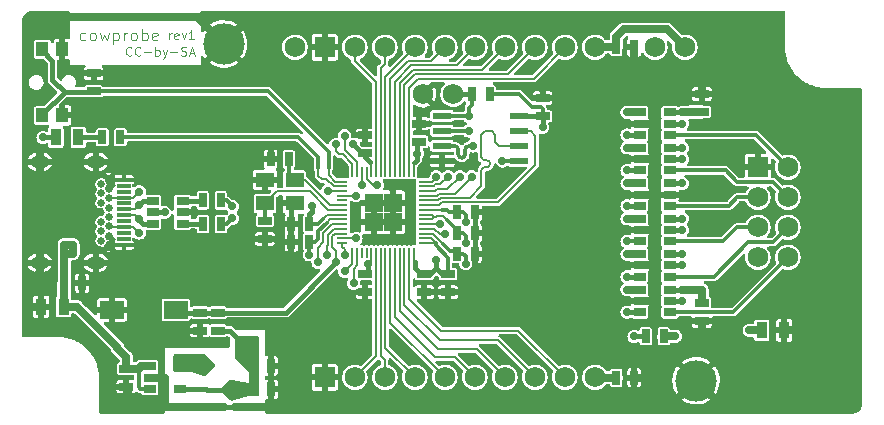
<source format=gbr>
%TF.GenerationSoftware,KiCad,Pcbnew,6.0.0*%
%TF.CreationDate,2022-09-17T11:35:22+02:00*%
%TF.ProjectId,cowprobe-rp,636f7770-726f-4626-952d-72702e6b6963,1*%
%TF.SameCoordinates,Original*%
%TF.FileFunction,Copper,L1,Top*%
%TF.FilePolarity,Positive*%
%FSLAX46Y46*%
G04 Gerber Fmt 4.6, Leading zero omitted, Abs format (unit mm)*
G04 Created by KiCad (PCBNEW 6.0.0) date 2022-09-17 11:35:22*
%MOMM*%
%LPD*%
G01*
G04 APERTURE LIST*
G04 Aperture macros list*
%AMRotRect*
0 Rectangle, with rotation*
0 The origin of the aperture is its center*
0 $1 length*
0 $2 width*
0 $3 Rotation angle, in degrees counterclockwise*
0 Add horizontal line*
21,1,$1,$2,0,0,$3*%
G04 Aperture macros list end*
%ADD10C,0.101600*%
%TA.AperFunction,NonConductor*%
%ADD11C,0.101600*%
%TD*%
%TA.AperFunction,SMDPad,CuDef*%
%ADD12R,1.000760X0.701040*%
%TD*%
%TA.AperFunction,SMDPad,CuDef*%
%ADD13R,1.143000X0.635000*%
%TD*%
%TA.AperFunction,ComponentPad*%
%ADD14C,1.750000*%
%TD*%
%TA.AperFunction,SMDPad,CuDef*%
%ADD15R,0.635000X1.143000*%
%TD*%
%TA.AperFunction,SMDPad,CuDef*%
%ADD16R,0.200000X0.875000*%
%TD*%
%TA.AperFunction,SMDPad,CuDef*%
%ADD17R,0.875000X0.200000*%
%TD*%
%TA.AperFunction,SMDPad,CuDef*%
%ADD18R,1.600000X1.600000*%
%TD*%
%TA.AperFunction,ComponentPad*%
%ADD19R,1.750000X1.750000*%
%TD*%
%TA.AperFunction,SMDPad,CuDef*%
%ADD20R,1.600000X0.550000*%
%TD*%
%TA.AperFunction,SMDPad,CuDef*%
%ADD21R,1.500000X1.200000*%
%TD*%
%TA.AperFunction,SMDPad,CuDef*%
%ADD22R,0.889000X1.397000*%
%TD*%
%TA.AperFunction,SMDPad,CuDef*%
%ADD23R,1.200000X0.300000*%
%TD*%
%TA.AperFunction,ComponentPad*%
%ADD24C,0.650000*%
%TD*%
%TA.AperFunction,ComponentPad*%
%ADD25O,1.600000X1.000000*%
%TD*%
%TA.AperFunction,ComponentPad*%
%ADD26C,3.500000*%
%TD*%
%TA.AperFunction,SMDPad,CuDef*%
%ADD27R,1.000000X1.200000*%
%TD*%
%TA.AperFunction,SMDPad,CuDef*%
%ADD28R,2.000000X1.500000*%
%TD*%
%TA.AperFunction,SMDPad,CuDef*%
%ADD29RotRect,1.300000X1.300000X45.000000*%
%TD*%
%TA.AperFunction,ViaPad*%
%ADD30C,0.711200*%
%TD*%
%TA.AperFunction,Conductor*%
%ADD31C,0.711200*%
%TD*%
%TA.AperFunction,Conductor*%
%ADD32C,0.406400*%
%TD*%
%TA.AperFunction,Conductor*%
%ADD33C,0.304800*%
%TD*%
%TA.AperFunction,Conductor*%
%ADD34C,0.203200*%
%TD*%
G04 APERTURE END LIST*
D10*
D11*
X123884245Y-90344714D02*
X123884245Y-89836714D01*
X123884245Y-89981857D02*
X123920531Y-89909285D01*
X123956817Y-89873000D01*
X124029388Y-89836714D01*
X124101960Y-89836714D01*
X124646245Y-90308428D02*
X124573674Y-90344714D01*
X124428531Y-90344714D01*
X124355960Y-90308428D01*
X124319674Y-90235857D01*
X124319674Y-89945571D01*
X124355960Y-89873000D01*
X124428531Y-89836714D01*
X124573674Y-89836714D01*
X124646245Y-89873000D01*
X124682531Y-89945571D01*
X124682531Y-90018142D01*
X124319674Y-90090714D01*
X124936531Y-89836714D02*
X125117960Y-90344714D01*
X125299388Y-89836714D01*
X125988817Y-90344714D02*
X125553388Y-90344714D01*
X125771102Y-90344714D02*
X125771102Y-89582714D01*
X125698531Y-89691571D01*
X125625960Y-89764142D01*
X125553388Y-89800428D01*
D10*
D11*
X120691102Y-91672142D02*
X120654817Y-91708428D01*
X120545960Y-91744714D01*
X120473388Y-91744714D01*
X120364531Y-91708428D01*
X120291960Y-91635857D01*
X120255674Y-91563285D01*
X120219388Y-91418142D01*
X120219388Y-91309285D01*
X120255674Y-91164142D01*
X120291960Y-91091571D01*
X120364531Y-91019000D01*
X120473388Y-90982714D01*
X120545960Y-90982714D01*
X120654817Y-91019000D01*
X120691102Y-91055285D01*
X121453102Y-91672142D02*
X121416817Y-91708428D01*
X121307960Y-91744714D01*
X121235388Y-91744714D01*
X121126531Y-91708428D01*
X121053960Y-91635857D01*
X121017674Y-91563285D01*
X120981388Y-91418142D01*
X120981388Y-91309285D01*
X121017674Y-91164142D01*
X121053960Y-91091571D01*
X121126531Y-91019000D01*
X121235388Y-90982714D01*
X121307960Y-90982714D01*
X121416817Y-91019000D01*
X121453102Y-91055285D01*
X121779674Y-91454428D02*
X122360245Y-91454428D01*
X122723102Y-91744714D02*
X122723102Y-90982714D01*
X122723102Y-91273000D02*
X122795674Y-91236714D01*
X122940817Y-91236714D01*
X123013388Y-91273000D01*
X123049674Y-91309285D01*
X123085960Y-91381857D01*
X123085960Y-91599571D01*
X123049674Y-91672142D01*
X123013388Y-91708428D01*
X122940817Y-91744714D01*
X122795674Y-91744714D01*
X122723102Y-91708428D01*
X123339960Y-91236714D02*
X123521388Y-91744714D01*
X123702817Y-91236714D02*
X123521388Y-91744714D01*
X123448817Y-91926142D01*
X123412531Y-91962428D01*
X123339960Y-91998714D01*
X123993102Y-91454428D02*
X124573674Y-91454428D01*
X124900245Y-91708428D02*
X125009102Y-91744714D01*
X125190531Y-91744714D01*
X125263102Y-91708428D01*
X125299388Y-91672142D01*
X125335674Y-91599571D01*
X125335674Y-91527000D01*
X125299388Y-91454428D01*
X125263102Y-91418142D01*
X125190531Y-91381857D01*
X125045388Y-91345571D01*
X124972817Y-91309285D01*
X124936531Y-91273000D01*
X124900245Y-91200428D01*
X124900245Y-91127857D01*
X124936531Y-91055285D01*
X124972817Y-91019000D01*
X125045388Y-90982714D01*
X125226817Y-90982714D01*
X125335674Y-91019000D01*
X125625960Y-91527000D02*
X125988817Y-91527000D01*
X125553388Y-91744714D02*
X125807388Y-90982714D01*
X126061388Y-91744714D01*
D10*
D11*
X116786666Y-90404761D02*
X116691428Y-90452380D01*
X116500952Y-90452380D01*
X116405714Y-90404761D01*
X116358095Y-90357142D01*
X116310476Y-90261904D01*
X116310476Y-89976190D01*
X116358095Y-89880952D01*
X116405714Y-89833333D01*
X116500952Y-89785714D01*
X116691428Y-89785714D01*
X116786666Y-89833333D01*
X117358095Y-90452380D02*
X117262857Y-90404761D01*
X117215238Y-90357142D01*
X117167619Y-90261904D01*
X117167619Y-89976190D01*
X117215238Y-89880952D01*
X117262857Y-89833333D01*
X117358095Y-89785714D01*
X117500952Y-89785714D01*
X117596190Y-89833333D01*
X117643809Y-89880952D01*
X117691428Y-89976190D01*
X117691428Y-90261904D01*
X117643809Y-90357142D01*
X117596190Y-90404761D01*
X117500952Y-90452380D01*
X117358095Y-90452380D01*
X118024761Y-89785714D02*
X118215238Y-90452380D01*
X118405714Y-89976190D01*
X118596190Y-90452380D01*
X118786666Y-89785714D01*
X119167619Y-89785714D02*
X119167619Y-90785714D01*
X119167619Y-89833333D02*
X119262857Y-89785714D01*
X119453333Y-89785714D01*
X119548571Y-89833333D01*
X119596190Y-89880952D01*
X119643809Y-89976190D01*
X119643809Y-90261904D01*
X119596190Y-90357142D01*
X119548571Y-90404761D01*
X119453333Y-90452380D01*
X119262857Y-90452380D01*
X119167619Y-90404761D01*
X120072380Y-90452380D02*
X120072380Y-89785714D01*
X120072380Y-89976190D02*
X120120000Y-89880952D01*
X120167619Y-89833333D01*
X120262857Y-89785714D01*
X120358095Y-89785714D01*
X120834285Y-90452380D02*
X120739047Y-90404761D01*
X120691428Y-90357142D01*
X120643809Y-90261904D01*
X120643809Y-89976190D01*
X120691428Y-89880952D01*
X120739047Y-89833333D01*
X120834285Y-89785714D01*
X120977142Y-89785714D01*
X121072380Y-89833333D01*
X121120000Y-89880952D01*
X121167619Y-89976190D01*
X121167619Y-90261904D01*
X121120000Y-90357142D01*
X121072380Y-90404761D01*
X120977142Y-90452380D01*
X120834285Y-90452380D01*
X121596190Y-90452380D02*
X121596190Y-89452380D01*
X121596190Y-89833333D02*
X121691428Y-89785714D01*
X121881904Y-89785714D01*
X121977142Y-89833333D01*
X122024761Y-89880952D01*
X122072380Y-89976190D01*
X122072380Y-90261904D01*
X122024761Y-90357142D01*
X121977142Y-90404761D01*
X121881904Y-90452380D01*
X121691428Y-90452380D01*
X121596190Y-90404761D01*
X122881904Y-90404761D02*
X122786666Y-90452380D01*
X122596190Y-90452380D01*
X122500952Y-90404761D01*
X122453333Y-90309523D01*
X122453333Y-89928571D01*
X122500952Y-89833333D01*
X122596190Y-89785714D01*
X122786666Y-89785714D01*
X122881904Y-89833333D01*
X122929523Y-89928571D01*
X122929523Y-90023809D01*
X122453333Y-90119047D01*
D12*
%TO.P,U2,1,VIN*%
%TO.N,+VBus*%
X122230000Y-118047500D03*
%TO.P,U2,2*%
%TO.N,GND*%
X122230000Y-119000000D03*
%TO.P,U2,3,EN*%
%TO.N,+VBus*%
X122230000Y-119952500D03*
%TO.P,U2,4,FB*%
%TO.N,+3.3V*%
X124770000Y-119952500D03*
%TO.P,U2,5,SW*%
%TO.N,/VSW*%
X124770000Y-118047500D03*
%TD*%
D13*
%TO.P,C7,1*%
%TO.N,+Vdbg*%
X169000000Y-112688000D03*
%TO.P,C7,2*%
%TO.N,GND*%
X169000000Y-114212000D03*
%TD*%
D14*
%TO.P,SW3,1*%
%TO.N,GND*%
X145380000Y-95000000D03*
%TO.P,SW3,2*%
%TO.N,BOOT*%
X147920000Y-95000000D03*
%TD*%
D15*
%TO.P,C4,1*%
%TO.N,+3.3V*%
X130988000Y-120000000D03*
%TO.P,C4,2*%
%TO.N,GND*%
X132512000Y-120000000D03*
%TD*%
%TO.P,R4,1*%
%TO.N,Net-(D1-Pad3)*%
X126738000Y-104000000D03*
%TO.P,R4,2*%
%TO.N,/USBD_D+*%
X128262000Y-104000000D03*
%TD*%
%TO.P,C21,1*%
%TO.N,Net-(C21-Pad1)*%
X134012000Y-100500000D03*
%TO.P,C21,2*%
%TO.N,GND*%
X132488000Y-100500000D03*
%TD*%
D16*
%TO.P,U1,1*%
%TO.N,+3.3V*%
X144600000Y-101550000D03*
%TO.P,U1,2,IO0*%
%TO.N,EXT_8*%
X144200000Y-101550000D03*
%TO.P,U1,3,IO1*%
%TO.N,EXT_7*%
X143800000Y-101550000D03*
%TO.P,U1,4,IO2*%
%TO.N,EXT_6*%
X143400000Y-101550000D03*
%TO.P,U1,5,IO3*%
%TO.N,EXT_5*%
X143000000Y-101550000D03*
%TO.P,U1,6,IO4*%
%TO.N,EXT_4*%
X142600000Y-101550000D03*
%TO.P,U1,7,IO5*%
%TO.N,EXT_3*%
X142200000Y-101550000D03*
%TO.P,U1,8,IO6*%
%TO.N,EXT_2*%
X141800000Y-101550000D03*
%TO.P,U1,9,IO7*%
%TO.N,EXT_1*%
X141400000Y-101550000D03*
%TO.P,U1,10*%
%TO.N,+3.3V*%
X141000000Y-101550000D03*
%TO.P,U1,11,IO8*%
%TO.N,IO_TX*%
X140600000Y-101550000D03*
%TO.P,U1,12,IO9*%
%TO.N,IO_RX*%
X140200000Y-101550000D03*
%TO.P,U1,13,IO10*%
%TO.N,IO_D3*%
X139800000Y-101550000D03*
%TO.P,U1,14,IO11*%
%TO.N,DIR_D3*%
X139400000Y-101550000D03*
D17*
%TO.P,U1,15,IO12*%
%TO.N,BUTTON*%
X138550000Y-102400000D03*
%TO.P,U1,16,IO13*%
%TO.N,LED*%
X138550000Y-102800000D03*
%TO.P,U1,17,IO14*%
%TO.N,DIR_D2*%
X138550000Y-103200000D03*
%TO.P,U1,18,IO15*%
%TO.N,IO_D2*%
X138550000Y-103600000D03*
%TO.P,U1,19,TESTEN*%
%TO.N,unconnected-(U1-Pad19)*%
X138550000Y-104000000D03*
%TO.P,U1,20,XI*%
%TO.N,Net-(C21-Pad1)*%
X138550000Y-104400000D03*
%TO.P,U1,21,XO*%
%TO.N,Net-(C22-Pad1)*%
X138550000Y-104800000D03*
%TO.P,U1,22*%
%TO.N,+3.3V*%
X138550000Y-105200000D03*
%TO.P,U1,23*%
%TO.N,Net-(C10-Pad1)*%
X138550000Y-105600000D03*
%TO.P,U1,24,SWCLK*%
%TO.N,Net-(TP4-Pad1)*%
X138550000Y-106000000D03*
%TO.P,U1,25,SWDIO*%
%TO.N,Net-(TP5-Pad1)*%
X138550000Y-106400000D03*
%TO.P,U1,26,RUN/RST*%
%TO.N,RST*%
X138550000Y-106800000D03*
%TO.P,U1,27,IO16*%
%TO.N,DIR_D1*%
X138550000Y-107200000D03*
%TO.P,U1,28,IO17*%
%TO.N,IO_D1*%
X138550000Y-107600000D03*
D16*
%TO.P,U1,29,IO18*%
%TO.N,DIR_D0*%
X139400000Y-108450000D03*
%TO.P,U1,30,IO19*%
%TO.N,IO_D0*%
X139800000Y-108450000D03*
%TO.P,U1,31,IO20*%
%TO.N,unconnected-(U1-Pad31)*%
X140200000Y-108450000D03*
%TO.P,U1,32,IO21*%
%TO.N,unconnected-(U1-Pad32)*%
X140600000Y-108450000D03*
%TO.P,U1,33*%
%TO.N,+3.3V*%
X141000000Y-108450000D03*
%TO.P,U1,34,IO22*%
%TO.N,EXT_9*%
X141400000Y-108450000D03*
%TO.P,U1,35,IO23*%
%TO.N,EXT_10*%
X141800000Y-108450000D03*
%TO.P,U1,36,IO24*%
%TO.N,EXT_11*%
X142200000Y-108450000D03*
%TO.P,U1,37,IO25*%
%TO.N,EXT_12*%
X142600000Y-108450000D03*
%TO.P,U1,38,IO26*%
%TO.N,EXT_13*%
X143000000Y-108450000D03*
%TO.P,U1,39,IO27*%
%TO.N,EXT_14*%
X143400000Y-108450000D03*
%TO.P,U1,40,IO28*%
%TO.N,EXT_15*%
X143800000Y-108450000D03*
%TO.P,U1,41,IO29*%
%TO.N,EXT_16*%
X144200000Y-108450000D03*
%TO.P,U1,42*%
%TO.N,+3.3V*%
X144600000Y-108450000D03*
D17*
%TO.P,U1,43,VADC*%
X145450000Y-107600000D03*
%TO.P,U1,44,VREG_I*%
X145450000Y-107200000D03*
%TO.P,U1,45,VREG_O*%
%TO.N,Net-(C10-Pad1)*%
X145450000Y-106800000D03*
%TO.P,U1,46,USB_DM*%
%TO.N,/USBD_D-*%
X145450000Y-106400000D03*
%TO.P,U1,47,USB_DP*%
%TO.N,/USBD_D+*%
X145450000Y-106000000D03*
%TO.P,U1,48,VUSB*%
%TO.N,+3.3V*%
X145450000Y-105600000D03*
%TO.P,U1,49*%
X145450000Y-105200000D03*
%TO.P,U1,50*%
%TO.N,Net-(C10-Pad1)*%
X145450000Y-104800000D03*
%TO.P,U1,51,QSPI_SD3*%
%TO.N,FL_D3*%
X145450000Y-104400000D03*
%TO.P,U1,52,QSPI_CLK*%
%TO.N,/FL_SCK*%
X145450000Y-104000000D03*
%TO.P,U1,53,QSPI_SD0*%
%TO.N,FL_D0*%
X145450000Y-103600000D03*
%TO.P,U1,54,QSPI_SD2*%
%TO.N,FL_D2*%
X145450000Y-103200000D03*
%TO.P,U1,55,QSPI_SD1*%
%TO.N,FL_D1*%
X145450000Y-102800000D03*
%TO.P,U1,56,QSPI_SS*%
%TO.N,BOOT*%
X145450000Y-102400000D03*
D18*
%TO.P,U1,PAD*%
%TO.N,GND*%
X141200000Y-104200000D03*
X142800000Y-104200000D03*
X141200000Y-105800000D03*
X142800000Y-105800000D03*
%TD*%
D13*
%TO.P,C13,1*%
%TO.N,+3.3V*%
X145050000Y-99012000D03*
%TO.P,C13,2*%
%TO.N,GND*%
X145050000Y-97488000D03*
%TD*%
D12*
%TO.P,U7,1,VCCA*%
%TO.N,+3.3V*%
X163730000Y-96547500D03*
%TO.P,U7,2*%
%TO.N,GND*%
X163730000Y-97500000D03*
%TO.P,U7,3,A*%
%TO.N,IO_D3*%
X163730000Y-98452500D03*
%TO.P,U7,4,B*%
%TO.N,D3{slash}TDO*%
X166270000Y-98452500D03*
%TO.P,U7,5,DIR*%
%TO.N,DIR_D3*%
X166270000Y-97500000D03*
%TO.P,U7,6,VCCB*%
%TO.N,+Vdbg*%
X166270000Y-96547500D03*
%TD*%
D15*
%TO.P,C26,1*%
%TO.N,+3.3V*%
X161738000Y-119000000D03*
%TO.P,C26,2*%
%TO.N,GND*%
X163262000Y-119000000D03*
%TD*%
D12*
%TO.P,U8,1,VCCA*%
%TO.N,+3.3V*%
X163730000Y-99547500D03*
%TO.P,U8,2*%
%TO.N,GND*%
X163730000Y-100500000D03*
%TO.P,U8,3,A*%
%TO.N,IO_D2*%
X163730000Y-101452500D03*
%TO.P,U8,4,B*%
%TO.N,D2{slash}TMS{slash}SWDIO*%
X166270000Y-101452500D03*
%TO.P,U8,5,DIR*%
%TO.N,DIR_D2*%
X166270000Y-100500000D03*
%TO.P,U8,6,VCCB*%
%TO.N,+Vdbg*%
X166270000Y-99547500D03*
%TD*%
D19*
%TO.P,P4,1*%
%TO.N,GND*%
X137070000Y-118970000D03*
D14*
%TO.P,P4,2*%
%TO.N,EXT_9*%
X139610000Y-118970000D03*
%TO.P,P4,3*%
%TO.N,EXT_10*%
X142150000Y-118970000D03*
%TO.P,P4,4*%
%TO.N,EXT_11*%
X144690000Y-118970000D03*
%TO.P,P4,5*%
%TO.N,EXT_12*%
X147230000Y-118970000D03*
%TO.P,P4,6*%
%TO.N,EXT_13*%
X149770000Y-118970000D03*
%TO.P,P4,7*%
%TO.N,EXT_14*%
X152310000Y-118970000D03*
%TO.P,P4,8*%
%TO.N,EXT_15*%
X154850000Y-118970000D03*
%TO.P,P4,9*%
%TO.N,EXT_16*%
X157390000Y-118970000D03*
%TO.P,P4,10*%
%TO.N,+3.3V*%
X159930000Y-118970000D03*
%TD*%
D20*
%TO.P,U9,1,CS*%
%TO.N,BOOT*%
X147000000Y-96845000D03*
%TO.P,U9,2,IO1_DO*%
%TO.N,FL_D1*%
X147000000Y-98115000D03*
%TO.P,U9,3,IO2_WP*%
%TO.N,FL_D2*%
X147000000Y-99385000D03*
%TO.P,U9,4*%
%TO.N,GND*%
X147000000Y-100655000D03*
%TO.P,U9,5,IO0_DI*%
%TO.N,FL_D0*%
X153500000Y-100655000D03*
%TO.P,U9,6,CLK*%
%TO.N,/FL_SCK*%
X153500000Y-99385000D03*
%TO.P,U9,7,IO3_HOLD*%
%TO.N,FL_D3*%
X153500000Y-98115000D03*
%TO.P,U9,8*%
%TO.N,+3.3V*%
X153500000Y-96845000D03*
%TD*%
D15*
%TO.P,R2,1*%
%TO.N,+3.3V*%
X151012000Y-95000000D03*
%TO.P,R2,2*%
%TO.N,BOOT*%
X149488000Y-95000000D03*
%TD*%
D19*
%TO.P,P3,1*%
%TO.N,GND*%
X137070000Y-91030000D03*
D14*
%TO.P,P3,2*%
%TO.N,EXT_1*%
X139610000Y-91030000D03*
%TO.P,P3,3*%
%TO.N,EXT_2*%
X142150000Y-91030000D03*
%TO.P,P3,4*%
%TO.N,EXT_3*%
X144690000Y-91030000D03*
%TO.P,P3,5*%
%TO.N,EXT_4*%
X147230000Y-91030000D03*
%TO.P,P3,6*%
%TO.N,EXT_5*%
X149770000Y-91030000D03*
%TO.P,P3,7*%
%TO.N,EXT_6*%
X152310000Y-91030000D03*
%TO.P,P3,8*%
%TO.N,EXT_7*%
X154850000Y-91030000D03*
%TO.P,P3,9*%
%TO.N,EXT_8*%
X157390000Y-91030000D03*
%TO.P,P3,10*%
%TO.N,+Vdbg*%
X159930000Y-91030000D03*
%TD*%
D21*
%TO.P,X1,1,1*%
%TO.N,Net-(C21-Pad1)*%
X134500000Y-102250000D03*
%TO.P,X1,2,2*%
%TO.N,GND*%
X132000000Y-102250000D03*
%TO.P,X1,3,3*%
%TO.N,Net-(C22-Pad1)*%
X132000000Y-104250000D03*
%TO.P,X1,4,4*%
%TO.N,GND*%
X134500000Y-104250000D03*
%TD*%
D15*
%TO.P,L2,1,1*%
%TO.N,+3.3V*%
X164238000Y-115500000D03*
%TO.P,L2,2,2*%
%TO.N,+Vdbg*%
X165762000Y-115500000D03*
%TD*%
D19*
%TO.P,P2,1*%
%TO.N,GND*%
X173730000Y-101190000D03*
D14*
%TO.P,P2,2*%
%TO.N,D3{slash}TDO*%
X176270000Y-101190000D03*
%TO.P,P2,3*%
%TO.N,UDBG_RX*%
X173730000Y-103730000D03*
%TO.P,P2,4*%
%TO.N,D2{slash}TMS{slash}SWDIO*%
X176270000Y-103730000D03*
%TO.P,P2,5*%
%TO.N,UDBG_TX*%
X173730000Y-106270000D03*
%TO.P,P2,6*%
%TO.N,D1{slash}TCK{slash}SWCLK*%
X176270000Y-106270000D03*
%TO.P,P2,7*%
%TO.N,+Vdbg*%
X173730000Y-108810000D03*
%TO.P,P2,8*%
%TO.N,D0{slash}TDI*%
X176270000Y-108810000D03*
%TD*%
D13*
%TO.P,C17,1*%
%TO.N,+3.3V*%
X145500000Y-110238000D03*
%TO.P,C17,2*%
%TO.N,GND*%
X145500000Y-111762000D03*
%TD*%
D22*
%TO.P,D2,1,A*%
%TO.N,+3.3V*%
X114297500Y-98650000D03*
%TO.P,D2,2,K*%
%TO.N,Net-(D2-Pad2)*%
X116202500Y-98650000D03*
%TD*%
D15*
%TO.P,C10,1*%
%TO.N,Net-(C10-Pad1)*%
X148238000Y-108500000D03*
%TO.P,C10,2*%
%TO.N,GND*%
X149762000Y-108500000D03*
%TD*%
%TO.P,C2,1*%
%TO.N,+VBus*%
X114988000Y-111000000D03*
%TO.P,C2,2*%
%TO.N,GND*%
X116512000Y-111000000D03*
%TD*%
D13*
%TO.P,C18,1*%
%TO.N,+3.3V*%
X147500000Y-110238000D03*
%TO.P,C18,2*%
%TO.N,GND*%
X147500000Y-111762000D03*
%TD*%
D15*
%TO.P,C15,1*%
%TO.N,+3.3V*%
X135762000Y-106000000D03*
%TO.P,C15,2*%
%TO.N,GND*%
X134238000Y-106000000D03*
%TD*%
D13*
%TO.P,C23,1*%
%TO.N,RST*%
X126500000Y-113488000D03*
%TO.P,C23,2*%
%TO.N,GND*%
X126500000Y-115012000D03*
%TD*%
D14*
%TO.P,P6,1*%
%TO.N,+3.3V*%
X165010000Y-91030000D03*
%TO.P,P6,2*%
%TO.N,+Vdbg*%
X167550000Y-91030000D03*
%TD*%
D15*
%TO.P,C25,1*%
%TO.N,+Vdbg*%
X161738000Y-91000000D03*
%TO.P,C25,2*%
%TO.N,GND*%
X163262000Y-91000000D03*
%TD*%
D12*
%TO.P,U3,1,VCCA*%
%TO.N,+3.3V*%
X163730000Y-105547500D03*
%TO.P,U3,2*%
%TO.N,GND*%
X163730000Y-106500000D03*
%TO.P,U3,3,A*%
%TO.N,IO_TX*%
X163730000Y-107452500D03*
%TO.P,U3,4,B*%
%TO.N,UDBG_TX*%
X166270000Y-107452500D03*
%TO.P,U3,5,DIR*%
%TO.N,+3.3V*%
X166270000Y-106500000D03*
%TO.P,U3,6,VCCB*%
%TO.N,+Vdbg*%
X166270000Y-105547500D03*
%TD*%
%TO.P,U6,1,VCCA*%
%TO.N,+3.3V*%
X163730000Y-108547500D03*
%TO.P,U6,2*%
%TO.N,GND*%
X163730000Y-109500000D03*
%TO.P,U6,3,A*%
%TO.N,IO_D1*%
X163730000Y-110452500D03*
%TO.P,U6,4,B*%
%TO.N,D1{slash}TCK{slash}SWCLK*%
X166270000Y-110452500D03*
%TO.P,U6,5,DIR*%
%TO.N,DIR_D1*%
X166270000Y-109500000D03*
%TO.P,U6,6,VCCB*%
%TO.N,+Vdbg*%
X166270000Y-108547500D03*
%TD*%
D23*
%TO.P,P1,A1*%
%TO.N,GND*%
X120060000Y-102250000D03*
%TO.P,P1,A2,TX+*%
%TO.N,unconnected-(P1-PadA2)*%
X120060000Y-102750000D03*
%TO.P,P1,A3,TX-*%
%TO.N,unconnected-(P1-PadA3)*%
X120060000Y-103250000D03*
%TO.P,P1,A4*%
%TO.N,+VBus*%
X120060000Y-103750000D03*
%TO.P,P1,A5,CC1*%
%TO.N,unconnected-(P1-PadA5)*%
X120060000Y-104250000D03*
%TO.P,P1,A6,D+*%
%TO.N,USB_D+*%
X120060000Y-104750000D03*
%TO.P,P1,A7,D-*%
%TO.N,USB_D-*%
X120060000Y-105250000D03*
%TO.P,P1,A8,SBU1*%
%TO.N,unconnected-(P1-PadA8)*%
X120060000Y-105750000D03*
%TO.P,P1,A9*%
%TO.N,+VBus*%
X120060000Y-106250000D03*
%TO.P,P1,A10,RX-*%
%TO.N,unconnected-(P1-PadA10)*%
X120060000Y-106750000D03*
%TO.P,P1,A11,RX+*%
%TO.N,unconnected-(P1-PadA11)*%
X120060000Y-107250000D03*
%TO.P,P1,A12*%
%TO.N,GND*%
X120060000Y-107750000D03*
D24*
%TO.P,P1,B1*%
X118760000Y-107800000D03*
%TO.P,P1,B2,TX+*%
%TO.N,unconnected-(P1-PadB2)*%
X118110000Y-107400000D03*
%TO.P,P1,B3,TX-*%
%TO.N,unconnected-(P1-PadB3)*%
X118110000Y-106600000D03*
%TO.P,P1,B4*%
%TO.N,+VBus*%
X118760000Y-106200000D03*
%TO.P,P1,B5,CC2*%
%TO.N,unconnected-(P1-PadB5)*%
X118110000Y-105800000D03*
%TO.P,P1,B6,D+*%
%TO.N,USB_D+*%
X118760000Y-105400000D03*
%TO.P,P1,B7,D-*%
%TO.N,USB_D-*%
X118760000Y-104600000D03*
%TO.P,P1,B8,SBU2*%
%TO.N,unconnected-(P1-PadB8)*%
X118110000Y-104200000D03*
%TO.P,P1,B9*%
%TO.N,+VBus*%
X118760000Y-103800000D03*
%TO.P,P1,B10,RX-*%
%TO.N,unconnected-(P1-PadB10)*%
X118110000Y-103400000D03*
%TO.P,P1,B11,RX+*%
%TO.N,unconnected-(P1-PadB11)*%
X118110000Y-102600000D03*
%TO.P,P1,B12*%
%TO.N,GND*%
X118760000Y-102200000D03*
%TO.P,P1,SHLD*%
X118760000Y-107000000D03*
X118760000Y-103000000D03*
D25*
X112930000Y-109270000D03*
X112930000Y-100730000D03*
X117660000Y-109270000D03*
X117660000Y-100730000D03*
%TD*%
D15*
%TO.P,C5,1*%
%TO.N,+3.3V*%
X130988000Y-118000000D03*
%TO.P,C5,2*%
%TO.N,GND*%
X132512000Y-118000000D03*
%TD*%
%TO.P,C12,1*%
%TO.N,Net-(C10-Pad1)*%
X148238000Y-105000000D03*
%TO.P,C12,2*%
%TO.N,GND*%
X149762000Y-105000000D03*
%TD*%
D22*
%TO.P,C9,1*%
%TO.N,+Vdbg*%
X174047500Y-115000000D03*
%TO.P,C9,2*%
%TO.N,GND*%
X175952500Y-115000000D03*
%TD*%
D26*
%TO.P,FIX1,1,1*%
%TO.N,GND*%
X128500000Y-90750000D03*
%TD*%
D12*
%TO.P,U5,1,VCCA*%
%TO.N,+3.3V*%
X163730000Y-111547500D03*
%TO.P,U5,2*%
%TO.N,GND*%
X163730000Y-112500000D03*
%TO.P,U5,3,A*%
%TO.N,IO_D0*%
X163730000Y-113452500D03*
%TO.P,U5,4,B*%
%TO.N,D0{slash}TDI*%
X166270000Y-113452500D03*
%TO.P,U5,5,DIR*%
%TO.N,DIR_D0*%
X166270000Y-112500000D03*
%TO.P,U5,6,VCCB*%
%TO.N,+Vdbg*%
X166270000Y-111547500D03*
%TD*%
D13*
%TO.P,C20,1*%
%TO.N,+3.3V*%
X155500000Y-96862000D03*
%TO.P,C20,2*%
%TO.N,GND*%
X155500000Y-95338000D03*
%TD*%
D27*
%TO.P,SW1,1,1*%
%TO.N,GND*%
X114850000Y-91200000D03*
X114850000Y-96800000D03*
%TO.P,SW1,2,2*%
%TO.N,BUTTON*%
X113150000Y-91200000D03*
X113150000Y-96800000D03*
%TD*%
D22*
%TO.P,C1,1*%
%TO.N,+VBus*%
X114952500Y-113000000D03*
%TO.P,C1,2*%
%TO.N,GND*%
X113047500Y-113000000D03*
%TD*%
D13*
%TO.P,C8,1*%
%TO.N,+Vdbg*%
X169000000Y-96512000D03*
%TO.P,C8,2*%
%TO.N,GND*%
X169000000Y-94988000D03*
%TD*%
D26*
%TO.P,FIX2,1,1*%
%TO.N,GND*%
X168500000Y-119250000D03*
%TD*%
D28*
%TO.P,SW2,1,1*%
%TO.N,GND*%
X119050000Y-113250000D03*
%TO.P,SW2,2,2*%
%TO.N,RST*%
X124450000Y-113250000D03*
%TD*%
D29*
%TO.P,L1,1,1*%
%TO.N,/VSW*%
X126940000Y-117940000D03*
%TO.P,L1,2,2*%
%TO.N,+3.3V*%
X129060000Y-120060000D03*
%TD*%
D12*
%TO.P,U4,1,VCCA*%
%TO.N,+3.3V*%
X163730000Y-102547500D03*
%TO.P,U4,2*%
%TO.N,GND*%
X163730000Y-103500000D03*
%TO.P,U4,3,A*%
%TO.N,IO_RX*%
X163730000Y-104452500D03*
%TO.P,U4,4,B*%
%TO.N,UDBG_RX*%
X166270000Y-104452500D03*
%TO.P,U4,5,DIR*%
%TO.N,GND*%
X166270000Y-103500000D03*
%TO.P,U4,6,VCCB*%
%TO.N,+Vdbg*%
X166270000Y-102547500D03*
%TD*%
D13*
%TO.P,R1,1*%
%TO.N,+3.3V*%
X128000000Y-115012000D03*
%TO.P,R1,2*%
%TO.N,RST*%
X128000000Y-113488000D03*
%TD*%
%TO.P,C16,1*%
%TO.N,+3.3V*%
X140500000Y-110238000D03*
%TO.P,C16,2*%
%TO.N,GND*%
X140500000Y-111762000D03*
%TD*%
D15*
%TO.P,C19,1*%
%TO.N,+3.3V*%
X148238000Y-106750000D03*
%TO.P,C19,2*%
%TO.N,GND*%
X149762000Y-106750000D03*
%TD*%
%TO.P,R3,1*%
%TO.N,Net-(D1-Pad1)*%
X126738000Y-106000000D03*
%TO.P,R3,2*%
%TO.N,/USBD_D-*%
X128262000Y-106000000D03*
%TD*%
D13*
%TO.P,C22,1*%
%TO.N,Net-(C22-Pad1)*%
X132000000Y-105738000D03*
%TO.P,C22,2*%
%TO.N,GND*%
X132000000Y-107262000D03*
%TD*%
D15*
%TO.P,R5,1*%
%TO.N,Net-(D2-Pad2)*%
X118238000Y-98650000D03*
%TO.P,R5,2*%
%TO.N,LED*%
X119762000Y-98650000D03*
%TD*%
D13*
%TO.P,C3,1*%
%TO.N,+VBus*%
X120250000Y-118238000D03*
%TO.P,C3,2*%
%TO.N,GND*%
X120250000Y-119762000D03*
%TD*%
%TO.P,C24,1*%
%TO.N,BUTTON*%
X117500000Y-94762000D03*
%TO.P,C24,2*%
%TO.N,GND*%
X117500000Y-93238000D03*
%TD*%
%TO.P,C14,1*%
%TO.N,+3.3V*%
X140500000Y-100012000D03*
%TO.P,C14,2*%
%TO.N,GND*%
X140500000Y-98488000D03*
%TD*%
D12*
%TO.P,D1,1,IO1*%
%TO.N,Net-(D1-Pad1)*%
X125020000Y-105952500D03*
%TO.P,D1,2*%
%TO.N,GND*%
X125020000Y-105000000D03*
%TO.P,D1,3,IO2*%
%TO.N,Net-(D1-Pad3)*%
X125020000Y-104047500D03*
%TO.P,D1,4,IO2*%
%TO.N,USB_D+*%
X122480000Y-104047500D03*
%TO.P,D1,5*%
%TO.N,+VBus*%
X122480000Y-105000000D03*
%TO.P,D1,6,IO1*%
%TO.N,USB_D-*%
X122480000Y-105952500D03*
%TD*%
D14*
%TO.P,P5,1,1*%
%TO.N,+VBus*%
X134540000Y-91030000D03*
%TD*%
D15*
%TO.P,C11,1*%
%TO.N,Net-(C10-Pad1)*%
X135762000Y-107500000D03*
%TO.P,C11,2*%
%TO.N,GND*%
X134238000Y-107500000D03*
%TD*%
D30*
%TO.N,GND*%
X124500000Y-121500000D03*
X150500000Y-88500000D03*
X112000000Y-107000000D03*
X158500000Y-88500000D03*
X122500000Y-121500000D03*
X138500000Y-88500000D03*
X140500000Y-112650000D03*
X130500000Y-88500000D03*
X175500000Y-91000000D03*
X115000000Y-115000000D03*
X178500000Y-121500000D03*
X152500000Y-88500000D03*
X158500000Y-121500000D03*
X117500000Y-116000000D03*
X170500000Y-121500000D03*
X178750000Y-113000000D03*
X174500000Y-88500000D03*
X178750000Y-101000000D03*
X178750000Y-111000000D03*
X147500000Y-112650000D03*
X150600000Y-106750000D03*
X167350000Y-103500000D03*
X168500000Y-88500000D03*
X162500000Y-88500000D03*
X172500000Y-88500000D03*
X132500000Y-121500000D03*
X155500000Y-94400000D03*
X178750000Y-95000000D03*
X178750000Y-97000000D03*
X162500000Y-121500000D03*
X114850000Y-91200000D03*
X112000000Y-97000000D03*
X130510000Y-111500000D03*
X174500000Y-121500000D03*
X178750000Y-109000000D03*
X122500000Y-116000000D03*
X150600000Y-108500000D03*
X160500000Y-88500000D03*
X118500000Y-119000000D03*
X142800000Y-104200000D03*
X121350000Y-102250000D03*
X165000000Y-106500000D03*
X128500000Y-121500000D03*
X140500000Y-97600000D03*
X114500000Y-88500000D03*
X142500000Y-121500000D03*
X165000000Y-109500000D03*
X133400000Y-107500000D03*
X165000000Y-100500000D03*
X126050000Y-105000000D03*
X148500000Y-88500000D03*
X165000000Y-112500000D03*
X152330000Y-101770000D03*
X144500000Y-88500000D03*
X123500000Y-119000000D03*
X152500000Y-121500000D03*
X136500000Y-121500000D03*
X182000000Y-95000000D03*
X128500000Y-116000000D03*
X142500000Y-88500000D03*
X138500000Y-101250000D03*
X141200000Y-104200000D03*
X134500000Y-88500000D03*
X148500000Y-121500000D03*
X165000000Y-103500000D03*
X118500000Y-121500000D03*
X156500000Y-88500000D03*
X140500000Y-88500000D03*
X150600000Y-111250000D03*
X112000000Y-89000000D03*
X166500000Y-121500000D03*
X178750000Y-99000000D03*
X124500000Y-88500000D03*
X182000000Y-117000000D03*
X117650000Y-111000000D03*
X118500000Y-88500000D03*
X182000000Y-115000000D03*
X180500000Y-121500000D03*
X154500000Y-88500000D03*
X156500000Y-121500000D03*
X146500000Y-121500000D03*
X132000000Y-102250000D03*
X165000000Y-97500000D03*
X120500000Y-88500000D03*
X116500000Y-88500000D03*
X164200000Y-119000000D03*
X178750000Y-105000000D03*
X112000000Y-113000000D03*
X132500000Y-88500000D03*
X112000000Y-103000000D03*
X172500000Y-121500000D03*
X126500000Y-121500000D03*
X169000000Y-115150000D03*
X120500000Y-116000000D03*
X178750000Y-107000000D03*
X133500000Y-120000000D03*
X142800000Y-105800000D03*
X178750000Y-103000000D03*
X124500000Y-116000000D03*
X112000000Y-115000000D03*
X133400000Y-106000000D03*
X112000000Y-91000000D03*
X163250000Y-92100000D03*
X182000000Y-119000000D03*
X150600000Y-105000000D03*
X166500000Y-88500000D03*
X164500000Y-121500000D03*
X140500000Y-121500000D03*
X126500000Y-116000000D03*
X145500000Y-112650000D03*
X136500000Y-88500000D03*
X134500000Y-121500000D03*
X130500000Y-121500000D03*
X177000000Y-115000000D03*
X154500000Y-121500000D03*
X150500000Y-121500000D03*
X133500000Y-118000000D03*
X122500000Y-88500000D03*
X116400000Y-93250000D03*
X145650000Y-100660000D03*
X146500000Y-88500000D03*
X121350000Y-107750000D03*
X126500000Y-88500000D03*
X144500000Y-121500000D03*
X138500000Y-121500000D03*
X170500000Y-88500000D03*
X176500000Y-121500000D03*
X131600000Y-100500000D03*
X112000000Y-95000000D03*
X133500000Y-116000000D03*
X145000000Y-96600000D03*
X134500000Y-104250000D03*
X112000000Y-105000000D03*
X112000000Y-111000000D03*
X114850000Y-96800000D03*
X169000000Y-94050000D03*
X120500000Y-121500000D03*
X112000000Y-99000000D03*
X176750000Y-93750000D03*
X112000000Y-93000000D03*
X164500000Y-88500000D03*
X160500000Y-121500000D03*
%TO.N,+VBus*%
X115750000Y-107750000D03*
X120250000Y-117250000D03*
X115000000Y-107750000D03*
X123500000Y-105000000D03*
X116120000Y-113000000D03*
X115000000Y-108500000D03*
X115750000Y-108500000D03*
X121350000Y-103250000D03*
X121350000Y-106750000D03*
%TO.N,USB_D+*%
X121350000Y-104400000D03*
%TO.N,USB_D-*%
X121350000Y-105600000D03*
%TO.N,+Vdbg*%
X167350000Y-99550000D03*
X167350000Y-108550000D03*
X167350000Y-96550000D03*
X169000000Y-111550000D03*
X167350000Y-102550000D03*
X173000000Y-115000000D03*
X167350000Y-105550000D03*
X167350000Y-111550000D03*
X166750000Y-115500000D03*
%TO.N,+3.3V*%
X130000000Y-116000000D03*
X146500000Y-109000000D03*
X162650000Y-108550000D03*
X140750000Y-109410000D03*
X131000000Y-117000000D03*
X155500000Y-97800000D03*
X163250000Y-115500000D03*
X139450000Y-99250000D03*
X167350000Y-106500000D03*
X162650000Y-102550000D03*
X162650000Y-105550000D03*
X162650000Y-99550000D03*
X144900000Y-100040000D03*
X162650000Y-96550000D03*
X131000000Y-116000000D03*
X130000000Y-117000000D03*
X162650000Y-111550000D03*
X149000000Y-107600000D03*
X136000000Y-104500000D03*
X113200000Y-98650000D03*
%TO.N,IO_RX*%
X140200000Y-102700000D03*
X162650000Y-104450000D03*
%TO.N,IO_D0*%
X139500000Y-111000000D03*
X162650000Y-113450000D03*
%TO.N,IO_TX*%
X162650000Y-107450000D03*
X141500000Y-102700000D03*
%TO.N,DIR_D0*%
X138750000Y-110000000D03*
X167350000Y-112500000D03*
%TO.N,IO_D1*%
X162650000Y-110450000D03*
X138750000Y-108600000D03*
%TO.N,DIR_D1*%
X167350000Y-109500000D03*
X139700000Y-107200000D03*
%TO.N,IO_D3*%
X162650000Y-98450000D03*
X138750000Y-98500000D03*
%TO.N,DIR_D3*%
X167350000Y-97500000D03*
X138000000Y-99250000D03*
%TO.N,IO_D2*%
X139700000Y-103600000D03*
X162650000Y-101450000D03*
%TO.N,DIR_D2*%
X167350000Y-100500000D03*
X137300000Y-103200000D03*
%TO.N,Net-(C10-Pad1)*%
X149000000Y-109350000D03*
X149000000Y-105850000D03*
X135750000Y-108600000D03*
%TO.N,RST*%
X138000000Y-109250000D03*
%TO.N,FL_D0*%
X152100000Y-100650000D03*
X149500000Y-102000000D03*
%TO.N,FL_D2*%
X148500000Y-102000000D03*
X149620000Y-99390000D03*
%TO.N,FL_D1*%
X149250000Y-98120000D03*
X147500000Y-102000000D03*
%TO.N,BOOT*%
X146500000Y-102000000D03*
X149250000Y-96850000D03*
%TO.N,/USBD_D-*%
X129250000Y-105500000D03*
X147200000Y-106850000D03*
%TO.N,/USBD_D+*%
X146800000Y-106000000D03*
X129250000Y-104500000D03*
%TO.N,Net-(TP4-Pad1)*%
X136500000Y-109250000D03*
%TO.N,Net-(TP5-Pad1)*%
X137250000Y-108600000D03*
%TD*%
D31*
%TO.N,GND*%
X126500000Y-88500000D02*
X124500000Y-88500000D01*
X144500000Y-121500000D02*
X146500000Y-121500000D01*
X160500000Y-88500000D02*
X158500000Y-88500000D01*
D32*
X120250000Y-119762000D02*
X118502000Y-119762000D01*
X149762000Y-106750000D02*
X149762000Y-105000000D01*
D31*
X144500000Y-88500000D02*
X142500000Y-88500000D01*
X112000000Y-105000000D02*
X112000000Y-107000000D01*
D33*
X112000000Y-95000000D02*
X112000000Y-94533075D01*
D31*
X123500000Y-121500000D02*
X124500000Y-121500000D01*
X112930000Y-110070000D02*
X112000000Y-111000000D01*
X166500000Y-88500000D02*
X164500000Y-88500000D01*
X166500000Y-121500000D02*
X166500000Y-121250000D01*
D32*
X145050000Y-97488000D02*
X145000000Y-97438000D01*
D31*
X146500000Y-88500000D02*
X144500000Y-88500000D01*
D32*
X116412000Y-93238000D02*
X116400000Y-93250000D01*
D33*
X132712000Y-107262000D02*
X132000000Y-107262000D01*
D31*
X112930000Y-102070000D02*
X112000000Y-103000000D01*
D32*
X117660000Y-109270000D02*
X117650000Y-109280000D01*
X117500000Y-93238000D02*
X116412000Y-93238000D01*
X126500000Y-116000000D02*
X126500000Y-115012000D01*
D31*
X176750000Y-93750000D02*
X175500000Y-92500000D01*
X112000000Y-97000000D02*
X112000000Y-99000000D01*
X164500000Y-88500000D02*
X162500000Y-88500000D01*
X126500000Y-116000000D02*
X124500000Y-116000000D01*
X112000000Y-89000000D02*
X112000000Y-91000000D01*
X150500000Y-121500000D02*
X152500000Y-121500000D01*
X163730000Y-109500000D02*
X165000000Y-109500000D01*
X178000000Y-95000000D02*
X178750000Y-95000000D01*
X163730000Y-112500000D02*
X165000000Y-112500000D01*
D32*
X149762000Y-108500000D02*
X149762000Y-106750000D01*
D31*
X174500000Y-121500000D02*
X176500000Y-121500000D01*
X178750000Y-113000000D02*
X178750000Y-111000000D01*
D32*
X132500000Y-120012000D02*
X132512000Y-120000000D01*
D31*
X126500000Y-88750000D02*
X128500000Y-90750000D01*
D32*
X133500000Y-118000000D02*
X132512000Y-118000000D01*
D31*
X175500000Y-89500000D02*
X174500000Y-88500000D01*
D32*
X133500000Y-120000000D02*
X132512000Y-120000000D01*
D31*
X180000000Y-113000000D02*
X178750000Y-113000000D01*
X170500000Y-121500000D02*
X172500000Y-121500000D01*
D32*
X140500000Y-97600000D02*
X140500000Y-98548000D01*
D31*
X165000000Y-106500000D02*
X163730000Y-106500000D01*
X163262000Y-91000000D02*
X163262000Y-92088000D01*
X114500000Y-88500000D02*
X112500000Y-88500000D01*
X112000000Y-113000000D02*
X112000000Y-111000000D01*
X175952500Y-115000000D02*
X177000000Y-115000000D01*
X174500000Y-88500000D02*
X172500000Y-88500000D01*
X164500000Y-121500000D02*
X166500000Y-121500000D01*
D33*
X120060000Y-107750000D02*
X121350000Y-107750000D01*
D31*
X117500000Y-116000000D02*
X118500000Y-117000000D01*
D32*
X145000000Y-97438000D02*
X145000000Y-96600000D01*
X117650000Y-111000000D02*
X116512000Y-111000000D01*
D31*
X170500000Y-121500000D02*
X170500000Y-121250000D01*
X115000000Y-115000000D02*
X116500000Y-115000000D01*
X156500000Y-88500000D02*
X154500000Y-88500000D01*
X133500000Y-120000000D02*
X133500000Y-121500000D01*
X169000000Y-94988000D02*
X169000000Y-94050000D01*
X126500000Y-88500000D02*
X126500000Y-88750000D01*
X182000000Y-115000000D02*
X180000000Y-113000000D01*
D32*
X125020000Y-105000000D02*
X126050000Y-105000000D01*
D31*
X165000000Y-97500000D02*
X163730000Y-97500000D01*
X168500000Y-88500000D02*
X166500000Y-88500000D01*
X124500000Y-88500000D02*
X122500000Y-88500000D01*
X178750000Y-97000000D02*
X180000000Y-97000000D01*
D32*
X132500000Y-121500000D02*
X132500000Y-120012000D01*
D33*
X111809779Y-94342854D02*
X111809779Y-93650221D01*
D32*
X145655000Y-100655000D02*
X145650000Y-100660000D01*
X134238000Y-106000000D02*
X133400000Y-106000000D01*
X140500000Y-112650000D02*
X140500000Y-111762000D01*
D31*
X112930000Y-107930000D02*
X112000000Y-107000000D01*
X142500000Y-88500000D02*
X140500000Y-88500000D01*
D32*
X130500000Y-88500000D02*
X126500000Y-88500000D01*
D31*
X142500000Y-121500000D02*
X144500000Y-121500000D01*
X178750000Y-109000000D02*
X178750000Y-107000000D01*
X133500000Y-120000000D02*
X133500000Y-118000000D01*
X120500000Y-88500000D02*
X118500000Y-88500000D01*
X154500000Y-121500000D02*
X156500000Y-121500000D01*
X130500000Y-88500000D02*
X130500000Y-88750000D01*
X112930000Y-99930000D02*
X112000000Y-99000000D01*
X124500000Y-121500000D02*
X126500000Y-121500000D01*
X172500000Y-88500000D02*
X170500000Y-88500000D01*
X112000000Y-115000000D02*
X112000000Y-113000000D01*
X146500000Y-121500000D02*
X148500000Y-121500000D01*
X138500000Y-88500000D02*
X136500000Y-88500000D01*
X178750000Y-99000000D02*
X178750000Y-97000000D01*
X160500000Y-121500000D02*
X162500000Y-121500000D01*
X123500000Y-119000000D02*
X123500000Y-121500000D01*
D32*
X149762000Y-106750000D02*
X150600000Y-106750000D01*
D31*
X118500000Y-119760000D02*
X118500000Y-121500000D01*
X116500000Y-115000000D02*
X117500000Y-116000000D01*
X156500000Y-121500000D02*
X158500000Y-121500000D01*
D33*
X111809779Y-93650221D02*
X112000000Y-93460000D01*
D31*
X178500000Y-121500000D02*
X180500000Y-121500000D01*
D33*
X118810000Y-102250000D02*
X118760000Y-102200000D01*
D31*
X154500000Y-88500000D02*
X152500000Y-88500000D01*
X140500000Y-121500000D02*
X142500000Y-121500000D01*
D32*
X117660000Y-109270000D02*
X117660000Y-108490000D01*
D33*
X120060000Y-107750000D02*
X118810000Y-107750000D01*
D31*
X178750000Y-105000000D02*
X178750000Y-103000000D01*
X132500000Y-88500000D02*
X130500000Y-88500000D01*
X170500000Y-88500000D02*
X168500000Y-88500000D01*
X112930000Y-109270000D02*
X112930000Y-110070000D01*
X118500000Y-117000000D02*
X118500000Y-119000000D01*
X148500000Y-121500000D02*
X150500000Y-121500000D01*
D33*
X120060000Y-102250000D02*
X118810000Y-102250000D01*
D32*
X166500000Y-121500000D02*
X170500000Y-121500000D01*
D31*
X140500000Y-88500000D02*
X138500000Y-88500000D01*
X162500000Y-121500000D02*
X164500000Y-121500000D01*
D32*
X147000000Y-100655000D02*
X145655000Y-100655000D01*
D31*
X136500000Y-121500000D02*
X138500000Y-121500000D01*
D32*
X166270000Y-103500000D02*
X167350000Y-103500000D01*
D31*
X150500000Y-88500000D02*
X148500000Y-88500000D01*
D33*
X133400000Y-107500000D02*
X132950000Y-107500000D01*
D31*
X169000000Y-114212000D02*
X169000000Y-115150000D01*
X133500000Y-121500000D02*
X132500000Y-121500000D01*
X130500000Y-121500000D02*
X132500000Y-121500000D01*
X182000000Y-119000000D02*
X182000000Y-120000000D01*
X122500000Y-88500000D02*
X120500000Y-88500000D01*
X148500000Y-88500000D02*
X146500000Y-88500000D01*
X182000000Y-119000000D02*
X182000000Y-117000000D01*
D33*
X132950000Y-107500000D02*
X132712000Y-107262000D01*
D32*
X117000000Y-107830000D02*
X117000000Y-102180000D01*
X134238000Y-107500000D02*
X133400000Y-107500000D01*
D31*
X175500000Y-91000000D02*
X175500000Y-89500000D01*
X136500000Y-88500000D02*
X134500000Y-88500000D01*
X134500000Y-121500000D02*
X136500000Y-121500000D01*
X126500000Y-121500000D02*
X128500000Y-121500000D01*
X180000000Y-97000000D02*
X182000000Y-95000000D01*
X163262000Y-92088000D02*
X163250000Y-92100000D01*
X175500000Y-92500000D02*
X175500000Y-91000000D01*
D32*
X132488000Y-100500000D02*
X131600000Y-100500000D01*
D31*
X134500000Y-88500000D02*
X132500000Y-88500000D01*
D32*
X149762000Y-105000000D02*
X150600000Y-105000000D01*
X132512000Y-120000000D02*
X132512000Y-118000000D01*
X119050000Y-113250000D02*
X119050000Y-114550000D01*
D33*
X118810000Y-107750000D02*
X118760000Y-107800000D01*
D31*
X170500000Y-121250000D02*
X168500000Y-119250000D01*
X166500000Y-121250000D02*
X168500000Y-119250000D01*
D32*
X149762000Y-108500000D02*
X150600000Y-108500000D01*
D31*
X129500000Y-121500000D02*
X130500000Y-121500000D01*
X133500000Y-118000000D02*
X133500000Y-116000000D01*
X130500000Y-88750000D02*
X128500000Y-90750000D01*
D32*
X155500000Y-94400000D02*
X155500000Y-95338000D01*
X117000000Y-102180000D02*
X117660000Y-101520000D01*
X147500000Y-112650000D02*
X147500000Y-111762000D01*
D31*
X116500000Y-88500000D02*
X114500000Y-88500000D01*
X165000000Y-103500000D02*
X163730000Y-103500000D01*
X178750000Y-101000000D02*
X178750000Y-99000000D01*
D32*
X117650000Y-109280000D02*
X117650000Y-111000000D01*
X119050000Y-114550000D02*
X120500000Y-116000000D01*
D31*
X126500000Y-116000000D02*
X128500000Y-116000000D01*
X178750000Y-107000000D02*
X178750000Y-105000000D01*
X113047500Y-113000000D02*
X112000000Y-113000000D01*
X112000000Y-91000000D02*
X112000000Y-93000000D01*
X120500000Y-121500000D02*
X122500000Y-121500000D01*
X176750000Y-93750000D02*
X178000000Y-95000000D01*
D32*
X134238000Y-104512000D02*
X134500000Y-104250000D01*
D33*
X120060000Y-102250000D02*
X121350000Y-102250000D01*
D32*
X117660000Y-108490000D02*
X117000000Y-107830000D01*
X128500000Y-121500000D02*
X129500000Y-121500000D01*
D31*
X178750000Y-103000000D02*
X178750000Y-101000000D01*
X112930000Y-100730000D02*
X112930000Y-102070000D01*
X122500000Y-121500000D02*
X123500000Y-121500000D01*
X122230000Y-119000000D02*
X123500000Y-119000000D01*
X112000000Y-115000000D02*
X115000000Y-115000000D01*
X118500000Y-88500000D02*
X116500000Y-88500000D01*
D32*
X134238000Y-106000000D02*
X134238000Y-107500000D01*
D31*
X112000000Y-103000000D02*
X112000000Y-105000000D01*
X152500000Y-121500000D02*
X154500000Y-121500000D01*
X118500000Y-121500000D02*
X120500000Y-121500000D01*
X138500000Y-121500000D02*
X140500000Y-121500000D01*
D32*
X118502000Y-119762000D02*
X118500000Y-119760000D01*
D31*
X176500000Y-121500000D02*
X178500000Y-121500000D01*
X118500000Y-119000000D02*
X118500000Y-119760000D01*
X182000000Y-120000000D02*
X180500000Y-121500000D01*
X133500000Y-121500000D02*
X134500000Y-121500000D01*
X112500000Y-88500000D02*
X112000000Y-89000000D01*
X122500000Y-116000000D02*
X120500000Y-116000000D01*
D32*
X120500000Y-121500000D02*
X120500000Y-120012000D01*
D33*
X112000000Y-93460000D02*
X112000000Y-93000000D01*
D31*
X182000000Y-117000000D02*
X182000000Y-115000000D01*
D32*
X117660000Y-101520000D02*
X117660000Y-100730000D01*
D31*
X158500000Y-88500000D02*
X156500000Y-88500000D01*
D33*
X112000000Y-94533075D02*
X111809779Y-94342854D01*
D31*
X124500000Y-116000000D02*
X122500000Y-116000000D01*
X178750000Y-111000000D02*
X178750000Y-109000000D01*
D32*
X145500000Y-112650000D02*
X145500000Y-111762000D01*
D31*
X158500000Y-121500000D02*
X160500000Y-121500000D01*
X152500000Y-88500000D02*
X150500000Y-88500000D01*
X112930000Y-109270000D02*
X112930000Y-107930000D01*
X182000000Y-95000000D02*
X178750000Y-95000000D01*
X162500000Y-88500000D02*
X160500000Y-88500000D01*
X112000000Y-95000000D02*
X112000000Y-97000000D01*
X163730000Y-100500000D02*
X165000000Y-100500000D01*
D32*
X134238000Y-106000000D02*
X134238000Y-104512000D01*
D31*
X163262000Y-119000000D02*
X164200000Y-119000000D01*
D32*
X120500000Y-120012000D02*
X120250000Y-119762000D01*
D31*
X172500000Y-121500000D02*
X174500000Y-121500000D01*
X112930000Y-100730000D02*
X112930000Y-99930000D01*
%TO.N,+VBus*%
X115000000Y-108500000D02*
X115750000Y-108500000D01*
D32*
X114988000Y-112964500D02*
X114952500Y-113000000D01*
D34*
X120060000Y-103750000D02*
X118810000Y-103750000D01*
D31*
X115000000Y-110988000D02*
X115000000Y-108500000D01*
D34*
X120060000Y-103750000D02*
X120850000Y-103750000D01*
D31*
X120250000Y-118238000D02*
X120250000Y-117250000D01*
D34*
X118810000Y-103750000D02*
X118760000Y-103800000D01*
X120850000Y-106250000D02*
X121350000Y-106750000D01*
D31*
X114988000Y-111000000D02*
X115000000Y-110988000D01*
X115750000Y-108500000D02*
X115750000Y-107750000D01*
X114988000Y-111000000D02*
X114988000Y-112964500D01*
D32*
X122480000Y-105000000D02*
X123500000Y-105000000D01*
D31*
X119500000Y-116380000D02*
X119500000Y-116500000D01*
X115000000Y-107750000D02*
X115750000Y-107750000D01*
X121492500Y-118047500D02*
X121300000Y-118240000D01*
X122230000Y-118047500D02*
X121492500Y-118047500D01*
X119500000Y-116500000D02*
X120250000Y-117250000D01*
D33*
X122230000Y-119952500D02*
X121452500Y-119952500D01*
D31*
X114952500Y-113000000D02*
X116120000Y-113000000D01*
D33*
X121300000Y-119800000D02*
X121300000Y-118240000D01*
X121452500Y-119952500D02*
X121300000Y-119800000D01*
D34*
X118810000Y-106250000D02*
X118760000Y-106200000D01*
D31*
X120252000Y-118240000D02*
X120250000Y-118238000D01*
D34*
X120850000Y-103750000D02*
X121350000Y-103250000D01*
D31*
X115000000Y-108500000D02*
X115000000Y-107750000D01*
D34*
X120060000Y-106250000D02*
X118810000Y-106250000D01*
X120060000Y-106250000D02*
X120850000Y-106250000D01*
D31*
X121300000Y-118240000D02*
X120252000Y-118240000D01*
X119500000Y-116380000D02*
X116120000Y-113000000D01*
D34*
%TO.N,USB_D+*%
X121000000Y-104750000D02*
X120060000Y-104750000D01*
X121350000Y-104400000D02*
X121000000Y-104750000D01*
D32*
X121350000Y-104400000D02*
X121702500Y-104047500D01*
X121702500Y-104047500D02*
X122480000Y-104047500D01*
%TO.N,USB_D-*%
X121702500Y-105952500D02*
X122480000Y-105952500D01*
D34*
X121350000Y-105600000D02*
X121000000Y-105250000D01*
X121000000Y-105250000D02*
X120060000Y-105250000D01*
D32*
X121350000Y-105600000D02*
X121702500Y-105952500D01*
D33*
%TO.N,D3{slash}TDO*%
X173532500Y-98452500D02*
X176270000Y-101190000D01*
X166270000Y-98452500D02*
X173532500Y-98452500D01*
%TO.N,UDBG_TX*%
X166270000Y-107452500D02*
X170817500Y-107452500D01*
X172000000Y-106270000D02*
X173730000Y-106270000D01*
X170817500Y-107452500D02*
X172000000Y-106270000D01*
%TO.N,D2{slash}TMS{slash}SWDIO*%
X166270000Y-101452500D02*
X170992500Y-101452500D01*
X170992500Y-101452500D02*
X172000000Y-102460000D01*
X172000000Y-102460000D02*
X175000000Y-102460000D01*
X175000000Y-102460000D02*
X176270000Y-103730000D01*
%TO.N,UDBG_RX*%
X166270000Y-104452500D02*
X171277500Y-104452500D01*
X172000000Y-103730000D02*
X173730000Y-103730000D01*
X171277500Y-104452500D02*
X172000000Y-103730000D01*
%TO.N,D1{slash}TCK{slash}SWCLK*%
X175000000Y-107540000D02*
X176270000Y-106270000D01*
X172920000Y-107540000D02*
X175000000Y-107540000D01*
X170007500Y-110452500D02*
X172920000Y-107540000D01*
X166270000Y-110452500D02*
X170007500Y-110452500D01*
D32*
%TO.N,+Vdbg*%
X166272500Y-102550000D02*
X167350000Y-102550000D01*
D31*
X169000000Y-96512000D02*
X167918000Y-96512000D01*
X161738000Y-91000000D02*
X159960000Y-91000000D01*
D32*
X167350000Y-108550000D02*
X166272500Y-108550000D01*
X167350000Y-111550000D02*
X166272500Y-111550000D01*
D31*
X161738000Y-90122000D02*
X162360000Y-89500000D01*
D32*
X166272500Y-108550000D02*
X166270000Y-108547500D01*
X166270000Y-102547500D02*
X166272500Y-102550000D01*
X166272500Y-96550000D02*
X167350000Y-96550000D01*
X166270000Y-96547500D02*
X166272500Y-96550000D01*
D31*
X159960000Y-91000000D02*
X159930000Y-91030000D01*
D32*
X166270000Y-99547500D02*
X166272500Y-99550000D01*
X166272500Y-111550000D02*
X166270000Y-111547500D01*
D31*
X167880000Y-96550000D02*
X167350000Y-96550000D01*
D32*
X167350000Y-105550000D02*
X166272500Y-105550000D01*
X166272500Y-105550000D02*
X166270000Y-105547500D01*
D31*
X169000000Y-111550000D02*
X167350000Y-111550000D01*
X169000000Y-112688000D02*
X169000000Y-111550000D01*
X166020000Y-89500000D02*
X167550000Y-91030000D01*
X161738000Y-91000000D02*
X161738000Y-90122000D01*
X174047500Y-115000000D02*
X173000000Y-115000000D01*
X162360000Y-89500000D02*
X166020000Y-89500000D01*
D32*
X166272500Y-99550000D02*
X167350000Y-99550000D01*
D31*
X165762000Y-115500000D02*
X166750000Y-115500000D01*
X167918000Y-96512000D02*
X167880000Y-96550000D01*
D33*
%TO.N,D0{slash}TDI*%
X166270000Y-113452500D02*
X171627500Y-113452500D01*
X171627500Y-113452500D02*
X176270000Y-108810000D01*
D31*
%TO.N,+3.3V*%
X163727500Y-108550000D02*
X163730000Y-108547500D01*
D32*
X139450000Y-99250000D02*
X140212000Y-100012000D01*
D34*
X145450000Y-107200000D02*
X146090000Y-107200000D01*
D32*
X144900000Y-100040000D02*
X144900000Y-99162000D01*
D33*
X144650000Y-100800000D02*
X144650000Y-100830000D01*
D34*
X141000000Y-109160000D02*
X140750000Y-109410000D01*
D33*
X144700000Y-100750000D02*
X144650000Y-100800000D01*
D32*
X136000000Y-104500000D02*
X136000000Y-104940000D01*
X146500000Y-109750000D02*
X146988000Y-110238000D01*
D34*
X147090000Y-105350000D02*
X147380000Y-105640000D01*
D31*
X163727500Y-96550000D02*
X162650000Y-96550000D01*
D32*
X155500000Y-97800000D02*
X155500000Y-96862000D01*
X166270000Y-106500000D02*
X167350000Y-106500000D01*
D31*
X161738000Y-119000000D02*
X159960000Y-119000000D01*
X162650000Y-111550000D02*
X163727500Y-111550000D01*
D34*
X146090000Y-107200000D02*
X146490000Y-107600000D01*
X146510000Y-105350000D02*
X147090000Y-105350000D01*
D33*
X148238000Y-106750000D02*
X148770000Y-106750000D01*
D32*
X136000000Y-104940000D02*
X135762000Y-105178000D01*
D33*
X153510000Y-95000000D02*
X154610000Y-96100000D01*
D34*
X137250000Y-105200000D02*
X136900000Y-105550000D01*
D31*
X162650000Y-102550000D02*
X163727500Y-102550000D01*
D33*
X148238000Y-106750000D02*
X148238000Y-106498000D01*
X136450000Y-106000000D02*
X136900000Y-105550000D01*
D32*
X130988000Y-120000000D02*
X130988000Y-118000000D01*
D34*
X144650000Y-100830000D02*
X144600000Y-100880000D01*
D33*
X155340000Y-96100000D02*
X155500000Y-96260000D01*
X154610000Y-96100000D02*
X155340000Y-96100000D01*
D32*
X126992500Y-119952500D02*
X127100000Y-120060000D01*
D34*
X146300000Y-105400000D02*
X146460000Y-105400000D01*
D32*
X124770000Y-119952500D02*
X126992500Y-119952500D01*
X146500000Y-109750000D02*
X146012000Y-110238000D01*
D33*
X146462632Y-107792632D02*
X146462632Y-107627368D01*
D32*
X114297500Y-98650000D02*
X113200000Y-98650000D01*
X164238000Y-115500000D02*
X163250000Y-115500000D01*
X146012000Y-110238000D02*
X145500000Y-110238000D01*
D31*
X131000000Y-116000000D02*
X130000000Y-116000000D01*
D32*
X146500000Y-109000000D02*
X146500000Y-109750000D01*
D34*
X141000000Y-100860000D02*
X141000000Y-101550000D01*
D32*
X129060000Y-120060000D02*
X130928000Y-120060000D01*
X155483000Y-96845000D02*
X155500000Y-96862000D01*
X135762000Y-105178000D02*
X135762000Y-106000000D01*
X140500000Y-100360000D02*
X140500000Y-100012000D01*
D33*
X149000000Y-106980000D02*
X149000000Y-107600000D01*
X135762000Y-106000000D02*
X136450000Y-106000000D01*
D31*
X163730000Y-99547500D02*
X163727500Y-99550000D01*
X131000000Y-116000000D02*
X131000000Y-117000000D01*
D34*
X145450000Y-105600000D02*
X146100000Y-105600000D01*
D31*
X130000000Y-116000000D02*
X130000000Y-117000000D01*
D32*
X131000000Y-117988000D02*
X130988000Y-118000000D01*
D33*
X148770000Y-106750000D02*
X149000000Y-106980000D01*
D31*
X163730000Y-96547500D02*
X163727500Y-96550000D01*
X162650000Y-108550000D02*
X163727500Y-108550000D01*
D32*
X140900000Y-100760000D02*
X140500000Y-100360000D01*
D33*
X151012000Y-95000000D02*
X153510000Y-95000000D01*
D34*
X144700000Y-109240000D02*
X144600000Y-109140000D01*
D31*
X162652500Y-105547500D02*
X162650000Y-105550000D01*
D34*
X146460000Y-105400000D02*
X146510000Y-105350000D01*
D32*
X153500000Y-96845000D02*
X155483000Y-96845000D01*
X140212000Y-100012000D02*
X140500000Y-100012000D01*
D34*
X144600000Y-109140000D02*
X144600000Y-108450000D01*
D32*
X144900000Y-100550000D02*
X144700000Y-100750000D01*
X146988000Y-110238000D02*
X147500000Y-110238000D01*
X144900000Y-100040000D02*
X144900000Y-100550000D01*
D34*
X145450000Y-107600000D02*
X146490000Y-107600000D01*
X144600000Y-100880000D02*
X144600000Y-101550000D01*
X146100000Y-105600000D02*
X146300000Y-105400000D01*
X140900000Y-100760000D02*
X141000000Y-100860000D01*
D32*
X131000000Y-117000000D02*
X131000000Y-117988000D01*
X140750000Y-109410000D02*
X140750000Y-109988000D01*
X145248000Y-110238000D02*
X145500000Y-110238000D01*
X127100000Y-120060000D02*
X129060000Y-120060000D01*
D31*
X163727500Y-102550000D02*
X163730000Y-102547500D01*
D32*
X144700000Y-109690000D02*
X145248000Y-110238000D01*
D31*
X163727500Y-111550000D02*
X163730000Y-111547500D01*
D34*
X141000000Y-108450000D02*
X141000000Y-109160000D01*
X146100000Y-105200000D02*
X146300000Y-105400000D01*
D33*
X147500000Y-108830000D02*
X146462632Y-107792632D01*
X155500000Y-96260000D02*
X155500000Y-96862000D01*
D31*
X159960000Y-119000000D02*
X159930000Y-118970000D01*
D32*
X130928000Y-120060000D02*
X130988000Y-120000000D01*
X129012000Y-115012000D02*
X130000000Y-116000000D01*
D34*
X145450000Y-105200000D02*
X146100000Y-105200000D01*
D31*
X163730000Y-105547500D02*
X162652500Y-105547500D01*
D32*
X144900000Y-99162000D02*
X145050000Y-99012000D01*
X140750000Y-109988000D02*
X140500000Y-110238000D01*
D31*
X163727500Y-99550000D02*
X162650000Y-99550000D01*
D33*
X148238000Y-106498000D02*
X147380000Y-105640000D01*
D34*
X138550000Y-105200000D02*
X137250000Y-105200000D01*
D33*
X147500000Y-110238000D02*
X147500000Y-108830000D01*
D32*
X144700000Y-109240000D02*
X144700000Y-109690000D01*
X128000000Y-115012000D02*
X129012000Y-115012000D01*
D31*
%TO.N,/VSW*%
X124770000Y-118047500D02*
X126832500Y-118047500D01*
X126832500Y-118047500D02*
X126940000Y-117940000D01*
D32*
%TO.N,IO_RX*%
X162650000Y-104450000D02*
X163727500Y-104450000D01*
X163727500Y-104450000D02*
X163730000Y-104452500D01*
D34*
X140200000Y-102700000D02*
X140200000Y-101550000D01*
D32*
%TO.N,IO_D0*%
X162650000Y-113450000D02*
X163727500Y-113450000D01*
D34*
X139800000Y-109490000D02*
X139500000Y-109790000D01*
D32*
X163727500Y-113450000D02*
X163730000Y-113452500D01*
D34*
X139500000Y-109790000D02*
X139500000Y-111000000D01*
X139800000Y-108450000D02*
X139800000Y-109490000D01*
%TO.N,IO_TX*%
X141105478Y-102700000D02*
X140600000Y-102194522D01*
D33*
X163727500Y-107450000D02*
X163730000Y-107452500D01*
D34*
X141500000Y-102700000D02*
X141105478Y-102700000D01*
X140600000Y-102194522D02*
X140600000Y-101550000D01*
D33*
X162650000Y-107450000D02*
X163727500Y-107450000D01*
D32*
%TO.N,DIR_D0*%
X166270000Y-112500000D02*
X167350000Y-112500000D01*
D34*
X139400000Y-108450000D02*
X139400000Y-109350000D01*
X139400000Y-109350000D02*
X138750000Y-110000000D01*
D32*
%TO.N,IO_D1*%
X162650000Y-110450000D02*
X163727500Y-110450000D01*
D34*
X138550000Y-107950000D02*
X138750000Y-108150000D01*
X138750000Y-108150000D02*
X138750000Y-108600000D01*
D32*
X163727500Y-110450000D02*
X163730000Y-110452500D01*
D34*
X138550000Y-107600000D02*
X138550000Y-107950000D01*
D32*
%TO.N,DIR_D1*%
X166270000Y-109500000D02*
X167350000Y-109500000D01*
D34*
X138550000Y-107200000D02*
X139700000Y-107200000D01*
%TO.N,IO_D3*%
X139800000Y-101550000D02*
X139800000Y-100770000D01*
D32*
X163727500Y-98450000D02*
X163730000Y-98452500D01*
D34*
X139800000Y-100770000D02*
X138750000Y-99720000D01*
X138750000Y-99720000D02*
X138750000Y-98500000D01*
D32*
X162650000Y-98450000D02*
X163727500Y-98450000D01*
D34*
%TO.N,DIR_D3*%
X138580000Y-100090000D02*
X138280000Y-100090000D01*
X138280000Y-100090000D02*
X138000000Y-99810000D01*
D32*
X166270000Y-97500000D02*
X167350000Y-97500000D01*
D34*
X139400000Y-100910000D02*
X138580000Y-100090000D01*
X139400000Y-101550000D02*
X139400000Y-100910000D01*
X138000000Y-99810000D02*
X138000000Y-99250000D01*
D32*
%TO.N,IO_D2*%
X162650000Y-101450000D02*
X163727500Y-101450000D01*
D34*
X138550000Y-103600000D02*
X139700000Y-103600000D01*
D32*
X163727500Y-101450000D02*
X163730000Y-101452500D01*
D34*
%TO.N,DIR_D2*%
X138550000Y-103200000D02*
X137300000Y-103200000D01*
D32*
X166270000Y-100500000D02*
X167350000Y-100500000D01*
D34*
%TO.N,BUTTON*%
X137390000Y-101250000D02*
X137390000Y-101880000D01*
D33*
X132282000Y-94762000D02*
X137390000Y-99870000D01*
D32*
X115047279Y-94802721D02*
X115042501Y-94802721D01*
D34*
X137910000Y-102400000D02*
X138550000Y-102400000D01*
D32*
X114000000Y-93760220D02*
X114000000Y-92150000D01*
X115042501Y-94802721D02*
X114000000Y-93760220D01*
X117500000Y-94762000D02*
X117459279Y-94802721D01*
X113150000Y-96700000D02*
X113150000Y-96800000D01*
D33*
X117500000Y-94762000D02*
X132282000Y-94762000D01*
D34*
X137390000Y-101880000D02*
X137910000Y-102400000D01*
D33*
X137390000Y-99870000D02*
X137390000Y-101250000D01*
D32*
X117459279Y-94802721D02*
X115047279Y-94802721D01*
X115047279Y-94802721D02*
X113150000Y-96700000D01*
X113150000Y-91300000D02*
X113150000Y-91200000D01*
X114000000Y-92150000D02*
X113150000Y-91300000D01*
%TO.N,Net-(D2-Pad2)*%
X118238000Y-98650000D02*
X116202500Y-98650000D01*
D34*
%TO.N,Net-(C10-Pad1)*%
X137520000Y-105600000D02*
X137250000Y-105870000D01*
D33*
X148770000Y-108500000D02*
X148980000Y-108710000D01*
X135750000Y-108600000D02*
X135750000Y-107512000D01*
X147660000Y-108250000D02*
X147055000Y-107645000D01*
X148238000Y-108500000D02*
X148770000Y-108500000D01*
X136262000Y-107500000D02*
X136500000Y-107262000D01*
X148238000Y-105000000D02*
X148770000Y-105000000D01*
X146980000Y-104790000D02*
X147390000Y-104790000D01*
X148238000Y-108250000D02*
X147660000Y-108250000D01*
X136500000Y-107262000D02*
X136500000Y-106620000D01*
D34*
X147055000Y-107645000D02*
X146210000Y-106800000D01*
X145450000Y-104800000D02*
X146970000Y-104800000D01*
D33*
X135762000Y-107500000D02*
X136262000Y-107500000D01*
D34*
X138550000Y-105600000D02*
X137520000Y-105600000D01*
X146970000Y-104800000D02*
X146980000Y-104790000D01*
D33*
X147600000Y-105000000D02*
X148238000Y-105000000D01*
X148770000Y-105000000D02*
X148850000Y-105080000D01*
X149000000Y-108730000D02*
X149000000Y-109350000D01*
X135750000Y-107512000D02*
X135762000Y-107500000D01*
X149000000Y-105230000D02*
X149000000Y-105850000D01*
X147390000Y-104790000D02*
X147600000Y-105000000D01*
X148850000Y-105080000D02*
X149000000Y-105230000D01*
X148980000Y-108710000D02*
X149000000Y-108730000D01*
X136500000Y-106620000D02*
X137250000Y-105870000D01*
D34*
X145450000Y-106800000D02*
X146210000Y-106800000D01*
%TO.N,RST*%
X138000000Y-108310000D02*
X137670000Y-107980000D01*
X138550000Y-106800000D02*
X137920000Y-106800000D01*
D32*
X126500000Y-113488000D02*
X124688000Y-113488000D01*
X133762000Y-113488000D02*
X138000000Y-109250000D01*
D34*
X138000000Y-109250000D02*
X138000000Y-108310000D01*
D32*
X124688000Y-113488000D02*
X124450000Y-113250000D01*
D34*
X137670000Y-107050000D02*
X137670000Y-107980000D01*
D32*
X128000000Y-113488000D02*
X133762000Y-113488000D01*
D34*
X137920000Y-106800000D02*
X137670000Y-107050000D01*
D32*
X128000000Y-113488000D02*
X126500000Y-113488000D01*
%TO.N,Net-(D1-Pad1)*%
X126690500Y-105952500D02*
X126738000Y-106000000D01*
X125020000Y-105952500D02*
X126690500Y-105952500D01*
%TO.N,Net-(D1-Pad3)*%
X125020000Y-104047500D02*
X126690500Y-104047500D01*
X126690500Y-104047500D02*
X126738000Y-104000000D01*
D34*
%TO.N,FL_D3*%
X146770000Y-104400000D02*
X145450000Y-104400000D01*
X147030000Y-104140000D02*
X146770000Y-104400000D01*
X154495000Y-98115000D02*
X154890000Y-98510000D01*
X154890000Y-101020000D02*
X151770000Y-104140000D01*
X154890000Y-98510000D02*
X154890000Y-101020000D01*
X153500000Y-98115000D02*
X154495000Y-98115000D01*
X151770000Y-104140000D02*
X147030000Y-104140000D01*
%TO.N,/FL_SCK*%
X153500000Y-99385000D02*
X151775000Y-99385000D01*
X150320000Y-98430000D02*
X150320000Y-100290000D01*
X150768992Y-101190000D02*
X150620000Y-101190000D01*
X150590000Y-98160000D02*
X150320000Y-98430000D01*
X150320000Y-101490000D02*
X150320000Y-101540000D01*
X151220000Y-98160000D02*
X150590000Y-98160000D01*
X150320000Y-101540000D02*
X150320000Y-102780000D01*
X146650000Y-104000000D02*
X145450000Y-104000000D01*
X151480000Y-99090000D02*
X151480000Y-98420000D01*
X151775000Y-99385000D02*
X151480000Y-99090000D01*
X151480000Y-98420000D02*
X151220000Y-98160000D01*
X150320000Y-102780000D02*
X149324400Y-103775600D01*
X149324400Y-103775600D02*
X146874400Y-103775600D01*
X150620000Y-100590000D02*
X150768992Y-100590000D01*
X146874400Y-103775600D02*
X146650000Y-104000000D01*
X150620000Y-100590000D02*
G75*
G02*
X150320000Y-100290000I0J300000D01*
G01*
X150320000Y-101490000D02*
G75*
G02*
X150620000Y-101190000I300000J0D01*
G01*
X151068992Y-100890000D02*
G75*
G03*
X150768992Y-100590000I-300000J0D01*
G01*
X150768992Y-101190000D02*
G75*
G03*
X151068992Y-100890000I0J300000D01*
G01*
%TO.N,FL_D0*%
X145450000Y-103600000D02*
X146530000Y-103600000D01*
D33*
X152100000Y-100650000D02*
X153495000Y-100650000D01*
D34*
X146710000Y-103420000D02*
X148080000Y-103420000D01*
X146530000Y-103600000D02*
X146710000Y-103420000D01*
D33*
X153495000Y-100650000D02*
X153500000Y-100655000D01*
D34*
X148080000Y-103420000D02*
X149500000Y-102000000D01*
D33*
%TO.N,FL_D2*%
X148950000Y-99690000D02*
X148950000Y-100090000D01*
D34*
X146570000Y-103050000D02*
X147450000Y-103050000D01*
X146570000Y-103050000D02*
X146420000Y-103200000D01*
D33*
X149620000Y-99390000D02*
X149250000Y-99390000D01*
D34*
X146420000Y-103200000D02*
X145450000Y-103200000D01*
D33*
X148050000Y-99390000D02*
X148000000Y-99390000D01*
X148350000Y-100090000D02*
X148350000Y-99690000D01*
X148000000Y-99390000D02*
X147005000Y-99390000D01*
D34*
X147450000Y-103050000D02*
X148500000Y-102000000D01*
D33*
X148350000Y-100090000D02*
G75*
G03*
X148650000Y-100390000I300000J0D01*
G01*
X148650000Y-100390000D02*
G75*
G03*
X148950000Y-100090000I0J300000D01*
G01*
X148950000Y-99690000D02*
G75*
G02*
X149250000Y-99390000I300000J0D01*
G01*
X148050000Y-99390000D02*
G75*
G02*
X148350000Y-99690000I0J-300000D01*
G01*
D34*
%TO.N,FL_D1*%
X146860000Y-102640000D02*
X146430000Y-102640000D01*
D33*
X149250000Y-98120000D02*
X147005000Y-98120000D01*
D34*
X146270000Y-102800000D02*
X145450000Y-102800000D01*
X146430000Y-102640000D02*
X146270000Y-102800000D01*
X147500000Y-102000000D02*
X146860000Y-102640000D01*
D33*
%TO.N,BOOT*%
X147005000Y-96850000D02*
X147000000Y-96845000D01*
D34*
X146100000Y-102400000D02*
X146500000Y-102000000D01*
D33*
X149488000Y-95000000D02*
X149488000Y-95892000D01*
D34*
X145450000Y-102400000D02*
X146100000Y-102400000D01*
D32*
X149488000Y-95000000D02*
X147920000Y-95000000D01*
D33*
X149250000Y-96130000D02*
X149250000Y-96850000D01*
X149488000Y-95892000D02*
X149250000Y-96130000D01*
X149250000Y-96850000D02*
X147005000Y-96850000D01*
D34*
%TO.N,Net-(C21-Pad1)*%
X138550000Y-104400000D02*
X137500000Y-104400000D01*
X135350000Y-102250000D02*
X134500000Y-102250000D01*
X137500000Y-104400000D02*
X135350000Y-102250000D01*
D33*
X134012000Y-100500000D02*
X134012000Y-101762000D01*
X134012000Y-101762000D02*
X134500000Y-102250000D01*
%TO.N,Net-(C22-Pad1)*%
X132000000Y-105738000D02*
X132000000Y-104250000D01*
D34*
X138550000Y-104800000D02*
X137360000Y-104800000D01*
X135800000Y-103240000D02*
X133010000Y-103240000D01*
X137360000Y-104800000D02*
X135800000Y-103240000D01*
X133010000Y-103240000D02*
X132000000Y-104250000D01*
D33*
%TO.N,/USBD_D-*%
X128750000Y-106000000D02*
X129250000Y-105500000D01*
X128262000Y-106000000D02*
X128750000Y-106000000D01*
D34*
X146330000Y-106400000D02*
X146780000Y-106850000D01*
X145450000Y-106400000D02*
X146330000Y-106400000D01*
X146780000Y-106850000D02*
X147200000Y-106850000D01*
D33*
%TO.N,/USBD_D+*%
X128750000Y-104000000D02*
X129250000Y-104500000D01*
D34*
X145450000Y-106000000D02*
X146800000Y-106000000D01*
D33*
X128262000Y-104000000D02*
X128750000Y-104000000D01*
D34*
%TO.N,Net-(TP4-Pad1)*%
X136500000Y-109250000D02*
X136500000Y-107990000D01*
X136950000Y-106750000D02*
X137700000Y-106000000D01*
X136950000Y-107540000D02*
X136950000Y-106750000D01*
X136500000Y-107990000D02*
X136950000Y-107540000D01*
X137700000Y-106000000D02*
X138550000Y-106000000D01*
%TO.N,Net-(TP5-Pad1)*%
X138550000Y-106400000D02*
X137810000Y-106400000D01*
X137250000Y-107790000D02*
X137310000Y-107730000D01*
X137250000Y-108600000D02*
X137250000Y-107790000D01*
X137810000Y-106400000D02*
X137310000Y-106900000D01*
X137310000Y-106900000D02*
X137310000Y-107730000D01*
%TO.N,LED*%
X137207784Y-102200000D02*
X137807784Y-102800000D01*
X136500000Y-101250000D02*
X136500000Y-101910000D01*
X136500000Y-101910000D02*
X136790000Y-102200000D01*
D33*
X134820000Y-98650000D02*
X136500000Y-100330000D01*
X119762000Y-98650000D02*
X134820000Y-98650000D01*
D34*
X137807784Y-102800000D02*
X138550000Y-102800000D01*
D33*
X136500000Y-100330000D02*
X136500000Y-101250000D01*
D34*
X136790000Y-102200000D02*
X137207784Y-102200000D01*
%TO.N,EXT_8*%
X144960000Y-93680000D02*
X154740000Y-93680000D01*
X154740000Y-93680000D02*
X157390000Y-91030000D01*
X144200000Y-101550000D02*
X144200000Y-94440000D01*
X144200000Y-94440000D02*
X144960000Y-93680000D01*
%TO.N,EXT_7*%
X144730000Y-93310000D02*
X152570000Y-93310000D01*
X152570000Y-93310000D02*
X154850000Y-91030000D01*
X143800000Y-94240000D02*
X144730000Y-93310000D01*
X143800000Y-101550000D02*
X143800000Y-94240000D01*
%TO.N,EXT_6*%
X144540000Y-92940000D02*
X150400000Y-92940000D01*
X143400000Y-101550000D02*
X143400000Y-94080000D01*
X150400000Y-92940000D02*
X152310000Y-91030000D01*
X143400000Y-94080000D02*
X144540000Y-92940000D01*
%TO.N,EXT_5*%
X144360000Y-92570000D02*
X148230000Y-92570000D01*
X143000000Y-101550000D02*
X143000000Y-93930000D01*
X143000000Y-93930000D02*
X144360000Y-92570000D01*
X148230000Y-92570000D02*
X149770000Y-91030000D01*
%TO.N,EXT_4*%
X142600000Y-93750000D02*
X144150000Y-92200000D01*
X142600000Y-101550000D02*
X142600000Y-93750000D01*
X146060000Y-92200000D02*
X147230000Y-91030000D01*
X144150000Y-92200000D02*
X146060000Y-92200000D01*
%TO.N,EXT_3*%
X142200000Y-93520000D02*
X144690000Y-91030000D01*
X142200000Y-101550000D02*
X142200000Y-93520000D01*
%TO.N,EXT_2*%
X141800000Y-92790000D02*
X142150000Y-92440000D01*
X142150000Y-92440000D02*
X142150000Y-91030000D01*
X141800000Y-101550000D02*
X141800000Y-92790000D01*
%TO.N,EXT_1*%
X139610000Y-92200000D02*
X139610000Y-91030000D01*
X141400000Y-101550000D02*
X141400000Y-93990000D01*
X141400000Y-93990000D02*
X139610000Y-92200000D01*
%TO.N,EXT_9*%
X141400000Y-108450000D02*
X141400000Y-117180000D01*
X141400000Y-117180000D02*
X139610000Y-118970000D01*
%TO.N,EXT_10*%
X141800000Y-108450000D02*
X141800000Y-117180000D01*
X142150000Y-117530000D02*
X142150000Y-118970000D01*
X141800000Y-117180000D02*
X142150000Y-117530000D01*
%TO.N,EXT_11*%
X142200000Y-108450000D02*
X142200000Y-116480000D01*
X142200000Y-116480000D02*
X144690000Y-118970000D01*
%TO.N,EXT_12*%
X142600000Y-108450000D02*
X142600000Y-114340000D01*
X142600000Y-114340000D02*
X147230000Y-118970000D01*
%TO.N,EXT_13*%
X143000000Y-108450000D02*
X143000000Y-113870000D01*
X148060000Y-117260000D02*
X149770000Y-118970000D01*
X143000000Y-113870000D02*
X146390000Y-117260000D01*
X146390000Y-117260000D02*
X148060000Y-117260000D01*
%TO.N,EXT_14*%
X149950000Y-116610000D02*
X152310000Y-118970000D01*
X143400000Y-108450000D02*
X143400000Y-113370000D01*
X146640000Y-116610000D02*
X149950000Y-116610000D01*
X143400000Y-113370000D02*
X146640000Y-116610000D01*
%TO.N,EXT_15*%
X146790000Y-115850000D02*
X151730000Y-115850000D01*
X143800000Y-112860000D02*
X146790000Y-115850000D01*
X143800000Y-108450000D02*
X143800000Y-112860000D01*
X151730000Y-115850000D02*
X154850000Y-118970000D01*
%TO.N,EXT_16*%
X144200000Y-108450000D02*
X144200000Y-112300000D01*
X146920000Y-115020000D02*
X153440000Y-115020000D01*
X144200000Y-112300000D02*
X146920000Y-115020000D01*
X153440000Y-115020000D02*
X157390000Y-118970000D01*
%TD*%
%TA.AperFunction,Conductor*%
%TO.N,GND*%
G36*
X115442121Y-87970002D02*
G01*
X115488614Y-88023658D01*
X115500000Y-88076000D01*
X115500000Y-90220000D01*
X115479998Y-90288121D01*
X115426342Y-90334614D01*
X115374000Y-90346000D01*
X115122115Y-90346000D01*
X115106876Y-90350475D01*
X115105671Y-90351865D01*
X115104000Y-90359548D01*
X115104000Y-92035884D01*
X115108475Y-92051123D01*
X115109865Y-92052328D01*
X115117548Y-92053999D01*
X115374000Y-92053999D01*
X115442121Y-92074001D01*
X115488614Y-92127657D01*
X115500000Y-92179999D01*
X115500000Y-92500000D01*
X116685268Y-92500000D01*
X116753389Y-92520002D01*
X116799882Y-92573658D01*
X116809986Y-92643932D01*
X116780492Y-92708512D01*
X116756459Y-92729716D01*
X116738483Y-92747692D01*
X116696132Y-92811075D01*
X116686816Y-92833566D01*
X116675707Y-92889415D01*
X116674500Y-92901670D01*
X116674500Y-92965885D01*
X116678975Y-92981124D01*
X116680365Y-92982329D01*
X116688048Y-92984000D01*
X118307384Y-92984000D01*
X118322623Y-92979525D01*
X118323828Y-92978135D01*
X118325499Y-92970452D01*
X118325499Y-92901672D01*
X118324291Y-92889412D01*
X118313185Y-92833569D01*
X118303867Y-92811073D01*
X118261517Y-92747692D01*
X118235531Y-92721706D01*
X118236418Y-92720819D01*
X118199202Y-92676288D01*
X118190354Y-92605845D01*
X118220996Y-92541801D01*
X118281398Y-92504489D01*
X118314732Y-92500000D01*
X119631238Y-92500000D01*
X119662706Y-92509240D01*
X119663127Y-92507303D01*
X119688686Y-92512863D01*
X119688686Y-92515810D01*
X126550000Y-92515810D01*
X126550000Y-92336047D01*
X127279120Y-92336047D01*
X127286510Y-92346349D01*
X127341289Y-92390946D01*
X127348568Y-92396061D01*
X127584060Y-92537839D01*
X127591984Y-92541876D01*
X127845108Y-92649061D01*
X127853513Y-92651939D01*
X128119227Y-92722391D01*
X128127948Y-92724055D01*
X128400942Y-92756366D01*
X128409807Y-92756784D01*
X128684616Y-92750307D01*
X128693476Y-92749470D01*
X128964618Y-92704340D01*
X128973275Y-92702261D01*
X129235360Y-92619375D01*
X129243621Y-92616104D01*
X129491416Y-92497114D01*
X129499140Y-92492708D01*
X129714483Y-92348821D01*
X129722771Y-92338903D01*
X129715514Y-92324724D01*
X128512812Y-91122022D01*
X128498868Y-91114408D01*
X128497035Y-91114539D01*
X128490420Y-91118790D01*
X127286286Y-92322924D01*
X127279120Y-92336047D01*
X126550000Y-92336047D01*
X126550000Y-91857366D01*
X126570002Y-91789245D01*
X126623658Y-91742752D01*
X126693932Y-91732648D01*
X126758512Y-91762142D01*
X126779653Y-91785727D01*
X126902343Y-91963245D01*
X126912663Y-91971597D01*
X126926317Y-91964473D01*
X128127978Y-90762812D01*
X128134356Y-90751132D01*
X128864408Y-90751132D01*
X128864539Y-90752965D01*
X128868790Y-90759580D01*
X130073657Y-91964447D01*
X130087057Y-91971764D01*
X130096961Y-91964777D01*
X130122549Y-91934336D01*
X130127767Y-91927153D01*
X130273236Y-91693901D01*
X130277388Y-91686061D01*
X130388543Y-91434632D01*
X130391549Y-91426282D01*
X130466166Y-91161709D01*
X130467967Y-91153016D01*
X130488288Y-91001726D01*
X133460262Y-91001726D01*
X133473190Y-91198966D01*
X133521845Y-91390547D01*
X133604599Y-91570054D01*
X133718679Y-91731474D01*
X133860266Y-91869402D01*
X134024617Y-91979217D01*
X134029919Y-91981495D01*
X134029921Y-91981496D01*
X134191981Y-92051123D01*
X134206228Y-92057244D01*
X134268793Y-92071401D01*
X134393381Y-92099593D01*
X134393387Y-92099594D01*
X134399018Y-92100868D01*
X134404789Y-92101095D01*
X134404791Y-92101095D01*
X134465384Y-92103475D01*
X134596528Y-92108628D01*
X134694337Y-92094446D01*
X134786432Y-92081094D01*
X134786437Y-92081093D01*
X134792146Y-92080265D01*
X134797610Y-92078410D01*
X134797615Y-92078409D01*
X134973848Y-92018586D01*
X134973853Y-92018584D01*
X134979320Y-92016728D01*
X134984361Y-92013905D01*
X135145205Y-91923828D01*
X135941001Y-91923828D01*
X135942209Y-91936088D01*
X135953315Y-91991931D01*
X135962633Y-92014427D01*
X136004983Y-92077808D01*
X136022192Y-92095017D01*
X136085575Y-92137368D01*
X136108066Y-92146684D01*
X136163915Y-92157793D01*
X136176170Y-92159000D01*
X136797885Y-92159000D01*
X136813124Y-92154525D01*
X136814329Y-92153135D01*
X136816000Y-92145452D01*
X136816000Y-92140884D01*
X137324000Y-92140884D01*
X137328475Y-92156123D01*
X137329865Y-92157328D01*
X137337548Y-92158999D01*
X137963828Y-92158999D01*
X137976088Y-92157791D01*
X138031931Y-92146685D01*
X138054427Y-92137367D01*
X138117808Y-92095017D01*
X138135017Y-92077808D01*
X138177368Y-92014425D01*
X138186684Y-91991934D01*
X138197793Y-91936085D01*
X138199000Y-91923830D01*
X138199000Y-91302115D01*
X138194525Y-91286876D01*
X138193135Y-91285671D01*
X138185452Y-91284000D01*
X137342115Y-91284000D01*
X137326876Y-91288475D01*
X137325671Y-91289865D01*
X137324000Y-91297548D01*
X137324000Y-92140884D01*
X136816000Y-92140884D01*
X136816000Y-91302115D01*
X136811525Y-91286876D01*
X136810135Y-91285671D01*
X136802452Y-91284000D01*
X135959116Y-91284000D01*
X135943877Y-91288475D01*
X135942672Y-91289865D01*
X135941001Y-91297548D01*
X135941001Y-91923828D01*
X135145205Y-91923828D01*
X135146742Y-91922967D01*
X135146746Y-91922964D01*
X135151780Y-91920145D01*
X135156217Y-91916454D01*
X135156221Y-91916452D01*
X135299314Y-91797443D01*
X135303752Y-91793752D01*
X135352199Y-91735501D01*
X135426452Y-91646221D01*
X135426454Y-91646217D01*
X135430145Y-91641780D01*
X135432964Y-91636746D01*
X135432967Y-91636742D01*
X135523905Y-91474361D01*
X135523905Y-91474360D01*
X135526728Y-91469320D01*
X135528584Y-91463853D01*
X135528586Y-91463848D01*
X135588409Y-91287615D01*
X135588410Y-91287610D01*
X135590265Y-91282146D01*
X135591093Y-91276437D01*
X135591094Y-91276432D01*
X135614252Y-91116707D01*
X135618628Y-91086528D01*
X135620108Y-91030000D01*
X135619694Y-91025485D01*
X135602550Y-90838923D01*
X135602021Y-90833166D01*
X135580790Y-90757885D01*
X135941000Y-90757885D01*
X135945475Y-90773124D01*
X135946865Y-90774329D01*
X135954548Y-90776000D01*
X136797885Y-90776000D01*
X136813124Y-90771525D01*
X136814329Y-90770135D01*
X136816000Y-90762452D01*
X136816000Y-90757885D01*
X137324000Y-90757885D01*
X137328475Y-90773124D01*
X137329865Y-90774329D01*
X137337548Y-90776000D01*
X138180884Y-90776000D01*
X138196123Y-90771525D01*
X138197328Y-90770135D01*
X138198999Y-90762452D01*
X138198999Y-90136172D01*
X138197791Y-90123912D01*
X138186685Y-90068069D01*
X138177367Y-90045573D01*
X138135017Y-89982192D01*
X138117808Y-89964983D01*
X138054425Y-89922632D01*
X138031934Y-89913316D01*
X137976085Y-89902207D01*
X137963830Y-89901000D01*
X137342115Y-89901000D01*
X137326876Y-89905475D01*
X137325671Y-89906865D01*
X137324000Y-89914548D01*
X137324000Y-90757885D01*
X136816000Y-90757885D01*
X136816000Y-89919116D01*
X136811525Y-89903877D01*
X136810135Y-89902672D01*
X136802452Y-89901001D01*
X136176172Y-89901001D01*
X136163912Y-89902209D01*
X136108069Y-89913315D01*
X136085573Y-89922633D01*
X136022192Y-89964983D01*
X136004983Y-89982192D01*
X135962632Y-90045575D01*
X135953316Y-90068066D01*
X135942207Y-90123915D01*
X135941000Y-90136170D01*
X135941000Y-90757885D01*
X135580790Y-90757885D01*
X135548368Y-90642924D01*
X135540105Y-90626167D01*
X135463497Y-90470824D01*
X135460943Y-90465645D01*
X135363098Y-90334614D01*
X135346130Y-90311891D01*
X135346129Y-90311890D01*
X135342677Y-90307267D01*
X135226671Y-90200032D01*
X135201769Y-90177013D01*
X135201767Y-90177011D01*
X135197528Y-90173093D01*
X135080242Y-90099091D01*
X135035239Y-90070696D01*
X135030359Y-90067617D01*
X135024999Y-90065479D01*
X135024996Y-90065477D01*
X134897243Y-90014509D01*
X134846767Y-89994371D01*
X134841107Y-89993245D01*
X134841103Y-89993244D01*
X134658569Y-89956936D01*
X134658567Y-89956936D01*
X134652902Y-89955809D01*
X134647127Y-89955733D01*
X134647123Y-89955733D01*
X134548687Y-89954445D01*
X134455256Y-89953222D01*
X134449559Y-89954201D01*
X134449558Y-89954201D01*
X134279815Y-89983368D01*
X134260447Y-89986696D01*
X134075002Y-90055110D01*
X134070041Y-90058062D01*
X134070040Y-90058062D01*
X133910096Y-90153218D01*
X133910093Y-90153220D01*
X133905128Y-90156174D01*
X133900788Y-90159980D01*
X133900784Y-90159983D01*
X133781479Y-90264612D01*
X133756517Y-90286503D01*
X133752942Y-90291038D01*
X133752941Y-90291039D01*
X133645607Y-90427192D01*
X133634145Y-90441731D01*
X133631454Y-90446847D01*
X133631452Y-90446849D01*
X133544802Y-90611544D01*
X133542110Y-90616661D01*
X133483495Y-90805433D01*
X133460262Y-91001726D01*
X130488288Y-91001726D01*
X130504727Y-90879336D01*
X130505255Y-90872943D01*
X130509018Y-90753222D01*
X130508891Y-90746779D01*
X130489390Y-90471365D01*
X130488137Y-90462555D01*
X130430282Y-90193830D01*
X130427800Y-90185289D01*
X130332661Y-89927401D01*
X130329003Y-89919299D01*
X130198471Y-89677382D01*
X130193709Y-89669877D01*
X130096406Y-89538139D01*
X130085281Y-89529699D01*
X130072685Y-89536525D01*
X128872022Y-90737188D01*
X128864408Y-90751132D01*
X128134356Y-90751132D01*
X128135592Y-90748868D01*
X128135461Y-90747035D01*
X128131210Y-90740420D01*
X126927460Y-89536670D01*
X126914619Y-89529658D01*
X126903930Y-89537453D01*
X126841052Y-89617213D01*
X126836059Y-89624561D01*
X126784954Y-89712544D01*
X126733443Y-89761403D01*
X126663695Y-89774657D01*
X126597853Y-89748098D01*
X126556822Y-89690158D01*
X126550000Y-89649259D01*
X126550000Y-89163868D01*
X127279225Y-89163868D01*
X127286205Y-89176995D01*
X128487188Y-90377978D01*
X128501132Y-90385592D01*
X128502965Y-90385461D01*
X128509580Y-90381210D01*
X129713299Y-89177491D01*
X129720153Y-89164939D01*
X129711946Y-89153869D01*
X129606593Y-89073466D01*
X129599163Y-89068586D01*
X129359332Y-88934274D01*
X129351282Y-88930486D01*
X129094917Y-88831305D01*
X129086427Y-88828693D01*
X128818634Y-88766623D01*
X128809856Y-88765233D01*
X128535990Y-88741513D01*
X128527119Y-88741373D01*
X128252634Y-88756479D01*
X128243824Y-88757593D01*
X127974223Y-88811219D01*
X127965637Y-88813568D01*
X127706292Y-88904644D01*
X127698124Y-88908179D01*
X127454188Y-89034892D01*
X127446620Y-89039529D01*
X127287627Y-89153147D01*
X127279225Y-89163868D01*
X126550000Y-89163868D01*
X126550000Y-88884190D01*
X126542774Y-88884190D01*
X126505104Y-88825575D01*
X126500000Y-88790076D01*
X126500000Y-88076000D01*
X126520002Y-88007879D01*
X126573658Y-87961386D01*
X126626000Y-87950000D01*
X175924000Y-87950000D01*
X175992121Y-87970002D01*
X176038614Y-88023658D01*
X176050000Y-88076000D01*
X176050000Y-90962976D01*
X176048047Y-90980181D01*
X176048037Y-90985812D01*
X176044857Y-90999642D01*
X176046089Y-91005086D01*
X176046626Y-91016025D01*
X176046626Y-91016026D01*
X176059969Y-91287615D01*
X176062472Y-91338567D01*
X176112210Y-91673873D01*
X176112960Y-91676867D01*
X176193822Y-91999690D01*
X176193825Y-91999700D01*
X176194574Y-92002690D01*
X176195611Y-92005589D01*
X176195614Y-92005598D01*
X176232398Y-92108401D01*
X176308771Y-92321850D01*
X176310087Y-92324633D01*
X176310091Y-92324642D01*
X176452386Y-92625498D01*
X176453702Y-92628280D01*
X176455285Y-92630921D01*
X176626381Y-92916379D01*
X176626387Y-92916388D01*
X176627970Y-92919029D01*
X176629813Y-92921514D01*
X176679047Y-92987898D01*
X176829897Y-93191297D01*
X177057539Y-93442461D01*
X177308703Y-93670103D01*
X177311189Y-93671947D01*
X177311193Y-93671950D01*
X177495031Y-93808293D01*
X177580971Y-93872030D01*
X177583612Y-93873613D01*
X177583621Y-93873619D01*
X177836370Y-94025110D01*
X177871720Y-94046298D01*
X177874499Y-94047612D01*
X177874502Y-94047614D01*
X178175358Y-94189909D01*
X178175367Y-94189913D01*
X178178150Y-94191229D01*
X178329009Y-94245207D01*
X178494402Y-94304386D01*
X178494411Y-94304389D01*
X178497310Y-94305426D01*
X178500300Y-94306175D01*
X178500310Y-94306178D01*
X178740210Y-94366269D01*
X178826127Y-94387790D01*
X179161433Y-94437528D01*
X179164519Y-94437680D01*
X179164523Y-94437680D01*
X179359157Y-94447242D01*
X179492057Y-94453771D01*
X179494086Y-94453938D01*
X179499284Y-94455142D01*
X179500000Y-94455143D01*
X179508718Y-94453154D01*
X179536733Y-94450000D01*
X182424000Y-94450000D01*
X182492121Y-94470002D01*
X182538614Y-94523658D01*
X182550000Y-94576000D01*
X182550000Y-121212975D01*
X182548047Y-121230181D01*
X182548037Y-121235812D01*
X182544857Y-121249641D01*
X182547989Y-121263480D01*
X182547987Y-121264471D01*
X182547380Y-121276601D01*
X182535844Y-121393723D01*
X182531025Y-121417948D01*
X182492706Y-121544269D01*
X182483254Y-121567089D01*
X182421025Y-121683510D01*
X182407302Y-121704047D01*
X182323557Y-121806091D01*
X182306091Y-121823557D01*
X182204047Y-121907302D01*
X182183510Y-121921025D01*
X182067089Y-121983254D01*
X182044269Y-121992706D01*
X181917948Y-122031025D01*
X181893723Y-122035844D01*
X181776102Y-122047429D01*
X181764069Y-122048010D01*
X181750357Y-122044857D01*
X181736517Y-122047989D01*
X181731627Y-122047980D01*
X181713551Y-122050000D01*
X132126000Y-122050000D01*
X132057879Y-122029998D01*
X132011386Y-121976342D01*
X132000000Y-121924000D01*
X132000000Y-120945319D01*
X132020002Y-120877198D01*
X132067493Y-120836047D01*
X167279120Y-120836047D01*
X167286510Y-120846349D01*
X167341289Y-120890946D01*
X167348568Y-120896061D01*
X167584060Y-121037839D01*
X167591984Y-121041876D01*
X167845108Y-121149061D01*
X167853513Y-121151939D01*
X168119227Y-121222391D01*
X168127948Y-121224055D01*
X168400942Y-121256366D01*
X168409807Y-121256784D01*
X168684616Y-121250307D01*
X168693476Y-121249470D01*
X168964618Y-121204340D01*
X168973275Y-121202261D01*
X169235360Y-121119375D01*
X169243621Y-121116104D01*
X169491416Y-120997114D01*
X169499140Y-120992708D01*
X169714483Y-120848821D01*
X169722771Y-120838903D01*
X169715514Y-120824724D01*
X168512812Y-119622022D01*
X168498868Y-119614408D01*
X168497035Y-119614539D01*
X168490420Y-119618790D01*
X167286286Y-120822924D01*
X167279120Y-120836047D01*
X132067493Y-120836047D01*
X132073658Y-120830705D01*
X132150582Y-120821740D01*
X132163417Y-120824293D01*
X132175670Y-120825500D01*
X132239885Y-120825500D01*
X132255124Y-120821025D01*
X132256329Y-120819635D01*
X132258000Y-120811952D01*
X132258000Y-120807384D01*
X132766000Y-120807384D01*
X132770475Y-120822623D01*
X132771865Y-120823828D01*
X132779548Y-120825499D01*
X132848328Y-120825499D01*
X132860588Y-120824291D01*
X132916431Y-120813185D01*
X132938927Y-120803867D01*
X133002308Y-120761517D01*
X133019517Y-120744308D01*
X133061868Y-120680925D01*
X133071184Y-120658434D01*
X133082293Y-120602585D01*
X133083500Y-120590330D01*
X133083500Y-120272115D01*
X133079025Y-120256876D01*
X133077635Y-120255671D01*
X133069952Y-120254000D01*
X132784115Y-120254000D01*
X132768876Y-120258475D01*
X132767671Y-120259865D01*
X132766000Y-120267548D01*
X132766000Y-120807384D01*
X132258000Y-120807384D01*
X132258000Y-119863828D01*
X135941001Y-119863828D01*
X135942209Y-119876088D01*
X135953315Y-119931931D01*
X135962633Y-119954427D01*
X136004983Y-120017808D01*
X136022192Y-120035017D01*
X136085575Y-120077368D01*
X136108066Y-120086684D01*
X136163915Y-120097793D01*
X136176170Y-120099000D01*
X136797885Y-120099000D01*
X136813124Y-120094525D01*
X136814329Y-120093135D01*
X136816000Y-120085452D01*
X136816000Y-120080884D01*
X137324000Y-120080884D01*
X137328475Y-120096123D01*
X137329865Y-120097328D01*
X137337548Y-120098999D01*
X137963828Y-120098999D01*
X137976088Y-120097791D01*
X138031931Y-120086685D01*
X138054427Y-120077367D01*
X138117808Y-120035017D01*
X138135017Y-120017808D01*
X138177368Y-119954425D01*
X138186684Y-119931934D01*
X138197793Y-119876085D01*
X138199000Y-119863830D01*
X138199000Y-119242115D01*
X138194525Y-119226876D01*
X138193135Y-119225671D01*
X138185452Y-119224000D01*
X137342115Y-119224000D01*
X137326876Y-119228475D01*
X137325671Y-119229865D01*
X137324000Y-119237548D01*
X137324000Y-120080884D01*
X136816000Y-120080884D01*
X136816000Y-119242115D01*
X136811525Y-119226876D01*
X136810135Y-119225671D01*
X136802452Y-119224000D01*
X135959116Y-119224000D01*
X135943877Y-119228475D01*
X135942672Y-119229865D01*
X135941001Y-119237548D01*
X135941001Y-119863828D01*
X132258000Y-119863828D01*
X132258000Y-119727885D01*
X132766000Y-119727885D01*
X132770475Y-119743124D01*
X132771865Y-119744329D01*
X132779548Y-119746000D01*
X133065384Y-119746000D01*
X133080623Y-119741525D01*
X133081828Y-119740135D01*
X133083499Y-119732452D01*
X133083499Y-119409672D01*
X133082291Y-119397412D01*
X133071185Y-119341569D01*
X133061867Y-119319073D01*
X133019517Y-119255692D01*
X133002308Y-119238483D01*
X132938925Y-119196132D01*
X132916434Y-119186816D01*
X132860585Y-119175707D01*
X132848330Y-119174500D01*
X132784115Y-119174500D01*
X132768876Y-119178975D01*
X132767671Y-119180365D01*
X132766000Y-119188048D01*
X132766000Y-119727885D01*
X132258000Y-119727885D01*
X132258000Y-119192616D01*
X132253525Y-119177377D01*
X132252135Y-119176172D01*
X132244452Y-119174501D01*
X132175672Y-119174501D01*
X132163412Y-119175709D01*
X132150579Y-119178261D01*
X132079865Y-119171932D01*
X132023798Y-119128376D01*
X132000000Y-119054682D01*
X132000000Y-118945319D01*
X132020002Y-118877198D01*
X132073658Y-118830705D01*
X132150582Y-118821740D01*
X132163417Y-118824293D01*
X132175670Y-118825500D01*
X132239885Y-118825500D01*
X132255124Y-118821025D01*
X132256329Y-118819635D01*
X132258000Y-118811952D01*
X132258000Y-118807384D01*
X132766000Y-118807384D01*
X132770475Y-118822623D01*
X132771865Y-118823828D01*
X132779548Y-118825499D01*
X132848328Y-118825499D01*
X132860588Y-118824291D01*
X132916431Y-118813185D01*
X132938927Y-118803867D01*
X133002308Y-118761517D01*
X133019517Y-118744308D01*
X133050536Y-118697885D01*
X135941000Y-118697885D01*
X135945475Y-118713124D01*
X135946865Y-118714329D01*
X135954548Y-118716000D01*
X136797885Y-118716000D01*
X136813124Y-118711525D01*
X136814329Y-118710135D01*
X136816000Y-118702452D01*
X136816000Y-118697885D01*
X137324000Y-118697885D01*
X137328475Y-118713124D01*
X137329865Y-118714329D01*
X137337548Y-118716000D01*
X138180884Y-118716000D01*
X138196123Y-118711525D01*
X138197328Y-118710135D01*
X138198999Y-118702452D01*
X138198999Y-118076172D01*
X138197791Y-118063912D01*
X138186685Y-118008069D01*
X138177367Y-117985573D01*
X138135017Y-117922192D01*
X138117808Y-117904983D01*
X138054425Y-117862632D01*
X138031934Y-117853316D01*
X137976085Y-117842207D01*
X137963830Y-117841000D01*
X137342115Y-117841000D01*
X137326876Y-117845475D01*
X137325671Y-117846865D01*
X137324000Y-117854548D01*
X137324000Y-118697885D01*
X136816000Y-118697885D01*
X136816000Y-117859116D01*
X136811525Y-117843877D01*
X136810135Y-117842672D01*
X136802452Y-117841001D01*
X136176172Y-117841001D01*
X136163912Y-117842209D01*
X136108069Y-117853315D01*
X136085573Y-117862633D01*
X136022192Y-117904983D01*
X136004983Y-117922192D01*
X135962632Y-117985575D01*
X135953316Y-118008066D01*
X135942207Y-118063915D01*
X135941000Y-118076170D01*
X135941000Y-118697885D01*
X133050536Y-118697885D01*
X133061868Y-118680925D01*
X133071184Y-118658434D01*
X133082293Y-118602585D01*
X133083500Y-118590330D01*
X133083500Y-118272115D01*
X133079025Y-118256876D01*
X133077635Y-118255671D01*
X133069952Y-118254000D01*
X132784115Y-118254000D01*
X132768876Y-118258475D01*
X132767671Y-118259865D01*
X132766000Y-118267548D01*
X132766000Y-118807384D01*
X132258000Y-118807384D01*
X132258000Y-117727885D01*
X132766000Y-117727885D01*
X132770475Y-117743124D01*
X132771865Y-117744329D01*
X132779548Y-117746000D01*
X133065384Y-117746000D01*
X133080623Y-117741525D01*
X133081828Y-117740135D01*
X133083499Y-117732452D01*
X133083499Y-117409672D01*
X133082291Y-117397412D01*
X133071185Y-117341569D01*
X133061867Y-117319073D01*
X133019517Y-117255692D01*
X133002308Y-117238483D01*
X132938925Y-117196132D01*
X132916434Y-117186816D01*
X132860585Y-117175707D01*
X132848330Y-117174500D01*
X132784115Y-117174500D01*
X132768876Y-117178975D01*
X132767671Y-117180365D01*
X132766000Y-117188048D01*
X132766000Y-117727885D01*
X132258000Y-117727885D01*
X132258000Y-117192616D01*
X132253525Y-117177377D01*
X132252135Y-117176172D01*
X132244452Y-117174501D01*
X132175672Y-117174501D01*
X132163412Y-117175709D01*
X132150579Y-117178261D01*
X132079865Y-117171932D01*
X132023798Y-117128376D01*
X132000000Y-117054682D01*
X132000000Y-115000000D01*
X129623108Y-115000000D01*
X129554987Y-114979998D01*
X129534013Y-114963095D01*
X129252247Y-114681329D01*
X129232418Y-114671226D01*
X129215557Y-114660893D01*
X129205582Y-114653645D01*
X129205580Y-114653644D01*
X129197560Y-114647817D01*
X129188132Y-114644754D01*
X129188129Y-114644752D01*
X129176392Y-114640938D01*
X129158133Y-114633375D01*
X129147137Y-114627773D01*
X129138305Y-114623273D01*
X129128518Y-114621723D01*
X129128515Y-114621722D01*
X129116327Y-114619792D01*
X129097098Y-114615175D01*
X129085374Y-114611365D01*
X129085370Y-114611364D01*
X129075939Y-114608300D01*
X128822390Y-114608300D01*
X128754269Y-114588298D01*
X128733179Y-114567581D01*
X128731720Y-114569040D01*
X128722946Y-114560266D01*
X128716052Y-114549948D01*
X128649731Y-114505633D01*
X128637562Y-114503212D01*
X128637561Y-114503212D01*
X128597316Y-114495207D01*
X128591248Y-114494000D01*
X127408752Y-114494000D01*
X127350269Y-114505633D01*
X127345754Y-114508650D01*
X127279970Y-114515721D01*
X127232342Y-114496488D01*
X127180925Y-114462132D01*
X127158434Y-114452816D01*
X127102585Y-114441707D01*
X127090330Y-114440500D01*
X126772115Y-114440500D01*
X126756876Y-114444975D01*
X126755671Y-114446365D01*
X126754000Y-114454048D01*
X126754000Y-115565384D01*
X126758475Y-115580623D01*
X126759865Y-115581828D01*
X126767548Y-115583499D01*
X127090328Y-115583499D01*
X127102588Y-115582291D01*
X127158431Y-115571185D01*
X127180927Y-115561867D01*
X127232342Y-115527512D01*
X127300095Y-115506297D01*
X127344930Y-115514799D01*
X127350269Y-115518367D01*
X127408752Y-115530000D01*
X128591248Y-115530000D01*
X128607924Y-115526683D01*
X128637561Y-115520788D01*
X128637562Y-115520788D01*
X128649731Y-115518367D01*
X128716052Y-115474052D01*
X128720958Y-115466709D01*
X128781099Y-115433869D01*
X128851914Y-115438934D01*
X128896977Y-115467895D01*
X128963095Y-115534013D01*
X128997121Y-115596325D01*
X129000000Y-115623108D01*
X129000000Y-116374000D01*
X128979998Y-116442121D01*
X128926342Y-116488614D01*
X128874000Y-116500000D01*
X123500000Y-116500000D01*
X123500000Y-121924000D01*
X123479998Y-121992121D01*
X123426342Y-122038614D01*
X123374000Y-122050000D01*
X118076000Y-122050000D01*
X118007879Y-122029998D01*
X117961386Y-121976342D01*
X117950000Y-121924000D01*
X117950000Y-120098328D01*
X119424501Y-120098328D01*
X119425709Y-120110588D01*
X119436815Y-120166431D01*
X119446133Y-120188927D01*
X119488483Y-120252308D01*
X119505692Y-120269517D01*
X119569075Y-120311868D01*
X119591566Y-120321184D01*
X119647415Y-120332293D01*
X119659670Y-120333500D01*
X119977885Y-120333500D01*
X119993124Y-120329025D01*
X119994329Y-120327635D01*
X119996000Y-120319952D01*
X119996000Y-120034115D01*
X119991525Y-120018876D01*
X119990135Y-120017671D01*
X119982452Y-120016000D01*
X119442616Y-120016000D01*
X119427377Y-120020475D01*
X119426172Y-120021865D01*
X119424501Y-120029548D01*
X119424501Y-120098328D01*
X117950000Y-120098328D01*
X117950000Y-119489885D01*
X119424500Y-119489885D01*
X119428975Y-119505124D01*
X119430365Y-119506329D01*
X119438048Y-119508000D01*
X119977885Y-119508000D01*
X119993124Y-119503525D01*
X119994329Y-119502135D01*
X119996000Y-119494452D01*
X119996000Y-119208616D01*
X119991525Y-119193377D01*
X119990135Y-119192172D01*
X119982452Y-119190501D01*
X119659672Y-119190501D01*
X119647412Y-119191709D01*
X119591569Y-119202815D01*
X119569073Y-119212133D01*
X119505692Y-119254483D01*
X119488483Y-119271692D01*
X119446132Y-119335075D01*
X119436816Y-119357566D01*
X119425707Y-119413415D01*
X119424500Y-119425670D01*
X119424500Y-119489885D01*
X117950000Y-119489885D01*
X117950000Y-119037312D01*
X117953254Y-119008860D01*
X117955142Y-119000716D01*
X117955143Y-119000000D01*
X117953952Y-118994779D01*
X117953830Y-118993268D01*
X117937680Y-118664521D01*
X117937679Y-118664515D01*
X117937528Y-118661433D01*
X117887790Y-118326127D01*
X117867056Y-118243351D01*
X117806178Y-118000310D01*
X117806175Y-118000300D01*
X117805426Y-117997310D01*
X117804343Y-117994281D01*
X117739189Y-117812189D01*
X117691229Y-117678150D01*
X117689913Y-117675367D01*
X117689909Y-117675358D01*
X117547614Y-117374502D01*
X117547612Y-117374499D01*
X117546298Y-117371720D01*
X117497786Y-117290783D01*
X117373619Y-117083621D01*
X117373613Y-117083612D01*
X117372030Y-117080971D01*
X117286867Y-116966141D01*
X117171950Y-116811193D01*
X117171947Y-116811189D01*
X117170103Y-116808703D01*
X116942461Y-116557539D01*
X116691297Y-116329897D01*
X116679505Y-116321151D01*
X116421514Y-116129813D01*
X116419029Y-116127970D01*
X116416388Y-116126387D01*
X116416379Y-116126381D01*
X116130921Y-115955285D01*
X116130922Y-115955285D01*
X116128280Y-115953702D01*
X116123187Y-115951293D01*
X115824642Y-115810091D01*
X115824633Y-115810087D01*
X115821850Y-115808771D01*
X115600548Y-115729588D01*
X115505598Y-115695614D01*
X115505589Y-115695611D01*
X115502690Y-115694574D01*
X115499700Y-115693825D01*
X115499690Y-115693822D01*
X115176867Y-115612960D01*
X115176868Y-115612960D01*
X115173873Y-115612210D01*
X114838567Y-115562472D01*
X114835481Y-115562320D01*
X114835477Y-115562320D01*
X114621783Y-115551822D01*
X114507943Y-115546229D01*
X114505914Y-115546062D01*
X114500716Y-115544858D01*
X114500000Y-115544857D01*
X114491282Y-115546846D01*
X114463267Y-115550000D01*
X111576000Y-115550000D01*
X111507879Y-115529998D01*
X111461386Y-115476342D01*
X111450000Y-115424000D01*
X111450000Y-113717328D01*
X112349001Y-113717328D01*
X112350209Y-113729588D01*
X112361315Y-113785431D01*
X112370633Y-113807927D01*
X112412983Y-113871308D01*
X112430192Y-113888517D01*
X112493575Y-113930868D01*
X112516066Y-113940184D01*
X112571915Y-113951293D01*
X112584170Y-113952500D01*
X112775385Y-113952500D01*
X112790624Y-113948025D01*
X112791829Y-113946635D01*
X112793500Y-113938952D01*
X112793500Y-113934384D01*
X113301500Y-113934384D01*
X113305975Y-113949623D01*
X113307365Y-113950828D01*
X113315048Y-113952499D01*
X113510828Y-113952499D01*
X113523088Y-113951291D01*
X113578931Y-113940185D01*
X113601427Y-113930867D01*
X113664808Y-113888517D01*
X113682017Y-113871308D01*
X113724368Y-113807925D01*
X113733684Y-113785434D01*
X113744793Y-113729585D01*
X113745910Y-113718248D01*
X114307500Y-113718248D01*
X114319133Y-113776731D01*
X114326026Y-113787047D01*
X114339978Y-113807927D01*
X114363448Y-113843052D01*
X114373761Y-113849943D01*
X114402403Y-113869081D01*
X114429769Y-113887367D01*
X114441938Y-113889788D01*
X114441939Y-113889788D01*
X114451552Y-113891700D01*
X114488252Y-113899000D01*
X115416748Y-113899000D01*
X115453448Y-113891700D01*
X115463061Y-113889788D01*
X115463062Y-113889788D01*
X115475231Y-113887367D01*
X115502598Y-113869081D01*
X115531239Y-113849943D01*
X115541552Y-113843052D01*
X115565022Y-113807927D01*
X115578974Y-113787047D01*
X115585867Y-113776731D01*
X115597500Y-113718248D01*
X115597500Y-113682100D01*
X115617502Y-113613979D01*
X115671158Y-113567486D01*
X115723500Y-113556100D01*
X115837465Y-113556100D01*
X115905586Y-113576102D01*
X115926560Y-113593005D01*
X118927910Y-116594354D01*
X118958850Y-116647303D01*
X118959350Y-116650952D01*
X118962762Y-116658837D01*
X118965427Y-116664996D01*
X118972458Y-116686257D01*
X118973993Y-116692801D01*
X118973995Y-116692806D01*
X118975955Y-116701162D01*
X118980089Y-116708682D01*
X118980092Y-116708689D01*
X118997158Y-116739730D01*
X119002381Y-116750390D01*
X119019860Y-116790783D01*
X119025268Y-116797461D01*
X119025269Y-116797463D01*
X119029493Y-116802680D01*
X119041985Y-116821268D01*
X119049357Y-116834678D01*
X119053668Y-116839673D01*
X119054929Y-116841135D01*
X119054938Y-116841145D01*
X119056440Y-116842885D01*
X119081266Y-116867711D01*
X119090091Y-116877512D01*
X119107370Y-116898849D01*
X119115745Y-116909191D01*
X119122744Y-116914165D01*
X119122745Y-116914166D01*
X119131319Y-116920259D01*
X119147424Y-116933869D01*
X119410730Y-117197174D01*
X119656995Y-117443439D01*
X119691020Y-117505752D01*
X119693900Y-117532535D01*
X119693900Y-117611280D01*
X119673898Y-117679401D01*
X119616117Y-117727689D01*
X119612440Y-117729212D01*
X119600269Y-117731633D01*
X119533948Y-117775948D01*
X119489633Y-117842269D01*
X119487212Y-117854438D01*
X119487212Y-117854439D01*
X119485582Y-117862633D01*
X119478000Y-117900752D01*
X119478000Y-118575248D01*
X119479207Y-118581316D01*
X119483640Y-118603600D01*
X119489633Y-118633731D01*
X119533948Y-118700052D01*
X119600269Y-118744367D01*
X119612438Y-118746788D01*
X119612439Y-118746788D01*
X119652684Y-118754793D01*
X119658752Y-118756000D01*
X120016774Y-118756000D01*
X120051922Y-118761002D01*
X120065960Y-118765080D01*
X120077174Y-118768919D01*
X120118104Y-118785125D01*
X120126641Y-118786022D01*
X120126644Y-118786023D01*
X120131957Y-118786581D01*
X120131880Y-118787309D01*
X120134991Y-118788073D01*
X120134261Y-118791045D01*
X120153963Y-118790647D01*
X120163666Y-118793466D01*
X120163668Y-118793466D01*
X120170000Y-118795306D01*
X120176577Y-118795789D01*
X120178505Y-118795931D01*
X120178516Y-118795931D01*
X120180812Y-118796100D01*
X120215921Y-118796100D01*
X120229091Y-118796790D01*
X120269632Y-118801051D01*
X120288480Y-118797863D01*
X120309482Y-118796100D01*
X120821100Y-118796100D01*
X120889221Y-118816102D01*
X120935714Y-118869758D01*
X120947100Y-118922100D01*
X120947100Y-119064500D01*
X120927098Y-119132621D01*
X120873442Y-119179114D01*
X120821100Y-119190500D01*
X120522115Y-119190500D01*
X120506876Y-119194975D01*
X120505671Y-119196365D01*
X120504000Y-119204048D01*
X120504000Y-120315384D01*
X120508475Y-120330623D01*
X120509865Y-120331828D01*
X120517548Y-120333499D01*
X120840328Y-120333499D01*
X120852588Y-120332291D01*
X120908431Y-120321185D01*
X120930927Y-120311867D01*
X120994308Y-120269517D01*
X121011517Y-120252308D01*
X121022465Y-120235923D01*
X121076942Y-120190395D01*
X121147385Y-120181547D01*
X121205237Y-120206977D01*
X121212004Y-120212312D01*
X121215967Y-120215834D01*
X121216052Y-120215733D01*
X121220015Y-120219091D01*
X121223693Y-120222769D01*
X121238127Y-120233084D01*
X121242857Y-120236635D01*
X121280138Y-120266025D01*
X121288173Y-120268847D01*
X121295099Y-120273796D01*
X121305070Y-120276778D01*
X121305074Y-120276780D01*
X121340576Y-120287397D01*
X121346192Y-120289221D01*
X121390987Y-120304952D01*
X121396159Y-120305400D01*
X121398863Y-120305400D01*
X121401095Y-120305496D01*
X121401595Y-120305646D01*
X121401593Y-120305684D01*
X121401757Y-120305694D01*
X121407658Y-120307459D01*
X121423372Y-120306842D01*
X121492224Y-120324151D01*
X121539402Y-120374460D01*
X121540753Y-120381251D01*
X121547646Y-120391567D01*
X121547647Y-120391569D01*
X121569440Y-120424183D01*
X121585068Y-120447572D01*
X121651389Y-120491887D01*
X121663558Y-120494308D01*
X121663559Y-120494308D01*
X121703804Y-120502313D01*
X121709872Y-120503520D01*
X122750128Y-120503520D01*
X122756196Y-120502313D01*
X122796441Y-120494308D01*
X122796442Y-120494308D01*
X122808611Y-120491887D01*
X122874932Y-120447572D01*
X122919247Y-120381251D01*
X122930880Y-120322768D01*
X122930880Y-119582232D01*
X122929629Y-119575943D01*
X122929640Y-119575824D01*
X122929066Y-119570000D01*
X122930170Y-119569891D01*
X122935954Y-119505229D01*
X122948442Y-119481354D01*
X122962749Y-119459942D01*
X122972064Y-119437454D01*
X122983173Y-119381605D01*
X122984380Y-119369350D01*
X122984380Y-119272115D01*
X122979905Y-119256876D01*
X122978515Y-119255671D01*
X122970832Y-119254000D01*
X122102000Y-119254000D01*
X122033879Y-119233998D01*
X121987386Y-119180342D01*
X121976000Y-119128000D01*
X121976000Y-118872000D01*
X121996002Y-118803879D01*
X122049658Y-118757386D01*
X122102000Y-118746000D01*
X122966264Y-118746000D01*
X122981503Y-118741525D01*
X122982708Y-118740135D01*
X122984379Y-118732452D01*
X122984379Y-118630652D01*
X122983171Y-118618392D01*
X122972065Y-118562549D01*
X122962748Y-118540056D01*
X122948442Y-118518646D01*
X122927227Y-118450893D01*
X122929097Y-118430003D01*
X122929066Y-118430000D01*
X122929407Y-118426541D01*
X122929629Y-118424057D01*
X122929673Y-118423835D01*
X122930880Y-118417768D01*
X122930880Y-117677232D01*
X122926621Y-117655820D01*
X122921668Y-117630919D01*
X122921668Y-117630918D01*
X122919247Y-117618749D01*
X122874932Y-117552428D01*
X122831572Y-117523455D01*
X122818927Y-117515006D01*
X122808611Y-117508113D01*
X122796442Y-117505692D01*
X122796441Y-117505692D01*
X122756196Y-117497687D01*
X122750128Y-117496480D01*
X122343168Y-117496480D01*
X122320853Y-117494488D01*
X122318340Y-117494036D01*
X122312000Y-117492194D01*
X122304635Y-117491653D01*
X122303495Y-117491569D01*
X122303484Y-117491569D01*
X122301188Y-117491400D01*
X121507607Y-117491400D01*
X121502331Y-117491289D01*
X121497368Y-117491081D01*
X121439674Y-117488663D01*
X121396811Y-117498716D01*
X121385150Y-117500877D01*
X121377662Y-117501903D01*
X121350057Y-117505684D01*
X121350054Y-117505685D01*
X121341548Y-117506850D01*
X121333669Y-117510259D01*
X121333667Y-117510260D01*
X121327504Y-117512927D01*
X121306243Y-117519958D01*
X121299699Y-117521493D01*
X121299694Y-117521495D01*
X121291338Y-117523455D01*
X121283818Y-117527589D01*
X121283811Y-117527592D01*
X121252770Y-117544658D01*
X121242110Y-117549881D01*
X121201717Y-117567360D01*
X121195039Y-117572768D01*
X121195037Y-117572769D01*
X121189820Y-117576993D01*
X121171232Y-117589485D01*
X121157822Y-117596857D01*
X121152826Y-117601168D01*
X121152827Y-117601168D01*
X121151365Y-117602429D01*
X121151355Y-117602438D01*
X121149615Y-117603940D01*
X121124789Y-117628766D01*
X121114988Y-117637591D01*
X121092477Y-117655820D01*
X121026950Y-117683146D01*
X121013183Y-117683900D01*
X120932100Y-117683900D01*
X120863979Y-117663898D01*
X120817486Y-117610242D01*
X120806100Y-117557900D01*
X120806100Y-117294710D01*
X120807178Y-117278264D01*
X120809821Y-117258188D01*
X120810899Y-117250000D01*
X120809080Y-117236180D01*
X120808113Y-117214470D01*
X120808478Y-117205759D01*
X120808478Y-117205754D01*
X120808837Y-117197174D01*
X120806875Y-117188808D01*
X120799116Y-117155727D01*
X120796865Y-117143401D01*
X120792442Y-117109804D01*
X120792442Y-117109803D01*
X120791787Y-117104829D01*
X120791271Y-117103584D01*
X120790650Y-117099048D01*
X120784573Y-117085004D01*
X120777542Y-117063743D01*
X120776008Y-117057205D01*
X120776007Y-117057202D01*
X120774045Y-117048838D01*
X120769908Y-117041313D01*
X120769907Y-117041310D01*
X120755277Y-117014699D01*
X120749284Y-117002217D01*
X120738915Y-116977184D01*
X120738914Y-116977183D01*
X120735753Y-116969551D01*
X120733136Y-116966141D01*
X120730140Y-116959217D01*
X120724734Y-116952542D01*
X120724731Y-116952536D01*
X120720507Y-116947320D01*
X120708015Y-116928732D01*
X120700643Y-116915322D01*
X120696334Y-116910330D01*
X120696332Y-116910327D01*
X120695067Y-116908862D01*
X120695066Y-116908861D01*
X120693559Y-116907115D01*
X120674836Y-116888392D01*
X120663969Y-116876001D01*
X120651643Y-116859937D01*
X120651641Y-116859935D01*
X120646615Y-116853385D01*
X120642083Y-116849908D01*
X120641224Y-116848954D01*
X120639663Y-116847488D01*
X120634255Y-116840809D01*
X120618678Y-116829739D01*
X120602572Y-116816128D01*
X120072090Y-116285646D01*
X120041150Y-116232697D01*
X120040650Y-116229048D01*
X120034573Y-116215004D01*
X120027542Y-116193743D01*
X120026008Y-116187205D01*
X120026007Y-116187202D01*
X120024045Y-116178838D01*
X120002844Y-116140274D01*
X119997622Y-116129614D01*
X119983553Y-116097102D01*
X119983550Y-116097097D01*
X119980140Y-116089217D01*
X119970514Y-116077330D01*
X119958016Y-116058732D01*
X119953825Y-116051108D01*
X119953824Y-116051107D01*
X119950644Y-116045322D01*
X119943560Y-116037116D01*
X119918734Y-116012290D01*
X119909909Y-116002489D01*
X119889663Y-115977487D01*
X119889662Y-115977486D01*
X119884255Y-115970809D01*
X119877253Y-115965833D01*
X119877251Y-115965831D01*
X119868678Y-115959739D01*
X119852572Y-115946128D01*
X119254772Y-115348328D01*
X125674501Y-115348328D01*
X125675709Y-115360588D01*
X125686815Y-115416431D01*
X125696133Y-115438927D01*
X125738483Y-115502308D01*
X125755692Y-115519517D01*
X125819075Y-115561868D01*
X125841566Y-115571184D01*
X125897415Y-115582293D01*
X125909670Y-115583500D01*
X126227885Y-115583500D01*
X126243124Y-115579025D01*
X126244329Y-115577635D01*
X126246000Y-115569952D01*
X126246000Y-115284115D01*
X126241525Y-115268876D01*
X126240135Y-115267671D01*
X126232452Y-115266000D01*
X125692616Y-115266000D01*
X125677377Y-115270475D01*
X125676172Y-115271865D01*
X125674501Y-115279548D01*
X125674501Y-115348328D01*
X119254772Y-115348328D01*
X118646329Y-114739885D01*
X125674500Y-114739885D01*
X125678975Y-114755124D01*
X125680365Y-114756329D01*
X125688048Y-114758000D01*
X126227885Y-114758000D01*
X126243124Y-114753525D01*
X126244329Y-114752135D01*
X126246000Y-114744452D01*
X126246000Y-114458616D01*
X126241525Y-114443377D01*
X126240135Y-114442172D01*
X126232452Y-114440501D01*
X125909672Y-114440501D01*
X125897412Y-114441709D01*
X125841569Y-114452815D01*
X125819073Y-114462133D01*
X125755692Y-114504483D01*
X125738483Y-114521692D01*
X125696132Y-114585075D01*
X125686816Y-114607566D01*
X125675707Y-114663415D01*
X125674500Y-114675670D01*
X125674500Y-114739885D01*
X118646329Y-114739885D01*
X118375539Y-114469095D01*
X118341513Y-114406783D01*
X118346578Y-114335968D01*
X118389125Y-114279132D01*
X118455645Y-114254321D01*
X118464634Y-114254000D01*
X118777885Y-114254000D01*
X118793124Y-114249525D01*
X118794329Y-114248135D01*
X118796000Y-114240452D01*
X118796000Y-114235884D01*
X119304000Y-114235884D01*
X119308475Y-114251123D01*
X119309865Y-114252328D01*
X119317548Y-114253999D01*
X120068828Y-114253999D01*
X120081088Y-114252791D01*
X120136931Y-114241685D01*
X120159427Y-114232367D01*
X120222808Y-114190017D01*
X120240017Y-114172808D01*
X120282368Y-114109425D01*
X120291684Y-114086934D01*
X120302793Y-114031085D01*
X120304000Y-114018830D01*
X120304000Y-113522115D01*
X120299525Y-113506876D01*
X120298135Y-113505671D01*
X120290452Y-113504000D01*
X119322115Y-113504000D01*
X119306876Y-113508475D01*
X119305671Y-113509865D01*
X119304000Y-113517548D01*
X119304000Y-114235884D01*
X118796000Y-114235884D01*
X118796000Y-113522115D01*
X118791525Y-113506876D01*
X118790135Y-113505671D01*
X118782452Y-113504000D01*
X117814116Y-113504000D01*
X117798877Y-113508475D01*
X117797672Y-113509865D01*
X117796001Y-113517548D01*
X117796001Y-113585367D01*
X117775999Y-113653488D01*
X117722343Y-113699981D01*
X117652069Y-113710085D01*
X117587489Y-113680591D01*
X117580906Y-113674462D01*
X116884329Y-112977885D01*
X117796000Y-112977885D01*
X117800475Y-112993124D01*
X117801865Y-112994329D01*
X117809548Y-112996000D01*
X118777885Y-112996000D01*
X118793124Y-112991525D01*
X118794329Y-112990135D01*
X118796000Y-112982452D01*
X118796000Y-112977885D01*
X119304000Y-112977885D01*
X119308475Y-112993124D01*
X119309865Y-112994329D01*
X119317548Y-112996000D01*
X120285884Y-112996000D01*
X120301123Y-112991525D01*
X120302328Y-112990135D01*
X120303999Y-112982452D01*
X120303999Y-112481172D01*
X120302791Y-112468912D01*
X120291685Y-112413069D01*
X120282367Y-112390573D01*
X120240017Y-112327192D01*
X120222808Y-112309983D01*
X120159425Y-112267632D01*
X120136934Y-112258316D01*
X120081085Y-112247207D01*
X120068830Y-112246000D01*
X119322115Y-112246000D01*
X119306876Y-112250475D01*
X119305671Y-112251865D01*
X119304000Y-112259548D01*
X119304000Y-112977885D01*
X118796000Y-112977885D01*
X118796000Y-112264116D01*
X118791525Y-112248877D01*
X118790135Y-112247672D01*
X118782452Y-112246001D01*
X118031172Y-112246001D01*
X118018912Y-112247209D01*
X117963069Y-112258315D01*
X117940573Y-112267633D01*
X117877192Y-112309983D01*
X117859983Y-112327192D01*
X117817632Y-112390575D01*
X117808316Y-112413066D01*
X117797207Y-112468915D01*
X117796000Y-112481170D01*
X117796000Y-112977885D01*
X116884329Y-112977885D01*
X116544836Y-112638392D01*
X116533969Y-112626001D01*
X116521644Y-112609938D01*
X116521641Y-112609935D01*
X116516615Y-112603385D01*
X116505559Y-112594902D01*
X116489517Y-112580227D01*
X116477804Y-112567489D01*
X116447332Y-112548595D01*
X116441624Y-112545056D01*
X116431327Y-112537940D01*
X116400450Y-112514247D01*
X116399202Y-112513730D01*
X116395558Y-112510964D01*
X116387574Y-112507803D01*
X116387569Y-112507800D01*
X116381335Y-112505332D01*
X116361328Y-112495270D01*
X116355614Y-112491727D01*
X116355610Y-112491725D01*
X116348313Y-112487201D01*
X116340067Y-112484805D01*
X116340064Y-112484804D01*
X116310902Y-112476332D01*
X116297856Y-112471751D01*
X116265171Y-112458213D01*
X116260910Y-112457652D01*
X116253896Y-112454875D01*
X116245353Y-112453977D01*
X116245352Y-112453977D01*
X116242503Y-112453678D01*
X116238679Y-112453276D01*
X116216693Y-112448963D01*
X116202000Y-112444694D01*
X116195423Y-112444211D01*
X116193495Y-112444069D01*
X116193484Y-112444069D01*
X116191188Y-112443900D01*
X116164710Y-112443900D01*
X116148264Y-112442822D01*
X116128188Y-112440179D01*
X116120000Y-112439101D01*
X116114334Y-112439847D01*
X116113054Y-112439780D01*
X116110914Y-112439847D01*
X116102368Y-112438949D01*
X116083520Y-112442137D01*
X116062518Y-112443900D01*
X115723500Y-112443900D01*
X115655379Y-112423898D01*
X115608886Y-112370242D01*
X115597500Y-112317900D01*
X115597500Y-112281752D01*
X115585867Y-112223269D01*
X115565335Y-112192541D01*
X115544100Y-112122539D01*
X115544100Y-111590328D01*
X115940501Y-111590328D01*
X115941709Y-111602588D01*
X115952815Y-111658431D01*
X115962133Y-111680927D01*
X116004483Y-111744308D01*
X116021692Y-111761517D01*
X116085075Y-111803868D01*
X116107566Y-111813184D01*
X116163415Y-111824293D01*
X116175670Y-111825500D01*
X116239885Y-111825500D01*
X116255124Y-111821025D01*
X116256329Y-111819635D01*
X116258000Y-111811952D01*
X116258000Y-111807384D01*
X116766000Y-111807384D01*
X116770475Y-111822623D01*
X116771865Y-111823828D01*
X116779548Y-111825499D01*
X116848328Y-111825499D01*
X116860588Y-111824291D01*
X116916431Y-111813185D01*
X116938927Y-111803867D01*
X117002308Y-111761517D01*
X117019517Y-111744308D01*
X117061868Y-111680925D01*
X117071184Y-111658434D01*
X117082293Y-111602585D01*
X117083500Y-111590330D01*
X117083500Y-111272115D01*
X117079025Y-111256876D01*
X117077635Y-111255671D01*
X117069952Y-111254000D01*
X116784115Y-111254000D01*
X116768876Y-111258475D01*
X116767671Y-111259865D01*
X116766000Y-111267548D01*
X116766000Y-111807384D01*
X116258000Y-111807384D01*
X116258000Y-111272115D01*
X116253525Y-111256876D01*
X116252135Y-111255671D01*
X116244452Y-111254000D01*
X115958616Y-111254000D01*
X115943377Y-111258475D01*
X115942172Y-111259865D01*
X115940501Y-111267548D01*
X115940501Y-111590328D01*
X115544100Y-111590328D01*
X115544100Y-111136429D01*
X115545849Y-111121970D01*
X115545125Y-111121894D01*
X115545950Y-111114050D01*
X115546725Y-111106672D01*
X115551038Y-111084691D01*
X115553464Y-111076340D01*
X115555306Y-111070000D01*
X115556100Y-111059188D01*
X115556100Y-111024078D01*
X115556790Y-111010908D01*
X115560153Y-110978911D01*
X115561051Y-110970367D01*
X115557863Y-110951519D01*
X115556100Y-110930517D01*
X115556100Y-110727885D01*
X115940500Y-110727885D01*
X115944975Y-110743124D01*
X115946365Y-110744329D01*
X115954048Y-110746000D01*
X116239885Y-110746000D01*
X116255124Y-110741525D01*
X116256329Y-110740135D01*
X116258000Y-110732452D01*
X116258000Y-110727885D01*
X116766000Y-110727885D01*
X116770475Y-110743124D01*
X116771865Y-110744329D01*
X116779548Y-110746000D01*
X117065384Y-110746000D01*
X117080623Y-110741525D01*
X117081828Y-110740135D01*
X117083499Y-110732452D01*
X117083499Y-110409672D01*
X117082291Y-110397412D01*
X117071185Y-110341569D01*
X117061867Y-110319073D01*
X117019517Y-110255692D01*
X117002308Y-110238483D01*
X116938925Y-110196132D01*
X116916434Y-110186816D01*
X116860585Y-110175707D01*
X116848330Y-110174500D01*
X116784115Y-110174500D01*
X116768876Y-110178975D01*
X116767671Y-110180365D01*
X116766000Y-110188048D01*
X116766000Y-110727885D01*
X116258000Y-110727885D01*
X116258000Y-110192616D01*
X116253525Y-110177377D01*
X116252135Y-110176172D01*
X116244452Y-110174501D01*
X116175672Y-110174501D01*
X116163412Y-110175709D01*
X116107569Y-110186815D01*
X116085073Y-110196133D01*
X116021692Y-110238483D01*
X116004483Y-110255692D01*
X115962132Y-110319075D01*
X115952816Y-110341566D01*
X115941707Y-110397415D01*
X115940500Y-110409670D01*
X115940500Y-110727885D01*
X115556100Y-110727885D01*
X115556100Y-109533056D01*
X116652484Y-109533056D01*
X116697728Y-109639386D01*
X116704929Y-109652012D01*
X116800467Y-109781833D01*
X116810381Y-109792464D01*
X116933225Y-109896828D01*
X116945313Y-109904890D01*
X117088871Y-109978195D01*
X117102496Y-109983262D01*
X117260716Y-110021977D01*
X117271775Y-110023660D01*
X117275321Y-110023880D01*
X117279199Y-110024000D01*
X117387885Y-110024000D01*
X117403124Y-110019525D01*
X117404329Y-110018135D01*
X117406000Y-110010452D01*
X117406000Y-110005885D01*
X117914000Y-110005885D01*
X117918475Y-110021124D01*
X117919865Y-110022329D01*
X117927548Y-110024000D01*
X118000363Y-110024000D01*
X118007667Y-110023575D01*
X118127366Y-110009620D01*
X118141519Y-110006275D01*
X118293030Y-109951279D01*
X118306029Y-109944769D01*
X118440826Y-109856392D01*
X118451978Y-109847068D01*
X118562828Y-109730053D01*
X118571540Y-109718408D01*
X118652494Y-109579034D01*
X118658294Y-109565696D01*
X118665671Y-109541338D01*
X118665791Y-109527236D01*
X118658861Y-109524000D01*
X117932115Y-109524000D01*
X117916876Y-109528475D01*
X117915671Y-109529865D01*
X117914000Y-109537548D01*
X117914000Y-110005885D01*
X117406000Y-110005885D01*
X117406000Y-109542115D01*
X117401525Y-109526876D01*
X117400135Y-109525671D01*
X117392452Y-109524000D01*
X116666746Y-109524000D01*
X116653215Y-109527973D01*
X116652484Y-109533056D01*
X115556100Y-109533056D01*
X115556100Y-109182100D01*
X115576102Y-109113979D01*
X115629758Y-109067486D01*
X115682100Y-109056100D01*
X115705290Y-109056100D01*
X115721736Y-109057178D01*
X115750000Y-109060899D01*
X115758190Y-109059821D01*
X115766444Y-109059821D01*
X115766444Y-109060103D01*
X115770338Y-109059991D01*
X115776684Y-109059591D01*
X115785246Y-109060220D01*
X115827100Y-109051781D01*
X115837640Y-109049656D01*
X115846097Y-109048248D01*
X115889208Y-109042572D01*
X115895171Y-109041787D01*
X115896416Y-109041271D01*
X115900952Y-109040650D01*
X115908839Y-109037237D01*
X115917112Y-109034927D01*
X115917155Y-109035082D01*
X115918121Y-109034780D01*
X115918068Y-109034628D01*
X115926180Y-109031803D01*
X115934602Y-109030105D01*
X115968635Y-109012764D01*
X116654209Y-109012764D01*
X116661139Y-109016000D01*
X117387885Y-109016000D01*
X117403124Y-109011525D01*
X117404329Y-109010135D01*
X117406000Y-109002452D01*
X117406000Y-108997885D01*
X117914000Y-108997885D01*
X117918475Y-109013124D01*
X117919865Y-109014329D01*
X117927548Y-109016000D01*
X118653254Y-109016000D01*
X118666785Y-109012027D01*
X118667516Y-109006944D01*
X118622271Y-108900612D01*
X118615071Y-108887988D01*
X118519533Y-108758167D01*
X118509619Y-108747536D01*
X118386775Y-108643172D01*
X118374687Y-108635110D01*
X118231129Y-108561805D01*
X118217504Y-108556738D01*
X118059284Y-108518023D01*
X118048225Y-108516340D01*
X118044679Y-108516120D01*
X118040801Y-108516000D01*
X117932115Y-108516000D01*
X117916876Y-108520475D01*
X117915671Y-108521865D01*
X117914000Y-108529548D01*
X117914000Y-108997885D01*
X117406000Y-108997885D01*
X117406000Y-108534115D01*
X117401525Y-108518876D01*
X117400135Y-108517671D01*
X117392452Y-108516000D01*
X117319637Y-108516000D01*
X117312333Y-108516425D01*
X117192634Y-108530380D01*
X117178481Y-108533725D01*
X117026970Y-108588721D01*
X117013971Y-108595231D01*
X116879174Y-108683608D01*
X116868022Y-108692932D01*
X116757172Y-108809947D01*
X116748460Y-108821592D01*
X116667506Y-108960966D01*
X116661706Y-108974304D01*
X116654329Y-108998662D01*
X116654209Y-109012764D01*
X115968635Y-109012764D01*
X115978990Y-109007488D01*
X115987976Y-109003346D01*
X116022815Y-108988916D01*
X116022818Y-108988914D01*
X116030450Y-108985753D01*
X116033862Y-108983135D01*
X116040783Y-108980140D01*
X116047458Y-108974734D01*
X116054806Y-108970284D01*
X116054888Y-108970420D01*
X116055739Y-108969867D01*
X116055649Y-108969737D01*
X116062703Y-108964834D01*
X116070358Y-108960934D01*
X116104357Y-108929671D01*
X116112935Y-108922459D01*
X116140069Y-108901638D01*
X116146615Y-108896615D01*
X116150090Y-108892087D01*
X116151059Y-108891214D01*
X116152523Y-108889655D01*
X116159191Y-108884255D01*
X116164164Y-108877257D01*
X116170044Y-108870995D01*
X116170159Y-108871103D01*
X116170836Y-108870336D01*
X116170714Y-108870235D01*
X116176187Y-108863619D01*
X116182511Y-108857804D01*
X116204944Y-108821622D01*
X116212069Y-108811314D01*
X116230727Y-108786999D01*
X116235753Y-108780449D01*
X116238774Y-108773155D01*
X116241554Y-108768825D01*
X116242476Y-108767062D01*
X116247451Y-108760061D01*
X116250360Y-108751980D01*
X116254340Y-108744368D01*
X116254481Y-108744442D01*
X116254924Y-108743526D01*
X116254779Y-108743461D01*
X116258274Y-108735612D01*
X116262799Y-108728313D01*
X116267249Y-108712998D01*
X116273666Y-108690908D01*
X116278249Y-108677854D01*
X116291787Y-108645171D01*
X116292865Y-108636986D01*
X116294710Y-108630100D01*
X116295686Y-108626985D01*
X116296153Y-108624787D01*
X116299062Y-108616707D01*
X116299691Y-108608140D01*
X116301476Y-108599743D01*
X116301631Y-108599776D01*
X116302513Y-108594875D01*
X116302295Y-108594836D01*
X116303463Y-108588343D01*
X116305306Y-108582000D01*
X116306100Y-108571188D01*
X116306100Y-108544710D01*
X116307178Y-108528264D01*
X116309821Y-108508188D01*
X116310899Y-108500000D01*
X116309821Y-108491810D01*
X116309821Y-108483556D01*
X116310103Y-108483556D01*
X116309991Y-108479662D01*
X116309592Y-108473315D01*
X116310220Y-108464754D01*
X116308523Y-108456338D01*
X116308468Y-108455463D01*
X116306100Y-108431745D01*
X116306100Y-108347925D01*
X118576905Y-108347925D01*
X118580094Y-108352185D01*
X118601223Y-108360937D01*
X118617037Y-108365175D01*
X118751812Y-108382918D01*
X118768188Y-108382918D01*
X118902963Y-108365175D01*
X118918777Y-108360937D01*
X118932411Y-108355290D01*
X118943390Y-108346441D01*
X118942074Y-108341284D01*
X118772812Y-108172022D01*
X118758868Y-108164408D01*
X118757035Y-108164539D01*
X118750420Y-108168790D01*
X118583665Y-108335545D01*
X118576905Y-108347925D01*
X116306100Y-108347925D01*
X116306100Y-107794710D01*
X116307178Y-107778264D01*
X116309821Y-107758188D01*
X116310899Y-107750000D01*
X116309821Y-107741810D01*
X116309821Y-107733556D01*
X116310103Y-107733556D01*
X116309991Y-107729662D01*
X116309591Y-107723316D01*
X116310220Y-107714754D01*
X116299656Y-107662360D01*
X116298248Y-107653903D01*
X116292442Y-107609805D01*
X116291787Y-107604829D01*
X116291271Y-107603584D01*
X116290650Y-107599048D01*
X116287237Y-107591161D01*
X116284927Y-107582888D01*
X116285082Y-107582845D01*
X116284780Y-107581880D01*
X116284629Y-107581933D01*
X116281802Y-107573816D01*
X116280105Y-107565398D01*
X116257492Y-107521018D01*
X116253351Y-107512035D01*
X116238915Y-107477184D01*
X116238914Y-107477182D01*
X116235753Y-107469551D01*
X116233136Y-107466141D01*
X116232431Y-107464511D01*
X117639060Y-107464511D01*
X117641527Y-107473142D01*
X117641527Y-107473144D01*
X117672892Y-107582888D01*
X117676095Y-107594095D01*
X117691081Y-107617846D01*
X117735929Y-107688925D01*
X117748012Y-107708076D01*
X117754741Y-107714019D01*
X117754742Y-107714020D01*
X117821801Y-107773244D01*
X117849029Y-107797291D01*
X117857152Y-107801105D01*
X117857154Y-107801106D01*
X117909353Y-107825613D01*
X117971025Y-107854568D01*
X117979890Y-107855948D01*
X117979892Y-107855949D01*
X118042954Y-107865768D01*
X118073346Y-107870500D01*
X118078726Y-107870500D01*
X118078911Y-107870554D01*
X118083067Y-107870876D01*
X118082999Y-107871755D01*
X118146847Y-107890502D01*
X118193340Y-107944158D01*
X118195860Y-107951167D01*
X118195903Y-107951149D01*
X118204710Y-107972411D01*
X118213559Y-107983390D01*
X118218716Y-107982074D01*
X118387978Y-107812812D01*
X118394356Y-107801132D01*
X119124408Y-107801132D01*
X119124539Y-107802965D01*
X119128790Y-107809580D01*
X119153189Y-107833979D01*
X119171645Y-107844057D01*
X119221847Y-107894259D01*
X119225872Y-107902301D01*
X119229538Y-107910328D01*
X119298152Y-107978942D01*
X119332178Y-108041254D01*
X119327258Y-108110048D01*
X119338572Y-108124348D01*
X119350575Y-108132368D01*
X119373066Y-108141684D01*
X119428915Y-108152793D01*
X119441170Y-108154000D01*
X119891885Y-108154000D01*
X119907124Y-108149525D01*
X119908329Y-108148135D01*
X119910000Y-108140452D01*
X119910000Y-108135884D01*
X120210000Y-108135884D01*
X120214475Y-108151123D01*
X120215865Y-108152328D01*
X120223548Y-108153999D01*
X120678828Y-108153999D01*
X120691088Y-108152791D01*
X120746931Y-108141685D01*
X120769427Y-108132367D01*
X120832343Y-108090328D01*
X133666501Y-108090328D01*
X133667709Y-108102588D01*
X133678815Y-108158431D01*
X133688133Y-108180927D01*
X133730483Y-108244308D01*
X133747692Y-108261517D01*
X133811075Y-108303868D01*
X133833566Y-108313184D01*
X133889415Y-108324293D01*
X133901670Y-108325500D01*
X133965885Y-108325500D01*
X133981124Y-108321025D01*
X133982329Y-108319635D01*
X133984000Y-108311952D01*
X133984000Y-108307384D01*
X134492000Y-108307384D01*
X134496475Y-108322623D01*
X134497865Y-108323828D01*
X134505548Y-108325499D01*
X134574328Y-108325499D01*
X134586588Y-108324291D01*
X134642431Y-108313185D01*
X134664927Y-108303867D01*
X134728308Y-108261517D01*
X134745517Y-108244308D01*
X134787868Y-108180925D01*
X134797184Y-108158434D01*
X134808293Y-108102585D01*
X134809500Y-108090330D01*
X134809500Y-107772115D01*
X134805025Y-107756876D01*
X134803635Y-107755671D01*
X134795952Y-107754000D01*
X134510115Y-107754000D01*
X134494876Y-107758475D01*
X134493671Y-107759865D01*
X134492000Y-107767548D01*
X134492000Y-108307384D01*
X133984000Y-108307384D01*
X133984000Y-107772115D01*
X133979525Y-107756876D01*
X133978135Y-107755671D01*
X133970452Y-107754000D01*
X133684616Y-107754000D01*
X133669377Y-107758475D01*
X133668172Y-107759865D01*
X133666501Y-107767548D01*
X133666501Y-108090328D01*
X120832343Y-108090328D01*
X120832808Y-108090017D01*
X120850017Y-108072808D01*
X120892368Y-108009425D01*
X120901684Y-107986934D01*
X120912793Y-107931085D01*
X120914000Y-107918830D01*
X120914000Y-107918115D01*
X120909525Y-107902876D01*
X120908135Y-107901671D01*
X120900452Y-107900000D01*
X120228115Y-107900000D01*
X120212876Y-107904475D01*
X120211671Y-107905865D01*
X120210000Y-107913548D01*
X120210000Y-108135884D01*
X119910000Y-108135884D01*
X119910000Y-107918115D01*
X119905525Y-107902876D01*
X119904135Y-107901671D01*
X119896452Y-107900000D01*
X119292000Y-107900000D01*
X119223879Y-107879998D01*
X119177386Y-107826342D01*
X119166000Y-107774000D01*
X119166000Y-107771325D01*
X119162763Y-107760300D01*
X119155672Y-107763538D01*
X119132022Y-107787188D01*
X119124408Y-107801132D01*
X118394356Y-107801132D01*
X118409190Y-107773967D01*
X118437528Y-107738902D01*
X118461398Y-107718334D01*
X118461400Y-107718332D01*
X118468197Y-107712475D01*
X118541501Y-107599382D01*
X118545664Y-107585464D01*
X118566258Y-107516601D01*
X118569868Y-107504529D01*
X118608549Y-107444995D01*
X118673277Y-107415825D01*
X118743499Y-107426280D01*
X118750973Y-107430045D01*
X118761132Y-107435592D01*
X118762965Y-107435461D01*
X118769580Y-107431210D01*
X118787978Y-107412812D01*
X118795592Y-107398868D01*
X118795461Y-107397035D01*
X118791210Y-107390420D01*
X118772812Y-107372022D01*
X118758868Y-107364408D01*
X118755601Y-107364641D01*
X118689825Y-107383955D01*
X118621704Y-107363953D01*
X118575211Y-107310297D01*
X118568676Y-107292579D01*
X118567349Y-107287933D01*
X118558430Y-107256728D01*
X118546372Y-107214535D01*
X118546370Y-107214532D01*
X118543905Y-107205905D01*
X118471988Y-107091924D01*
X118470115Y-107090270D01*
X118442525Y-107028405D01*
X118453254Y-106958223D01*
X118478302Y-106922488D01*
X118670905Y-106729885D01*
X118733217Y-106695859D01*
X118804032Y-106700924D01*
X118849095Y-106729885D01*
X119308357Y-107189147D01*
X119307617Y-107189887D01*
X119342487Y-107224755D01*
X119357901Y-107285143D01*
X119357901Y-107295389D01*
X119337899Y-107363510D01*
X119301901Y-107400155D01*
X119287196Y-107409980D01*
X119275479Y-107421698D01*
X119272341Y-107431719D01*
X119274316Y-107438918D01*
X119297311Y-107461913D01*
X119331337Y-107524225D01*
X119326272Y-107595040D01*
X119325434Y-107596875D01*
X119333814Y-107600000D01*
X120895884Y-107600000D01*
X120901578Y-107598328D01*
X131174501Y-107598328D01*
X131175709Y-107610588D01*
X131186815Y-107666431D01*
X131196133Y-107688927D01*
X131238483Y-107752308D01*
X131255692Y-107769517D01*
X131319075Y-107811868D01*
X131341566Y-107821184D01*
X131397415Y-107832293D01*
X131409670Y-107833500D01*
X131727885Y-107833500D01*
X131743124Y-107829025D01*
X131744329Y-107827635D01*
X131746000Y-107819952D01*
X131746000Y-107815384D01*
X132254000Y-107815384D01*
X132258475Y-107830623D01*
X132259865Y-107831828D01*
X132267548Y-107833499D01*
X132590328Y-107833499D01*
X132602588Y-107832291D01*
X132658431Y-107821185D01*
X132680927Y-107811867D01*
X132744308Y-107769517D01*
X132761517Y-107752308D01*
X132803868Y-107688925D01*
X132813184Y-107666434D01*
X132824293Y-107610585D01*
X132825500Y-107598330D01*
X132825500Y-107534115D01*
X132821025Y-107518876D01*
X132819635Y-107517671D01*
X132811952Y-107516000D01*
X132272115Y-107516000D01*
X132256876Y-107520475D01*
X132255671Y-107521865D01*
X132254000Y-107529548D01*
X132254000Y-107815384D01*
X131746000Y-107815384D01*
X131746000Y-107534115D01*
X131741525Y-107518876D01*
X131740135Y-107517671D01*
X131732452Y-107516000D01*
X131192616Y-107516000D01*
X131177377Y-107520475D01*
X131176172Y-107521865D01*
X131174501Y-107529548D01*
X131174501Y-107598328D01*
X120901578Y-107598328D01*
X120911123Y-107595525D01*
X120912328Y-107594135D01*
X120913999Y-107586452D01*
X120913999Y-107581172D01*
X120912791Y-107568912D01*
X120901685Y-107513069D01*
X120892367Y-107490573D01*
X120850017Y-107427192D01*
X120832808Y-107409983D01*
X120818098Y-107400154D01*
X120772570Y-107345677D01*
X120762100Y-107295389D01*
X120762100Y-107255340D01*
X120782102Y-107187219D01*
X120835758Y-107140726D01*
X120906032Y-107130622D01*
X120964805Y-107155378D01*
X121057273Y-107226332D01*
X121069550Y-107235753D01*
X121077176Y-107238912D01*
X121077178Y-107238913D01*
X121197199Y-107288627D01*
X121197202Y-107288628D01*
X121204829Y-107291787D01*
X121213017Y-107292865D01*
X121245945Y-107297200D01*
X121350000Y-107310899D01*
X121358188Y-107309821D01*
X121396107Y-107304829D01*
X121454055Y-107297200D01*
X121486983Y-107292865D01*
X121495171Y-107291787D01*
X121502798Y-107288628D01*
X121502801Y-107288627D01*
X121622822Y-107238913D01*
X121622824Y-107238912D01*
X121630450Y-107235753D01*
X121640703Y-107227885D01*
X133666500Y-107227885D01*
X133670975Y-107243124D01*
X133672365Y-107244329D01*
X133680048Y-107246000D01*
X133965885Y-107246000D01*
X133981124Y-107241525D01*
X133982329Y-107240135D01*
X133984000Y-107232452D01*
X133984000Y-107227885D01*
X134492000Y-107227885D01*
X134496475Y-107243124D01*
X134497865Y-107244329D01*
X134505548Y-107246000D01*
X134791384Y-107246000D01*
X134806623Y-107241525D01*
X134807828Y-107240135D01*
X134809499Y-107232452D01*
X134809499Y-106909672D01*
X134808291Y-106897412D01*
X134797185Y-106841569D01*
X134783118Y-106807608D01*
X134784435Y-106807062D01*
X134767273Y-106752244D01*
X134784660Y-106693028D01*
X134783119Y-106692390D01*
X134797184Y-106658434D01*
X134808293Y-106602585D01*
X134809500Y-106590330D01*
X134809500Y-106272115D01*
X134805025Y-106256876D01*
X134803635Y-106255671D01*
X134795952Y-106254000D01*
X134510115Y-106254000D01*
X134494876Y-106258475D01*
X134493671Y-106259865D01*
X134492000Y-106267548D01*
X134492000Y-107227885D01*
X133984000Y-107227885D01*
X133984000Y-106272115D01*
X133979525Y-106256876D01*
X133978135Y-106255671D01*
X133970452Y-106254000D01*
X133684616Y-106254000D01*
X133669377Y-106258475D01*
X133668172Y-106259865D01*
X133666501Y-106267548D01*
X133666501Y-106590328D01*
X133667709Y-106602588D01*
X133678815Y-106658431D01*
X133692882Y-106692392D01*
X133691565Y-106692938D01*
X133708727Y-106747756D01*
X133691340Y-106806972D01*
X133692881Y-106807610D01*
X133678816Y-106841566D01*
X133667707Y-106897415D01*
X133666500Y-106909670D01*
X133666500Y-107227885D01*
X121640703Y-107227885D01*
X121642193Y-107226742D01*
X121740064Y-107151642D01*
X121740065Y-107151641D01*
X121746615Y-107146615D01*
X121751641Y-107140065D01*
X121751644Y-107140062D01*
X121830725Y-107037002D01*
X121830726Y-107037000D01*
X121835753Y-107030449D01*
X121852555Y-106989885D01*
X131174500Y-106989885D01*
X131178975Y-107005124D01*
X131180365Y-107006329D01*
X131188048Y-107008000D01*
X131727885Y-107008000D01*
X131743124Y-107003525D01*
X131744329Y-107002135D01*
X131746000Y-106994452D01*
X131746000Y-106989885D01*
X132254000Y-106989885D01*
X132258475Y-107005124D01*
X132259865Y-107006329D01*
X132267548Y-107008000D01*
X132807384Y-107008000D01*
X132822623Y-107003525D01*
X132823828Y-107002135D01*
X132825499Y-106994452D01*
X132825499Y-106925672D01*
X132824291Y-106913412D01*
X132813185Y-106857569D01*
X132803867Y-106835073D01*
X132761517Y-106771692D01*
X132744308Y-106754483D01*
X132680925Y-106712132D01*
X132658434Y-106702816D01*
X132602585Y-106691707D01*
X132590330Y-106690500D01*
X132272115Y-106690500D01*
X132256876Y-106694975D01*
X132255671Y-106696365D01*
X132254000Y-106704048D01*
X132254000Y-106989885D01*
X131746000Y-106989885D01*
X131746000Y-106708616D01*
X131741525Y-106693377D01*
X131740135Y-106692172D01*
X131732452Y-106690501D01*
X131409672Y-106690501D01*
X131397412Y-106691709D01*
X131341569Y-106702815D01*
X131319073Y-106712133D01*
X131255692Y-106754483D01*
X131238483Y-106771692D01*
X131196132Y-106835075D01*
X131186816Y-106857566D01*
X131175707Y-106913415D01*
X131174500Y-106925670D01*
X131174500Y-106989885D01*
X121852555Y-106989885D01*
X121891787Y-106895171D01*
X121910899Y-106750000D01*
X121903838Y-106696365D01*
X121897203Y-106645966D01*
X121908143Y-106575817D01*
X121955271Y-106522719D01*
X122022125Y-106503520D01*
X123000128Y-106503520D01*
X123006196Y-106502313D01*
X123046441Y-106494308D01*
X123046442Y-106494308D01*
X123058611Y-106491887D01*
X123124932Y-106447572D01*
X123169247Y-106381251D01*
X123172148Y-106366670D01*
X123179673Y-106328836D01*
X123180880Y-106322768D01*
X123180880Y-105658268D01*
X123200882Y-105590147D01*
X123254538Y-105543654D01*
X123324812Y-105533550D01*
X123339490Y-105536561D01*
X123347199Y-105538626D01*
X123354829Y-105541787D01*
X123500000Y-105560899D01*
X123508188Y-105559821D01*
X123636983Y-105542865D01*
X123645171Y-105541787D01*
X123652798Y-105538628D01*
X123652801Y-105538627D01*
X123772822Y-105488913D01*
X123772824Y-105488912D01*
X123780450Y-105485753D01*
X123813046Y-105460741D01*
X123890064Y-105401642D01*
X123890065Y-105401641D01*
X123896615Y-105396615D01*
X123901641Y-105390065D01*
X123901644Y-105390062D01*
X123980725Y-105287002D01*
X123980726Y-105287000D01*
X123985753Y-105280449D01*
X124023212Y-105190015D01*
X124067760Y-105134734D01*
X124135124Y-105112313D01*
X124203915Y-105129871D01*
X124252293Y-105181833D01*
X124265621Y-105238233D01*
X124265621Y-105369348D01*
X124266829Y-105381608D01*
X124277935Y-105437451D01*
X124287252Y-105459944D01*
X124301558Y-105481354D01*
X124322773Y-105549107D01*
X124320903Y-105569997D01*
X124320934Y-105570000D01*
X124320593Y-105573459D01*
X124320371Y-105575943D01*
X124319120Y-105582232D01*
X124319120Y-106322768D01*
X124320327Y-106328836D01*
X124327853Y-106366670D01*
X124330753Y-106381251D01*
X124375068Y-106447572D01*
X124441389Y-106491887D01*
X124453558Y-106494308D01*
X124453559Y-106494308D01*
X124493804Y-106502313D01*
X124499872Y-106503520D01*
X125540128Y-106503520D01*
X125546196Y-106502313D01*
X125586441Y-106494308D01*
X125586442Y-106494308D01*
X125598611Y-106491887D01*
X125664932Y-106447572D01*
X125671823Y-106437259D01*
X125671825Y-106437257D01*
X125688569Y-106412198D01*
X125743046Y-106366670D01*
X125793334Y-106356200D01*
X126094000Y-106356200D01*
X126162121Y-106376202D01*
X126208614Y-106429858D01*
X126220000Y-106482200D01*
X126220000Y-106591248D01*
X126221207Y-106597316D01*
X126228795Y-106635462D01*
X126231633Y-106649731D01*
X126275948Y-106716052D01*
X126342269Y-106760367D01*
X126354438Y-106762788D01*
X126354439Y-106762788D01*
X126394684Y-106770793D01*
X126400752Y-106772000D01*
X127075248Y-106772000D01*
X127081316Y-106770793D01*
X127121561Y-106762788D01*
X127121562Y-106762788D01*
X127133731Y-106760367D01*
X127200052Y-106716052D01*
X127244367Y-106649731D01*
X127247206Y-106635462D01*
X127254793Y-106597316D01*
X127256000Y-106591248D01*
X127744000Y-106591248D01*
X127745207Y-106597316D01*
X127752795Y-106635462D01*
X127755633Y-106649731D01*
X127799948Y-106716052D01*
X127866269Y-106760367D01*
X127878438Y-106762788D01*
X127878439Y-106762788D01*
X127918684Y-106770793D01*
X127924752Y-106772000D01*
X128599248Y-106772000D01*
X128605316Y-106770793D01*
X128645561Y-106762788D01*
X128645562Y-106762788D01*
X128657731Y-106760367D01*
X128724052Y-106716052D01*
X128768367Y-106649731D01*
X128771206Y-106635462D01*
X128778793Y-106597316D01*
X128780000Y-106591248D01*
X128780000Y-106456369D01*
X128800002Y-106388248D01*
X128851444Y-106342793D01*
X128853188Y-106341955D01*
X128858742Y-106339680D01*
X128865891Y-106338490D01*
X128907660Y-106315953D01*
X128912933Y-106313265D01*
X128955725Y-106292717D01*
X128959699Y-106289377D01*
X128961637Y-106287439D01*
X128963253Y-106285957D01*
X128963715Y-106285708D01*
X128963741Y-106285737D01*
X128963868Y-106285625D01*
X128969286Y-106282702D01*
X128979073Y-106272115D01*
X129003207Y-106246006D01*
X129006637Y-106242439D01*
X129152350Y-106096726D01*
X129214662Y-106062700D01*
X129241445Y-106059821D01*
X129241811Y-106059821D01*
X129250000Y-106060899D01*
X129258188Y-106059821D01*
X129386983Y-106042865D01*
X129395171Y-106041787D01*
X129402798Y-106038628D01*
X129402801Y-106038627D01*
X129522822Y-105988913D01*
X129522824Y-105988912D01*
X129530450Y-105985753D01*
X129537000Y-105980727D01*
X129640064Y-105901642D01*
X129640065Y-105901641D01*
X129646615Y-105896615D01*
X129651641Y-105890065D01*
X129651644Y-105890062D01*
X129730725Y-105787002D01*
X129730726Y-105787000D01*
X129735753Y-105780449D01*
X129791787Y-105645171D01*
X129799259Y-105588419D01*
X129803238Y-105558188D01*
X129810899Y-105500000D01*
X129796841Y-105393218D01*
X129792865Y-105363017D01*
X129791787Y-105354829D01*
X129735753Y-105219551D01*
X129730725Y-105212998D01*
X129651644Y-105109938D01*
X129651641Y-105109935D01*
X129646615Y-105103385D01*
X129640065Y-105098359D01*
X129634223Y-105092517D01*
X129635666Y-105091074D01*
X129600288Y-105042625D01*
X129596066Y-104971754D01*
X129630829Y-104909851D01*
X129638509Y-104903197D01*
X129640065Y-104901641D01*
X129646615Y-104896615D01*
X129651641Y-104890065D01*
X129651644Y-104890062D01*
X129730725Y-104787002D01*
X129730726Y-104787000D01*
X129735753Y-104780449D01*
X129791787Y-104645171D01*
X129796426Y-104609938D01*
X129809821Y-104508188D01*
X129810899Y-104500000D01*
X129799537Y-104413697D01*
X129792865Y-104363017D01*
X129791787Y-104354829D01*
X129735753Y-104219551D01*
X129704047Y-104178231D01*
X129651644Y-104109938D01*
X129651641Y-104109935D01*
X129646615Y-104103385D01*
X129637931Y-104096721D01*
X129537000Y-104019273D01*
X129530450Y-104014247D01*
X129522824Y-104011088D01*
X129522822Y-104011087D01*
X129402801Y-103961373D01*
X129402798Y-103961372D01*
X129395171Y-103958213D01*
X129250000Y-103939101D01*
X129241811Y-103940179D01*
X129241445Y-103940179D01*
X129173324Y-103920177D01*
X129152350Y-103903274D01*
X129035661Y-103786585D01*
X129023328Y-103771316D01*
X129020276Y-103767962D01*
X129014625Y-103759210D01*
X128990501Y-103740192D01*
X128986534Y-103736666D01*
X128986448Y-103736767D01*
X128982485Y-103733409D01*
X128978807Y-103729731D01*
X128964373Y-103719416D01*
X128959643Y-103715865D01*
X128930541Y-103692923D01*
X128930542Y-103692923D01*
X128922362Y-103686475D01*
X128914327Y-103683653D01*
X128907401Y-103678704D01*
X128882190Y-103671164D01*
X128869896Y-103667487D01*
X128810363Y-103628804D01*
X128781194Y-103564076D01*
X128780000Y-103546770D01*
X128780000Y-103408752D01*
X128776570Y-103391510D01*
X128770788Y-103362439D01*
X128770788Y-103362438D01*
X128768367Y-103350269D01*
X128724052Y-103283948D01*
X128685500Y-103258188D01*
X128668047Y-103246526D01*
X128657731Y-103239633D01*
X128645562Y-103237212D01*
X128645561Y-103237212D01*
X128605316Y-103229207D01*
X128599248Y-103228000D01*
X127924752Y-103228000D01*
X127918684Y-103229207D01*
X127878439Y-103237212D01*
X127878438Y-103237212D01*
X127866269Y-103239633D01*
X127855953Y-103246526D01*
X127838500Y-103258188D01*
X127799948Y-103283948D01*
X127755633Y-103350269D01*
X127753212Y-103362438D01*
X127753212Y-103362439D01*
X127747430Y-103391510D01*
X127744000Y-103408752D01*
X127744000Y-104591248D01*
X127745207Y-104597316D01*
X127752782Y-104635396D01*
X127755633Y-104649731D01*
X127762526Y-104660047D01*
X127774992Y-104678704D01*
X127799948Y-104716052D01*
X127866269Y-104760367D01*
X127878438Y-104762788D01*
X127878439Y-104762788D01*
X127893371Y-104765758D01*
X127924752Y-104772000D01*
X128599248Y-104772000D01*
X128657731Y-104760367D01*
X128658518Y-104764324D01*
X128706588Y-104759149D01*
X128770080Y-104790920D01*
X128784192Y-104806442D01*
X128853385Y-104896615D01*
X128859937Y-104901642D01*
X128865777Y-104907483D01*
X128864334Y-104908926D01*
X128899712Y-104957375D01*
X128903934Y-105028246D01*
X128869171Y-105090149D01*
X128861482Y-105096812D01*
X128859935Y-105098359D01*
X128853385Y-105103385D01*
X128784392Y-105193298D01*
X128784195Y-105193555D01*
X128726857Y-105235422D01*
X128657750Y-105239538D01*
X128657731Y-105239633D01*
X128653032Y-105238698D01*
X128653031Y-105238698D01*
X128605316Y-105229207D01*
X128599248Y-105228000D01*
X127924752Y-105228000D01*
X127918684Y-105229207D01*
X127878439Y-105237212D01*
X127878438Y-105237212D01*
X127866269Y-105239633D01*
X127799948Y-105283948D01*
X127793057Y-105294261D01*
X127776477Y-105319075D01*
X127755633Y-105350269D01*
X127753212Y-105362438D01*
X127753212Y-105362439D01*
X127750071Y-105378231D01*
X127744000Y-105408752D01*
X127744000Y-106591248D01*
X127256000Y-106591248D01*
X127256000Y-105408752D01*
X127249929Y-105378231D01*
X127246788Y-105362439D01*
X127246788Y-105362438D01*
X127244367Y-105350269D01*
X127223524Y-105319075D01*
X127206943Y-105294261D01*
X127200052Y-105283948D01*
X127133731Y-105239633D01*
X127121562Y-105237212D01*
X127121561Y-105237212D01*
X127081316Y-105229207D01*
X127075248Y-105228000D01*
X126400752Y-105228000D01*
X126394684Y-105229207D01*
X126354439Y-105237212D01*
X126354438Y-105237212D01*
X126342269Y-105239633D01*
X126275948Y-105283948D01*
X126269057Y-105294261D01*
X126252477Y-105319075D01*
X126231633Y-105350269D01*
X126229212Y-105362438D01*
X126229212Y-105362439D01*
X126226071Y-105378231D01*
X126220000Y-105408752D01*
X126220000Y-105422800D01*
X126199998Y-105490921D01*
X126146342Y-105537414D01*
X126094000Y-105548800D01*
X125893447Y-105548800D01*
X125825326Y-105528798D01*
X125778833Y-105475142D01*
X125769868Y-105398217D01*
X125773173Y-105381600D01*
X125774380Y-105369350D01*
X125774380Y-105272115D01*
X125769905Y-105256876D01*
X125768515Y-105255671D01*
X125760832Y-105254000D01*
X124892000Y-105254000D01*
X124823879Y-105233998D01*
X124777386Y-105180342D01*
X124766000Y-105128000D01*
X124766000Y-104872000D01*
X124786002Y-104803879D01*
X124839658Y-104757386D01*
X124892000Y-104746000D01*
X125756264Y-104746000D01*
X125771503Y-104741525D01*
X125772708Y-104740135D01*
X125774379Y-104732452D01*
X125774379Y-104630652D01*
X125773172Y-104618395D01*
X125769867Y-104601780D01*
X125776196Y-104531066D01*
X125819751Y-104474999D01*
X125893446Y-104451200D01*
X126094000Y-104451200D01*
X126162121Y-104471202D01*
X126208614Y-104524858D01*
X126220000Y-104577200D01*
X126220000Y-104591248D01*
X126221207Y-104597316D01*
X126228782Y-104635396D01*
X126231633Y-104649731D01*
X126238526Y-104660047D01*
X126250992Y-104678704D01*
X126275948Y-104716052D01*
X126342269Y-104760367D01*
X126354438Y-104762788D01*
X126354439Y-104762788D01*
X126369371Y-104765758D01*
X126400752Y-104772000D01*
X127075248Y-104772000D01*
X127106629Y-104765758D01*
X127121561Y-104762788D01*
X127121562Y-104762788D01*
X127133731Y-104760367D01*
X127200052Y-104716052D01*
X127225008Y-104678704D01*
X127237474Y-104660047D01*
X127244367Y-104649731D01*
X127247219Y-104635396D01*
X127254793Y-104597316D01*
X127256000Y-104591248D01*
X127256000Y-103408752D01*
X127252570Y-103391510D01*
X127246788Y-103362439D01*
X127246788Y-103362438D01*
X127244367Y-103350269D01*
X127200052Y-103283948D01*
X127161500Y-103258188D01*
X127144047Y-103246526D01*
X127133731Y-103239633D01*
X127121562Y-103237212D01*
X127121561Y-103237212D01*
X127081316Y-103229207D01*
X127075248Y-103228000D01*
X126400752Y-103228000D01*
X126394684Y-103229207D01*
X126354439Y-103237212D01*
X126354438Y-103237212D01*
X126342269Y-103239633D01*
X126331953Y-103246526D01*
X126314500Y-103258188D01*
X126275948Y-103283948D01*
X126231633Y-103350269D01*
X126229212Y-103362438D01*
X126229212Y-103362439D01*
X126223430Y-103391510D01*
X126220000Y-103408752D01*
X126220000Y-103517800D01*
X126199998Y-103585921D01*
X126146342Y-103632414D01*
X126094000Y-103643800D01*
X125793334Y-103643800D01*
X125725213Y-103623798D01*
X125688569Y-103587802D01*
X125671825Y-103562743D01*
X125671823Y-103562741D01*
X125664932Y-103552428D01*
X125598611Y-103508113D01*
X125586442Y-103505692D01*
X125586441Y-103505692D01*
X125546196Y-103497687D01*
X125540128Y-103496480D01*
X124499872Y-103496480D01*
X124493804Y-103497687D01*
X124453559Y-103505692D01*
X124453558Y-103505692D01*
X124441389Y-103508113D01*
X124375068Y-103552428D01*
X124330753Y-103618749D01*
X124328332Y-103630918D01*
X124328332Y-103630919D01*
X124321701Y-103664255D01*
X124319120Y-103677232D01*
X124319120Y-104417768D01*
X124320327Y-104423835D01*
X124320371Y-104424057D01*
X124320360Y-104424176D01*
X124320934Y-104430000D01*
X124319830Y-104430109D01*
X124314046Y-104494771D01*
X124301558Y-104518646D01*
X124287251Y-104540058D01*
X124277936Y-104562546D01*
X124266827Y-104618395D01*
X124265620Y-104630650D01*
X124265620Y-104761765D01*
X124245618Y-104829886D01*
X124191962Y-104876379D01*
X124121688Y-104886483D01*
X124057108Y-104856989D01*
X124023211Y-104809983D01*
X124022556Y-104808401D01*
X123985753Y-104719551D01*
X123973483Y-104703560D01*
X123901644Y-104609938D01*
X123901641Y-104609935D01*
X123896615Y-104603385D01*
X123885911Y-104595171D01*
X123787000Y-104519273D01*
X123780450Y-104514247D01*
X123772824Y-104511088D01*
X123772822Y-104511087D01*
X123652801Y-104461373D01*
X123652798Y-104461372D01*
X123645171Y-104458213D01*
X123635016Y-104456876D01*
X123566835Y-104447900D01*
X123500000Y-104439101D01*
X123354829Y-104458213D01*
X123347199Y-104461374D01*
X123339490Y-104463439D01*
X123268514Y-104461749D01*
X123209718Y-104421954D01*
X123181771Y-104356690D01*
X123180880Y-104341732D01*
X123180880Y-103677232D01*
X123178299Y-103664255D01*
X123171668Y-103630919D01*
X123171668Y-103630918D01*
X123169247Y-103618749D01*
X123124932Y-103552428D01*
X123058611Y-103508113D01*
X123046442Y-103505692D01*
X123046441Y-103505692D01*
X123006196Y-103497687D01*
X123000128Y-103496480D01*
X122022125Y-103496480D01*
X121954004Y-103476478D01*
X121907511Y-103422822D01*
X121897203Y-103354034D01*
X121909464Y-103260899D01*
X121910899Y-103250000D01*
X121891787Y-103104829D01*
X121835753Y-102969551D01*
X121830725Y-102962998D01*
X121758466Y-102868828D01*
X130996001Y-102868828D01*
X130997209Y-102881088D01*
X131008315Y-102936931D01*
X131017633Y-102959427D01*
X131059983Y-103022808D01*
X131077192Y-103040017D01*
X131140575Y-103082368D01*
X131163066Y-103091684D01*
X131218915Y-103102793D01*
X131231170Y-103104000D01*
X131727885Y-103104000D01*
X131743124Y-103099525D01*
X131744329Y-103098135D01*
X131746000Y-103090452D01*
X131746000Y-102522115D01*
X131741525Y-102506876D01*
X131740135Y-102505671D01*
X131732452Y-102504000D01*
X131014116Y-102504000D01*
X130998877Y-102508475D01*
X130997672Y-102509865D01*
X130996001Y-102517548D01*
X130996001Y-102868828D01*
X121758466Y-102868828D01*
X121751644Y-102859938D01*
X121751641Y-102859935D01*
X121746615Y-102853385D01*
X121735911Y-102845171D01*
X121637000Y-102769273D01*
X121630450Y-102764247D01*
X121622824Y-102761088D01*
X121622822Y-102761087D01*
X121502801Y-102711373D01*
X121502798Y-102711372D01*
X121495171Y-102708213D01*
X121350000Y-102689101D01*
X121204829Y-102708213D01*
X121069551Y-102764247D01*
X120964802Y-102844624D01*
X120898583Y-102870224D01*
X120829034Y-102855959D01*
X120778238Y-102806358D01*
X120762099Y-102744661D01*
X120762099Y-102704611D01*
X120782101Y-102636490D01*
X120818099Y-102599845D01*
X120832808Y-102590017D01*
X120850017Y-102572808D01*
X120892368Y-102509425D01*
X120901684Y-102486934D01*
X120912793Y-102431085D01*
X120914000Y-102418830D01*
X120914000Y-102418115D01*
X120909525Y-102402876D01*
X120908135Y-102401671D01*
X120900452Y-102400000D01*
X119337325Y-102400000D01*
X119324226Y-102403846D01*
X119333251Y-102466603D01*
X119303760Y-102531185D01*
X119297628Y-102537770D01*
X119279834Y-102555564D01*
X119272220Y-102569508D01*
X119272646Y-102575469D01*
X119287196Y-102590020D01*
X119301902Y-102599846D01*
X119347430Y-102654323D01*
X119357900Y-102704611D01*
X119357900Y-102711939D01*
X119337898Y-102780060D01*
X119309205Y-102811438D01*
X119302781Y-102816429D01*
X118849095Y-103270115D01*
X118786783Y-103304141D01*
X118715968Y-103299076D01*
X118670905Y-103270115D01*
X118478339Y-103077549D01*
X118444313Y-103015237D01*
X118449378Y-102944422D01*
X118468346Y-102912572D01*
X118468197Y-102912475D01*
X118470745Y-102908544D01*
X118541501Y-102799382D01*
X118544916Y-102787965D01*
X118568774Y-102708188D01*
X118569868Y-102704529D01*
X118608549Y-102644995D01*
X118673277Y-102615825D01*
X118743499Y-102626280D01*
X118750973Y-102630045D01*
X118761132Y-102635592D01*
X118762965Y-102635461D01*
X118769580Y-102631210D01*
X118787978Y-102612812D01*
X118795592Y-102598868D01*
X118795461Y-102597035D01*
X118791210Y-102590420D01*
X118772812Y-102572022D01*
X118758868Y-102564408D01*
X118755601Y-102564641D01*
X118689825Y-102583955D01*
X118621704Y-102563953D01*
X118575211Y-102510297D01*
X118568676Y-102492579D01*
X118568016Y-102490267D01*
X118551789Y-102433491D01*
X118546372Y-102414535D01*
X118546370Y-102414532D01*
X118543905Y-102405905D01*
X118485917Y-102314000D01*
X118476779Y-102299517D01*
X118476778Y-102299516D01*
X118471988Y-102291924D01*
X118436144Y-102260267D01*
X118413222Y-102223850D01*
X118412849Y-102224090D01*
X118398094Y-102201132D01*
X119124408Y-102201132D01*
X119124539Y-102202965D01*
X119128790Y-102209580D01*
X119153188Y-102233978D01*
X119163277Y-102239487D01*
X119166000Y-102232186D01*
X119166000Y-102226000D01*
X119186002Y-102157879D01*
X119239658Y-102111386D01*
X119292000Y-102100000D01*
X119891885Y-102100000D01*
X119907124Y-102095525D01*
X119908329Y-102094135D01*
X119910000Y-102086452D01*
X119910000Y-102081885D01*
X120210000Y-102081885D01*
X120214475Y-102097124D01*
X120215865Y-102098329D01*
X120223548Y-102100000D01*
X120895884Y-102100000D01*
X120911123Y-102095525D01*
X120912328Y-102094135D01*
X120913999Y-102086452D01*
X120913999Y-102081172D01*
X120912791Y-102068912D01*
X120901685Y-102013069D01*
X120892367Y-101990573D01*
X120883889Y-101977885D01*
X130996000Y-101977885D01*
X131000475Y-101993124D01*
X131001865Y-101994329D01*
X131009548Y-101996000D01*
X132985884Y-101996000D01*
X133001123Y-101991525D01*
X133002328Y-101990135D01*
X133003999Y-101982452D01*
X133003999Y-101631172D01*
X133002791Y-101618912D01*
X132991685Y-101563069D01*
X132982367Y-101540573D01*
X132940017Y-101477192D01*
X132934629Y-101471804D01*
X132900603Y-101409492D01*
X132905668Y-101338677D01*
X132953724Y-101277943D01*
X132978308Y-101261517D01*
X132995517Y-101244308D01*
X133037868Y-101180925D01*
X133047184Y-101158434D01*
X133058293Y-101102585D01*
X133059500Y-101090330D01*
X133059500Y-100772115D01*
X133055025Y-100756876D01*
X133053635Y-100755671D01*
X133045952Y-100754000D01*
X131934616Y-100754000D01*
X131919377Y-100758475D01*
X131918172Y-100759865D01*
X131916501Y-100767548D01*
X131916501Y-101090328D01*
X131917709Y-101102588D01*
X131928815Y-101158431D01*
X131938134Y-101180929D01*
X131950877Y-101200001D01*
X131972091Y-101267754D01*
X131953307Y-101336221D01*
X131900489Y-101383663D01*
X131846111Y-101396001D01*
X131231172Y-101396001D01*
X131218912Y-101397209D01*
X131163069Y-101408315D01*
X131140573Y-101417633D01*
X131077192Y-101459983D01*
X131059983Y-101477192D01*
X131017632Y-101540575D01*
X131008316Y-101563066D01*
X130997207Y-101618915D01*
X130996000Y-101631170D01*
X130996000Y-101977885D01*
X120883889Y-101977885D01*
X120850017Y-101927192D01*
X120832808Y-101909983D01*
X120769425Y-101867632D01*
X120746934Y-101858316D01*
X120691085Y-101847207D01*
X120678830Y-101846000D01*
X120228115Y-101846000D01*
X120212876Y-101850475D01*
X120211671Y-101851865D01*
X120210000Y-101859548D01*
X120210000Y-102081885D01*
X119910000Y-102081885D01*
X119910000Y-101864116D01*
X119905525Y-101848877D01*
X119904135Y-101847672D01*
X119896452Y-101846001D01*
X119441172Y-101846001D01*
X119428912Y-101847209D01*
X119373069Y-101858315D01*
X119350573Y-101867633D01*
X119337138Y-101876611D01*
X119326952Y-101888799D01*
X119326215Y-101894662D01*
X119335443Y-101943321D01*
X119308860Y-102009153D01*
X119299145Y-102020065D01*
X119232021Y-102087189D01*
X119221943Y-102105645D01*
X119171741Y-102155847D01*
X119163699Y-102159872D01*
X119155672Y-102163538D01*
X119132022Y-102187188D01*
X119124408Y-102201132D01*
X118398094Y-102201132D01*
X118391210Y-102190420D01*
X118224455Y-102023665D01*
X118212075Y-102016905D01*
X118207815Y-102020094D01*
X118195903Y-102048851D01*
X118193321Y-102047782D01*
X118163474Y-102096741D01*
X118099610Y-102127757D01*
X118085159Y-102128963D01*
X118085175Y-102129181D01*
X118080700Y-102129500D01*
X118076218Y-102129500D01*
X118050906Y-102133125D01*
X117985474Y-102142495D01*
X117985471Y-102142496D01*
X117976588Y-102143768D01*
X117968420Y-102147482D01*
X117968419Y-102147482D01*
X117943571Y-102158780D01*
X117853902Y-102199550D01*
X117751803Y-102287525D01*
X117678499Y-102400618D01*
X117675928Y-102409215D01*
X117675927Y-102409217D01*
X117660807Y-102459777D01*
X117639883Y-102529741D01*
X117639060Y-102664511D01*
X117641527Y-102673142D01*
X117641527Y-102673144D01*
X117671419Y-102777734D01*
X117676095Y-102794095D01*
X117704209Y-102838653D01*
X117732342Y-102883240D01*
X117748012Y-102908076D01*
X117754737Y-102914015D01*
X117758502Y-102918439D01*
X117787421Y-102983280D01*
X117776693Y-103053461D01*
X117757964Y-103082216D01*
X117751803Y-103087525D01*
X117678499Y-103200618D01*
X117675928Y-103209215D01*
X117675927Y-103209217D01*
X117663066Y-103252222D01*
X117639883Y-103329741D01*
X117639828Y-103338717D01*
X117639828Y-103338718D01*
X117639735Y-103354034D01*
X117639060Y-103464511D01*
X117641527Y-103473142D01*
X117641527Y-103473144D01*
X117673192Y-103583939D01*
X117676095Y-103594095D01*
X117712054Y-103651086D01*
X117734383Y-103686475D01*
X117748012Y-103708076D01*
X117754737Y-103714015D01*
X117758502Y-103718439D01*
X117787421Y-103783280D01*
X117776693Y-103853461D01*
X117757964Y-103882216D01*
X117751803Y-103887525D01*
X117678499Y-104000618D01*
X117675928Y-104009215D01*
X117675927Y-104009217D01*
X117660902Y-104059458D01*
X117639883Y-104129741D01*
X117639828Y-104138717D01*
X117639828Y-104138718D01*
X117639604Y-104175418D01*
X117639060Y-104264511D01*
X117641527Y-104273142D01*
X117641527Y-104273144D01*
X117672040Y-104379906D01*
X117676095Y-104394095D01*
X117716535Y-104458188D01*
X117740504Y-104496176D01*
X117748012Y-104508076D01*
X117754741Y-104514019D01*
X117754742Y-104514020D01*
X117814845Y-104567101D01*
X117849029Y-104597291D01*
X117857152Y-104601105D01*
X117857154Y-104601106D01*
X117901165Y-104621769D01*
X117971025Y-104654568D01*
X117979890Y-104655948D01*
X117979892Y-104655949D01*
X118042954Y-104665768D01*
X118073346Y-104670500D01*
X118143782Y-104670500D01*
X118176186Y-104665859D01*
X118246453Y-104676001D01*
X118300083Y-104722523D01*
X118315195Y-104755956D01*
X118326095Y-104794095D01*
X118348015Y-104828836D01*
X118390942Y-104896870D01*
X118398012Y-104908076D01*
X118404737Y-104914015D01*
X118408502Y-104918439D01*
X118437421Y-104983280D01*
X118426693Y-105053461D01*
X118407964Y-105082216D01*
X118401803Y-105087525D01*
X118328499Y-105200618D01*
X118325928Y-105209215D01*
X118325927Y-105209217D01*
X118315073Y-105245511D01*
X118276391Y-105305045D01*
X118211664Y-105334215D01*
X118174971Y-105333909D01*
X118162408Y-105331953D01*
X118146654Y-105329500D01*
X118076218Y-105329500D01*
X118037257Y-105335080D01*
X117985474Y-105342495D01*
X117985471Y-105342496D01*
X117976588Y-105343768D01*
X117968420Y-105347482D01*
X117968419Y-105347482D01*
X117935523Y-105362439D01*
X117853902Y-105399550D01*
X117847100Y-105405411D01*
X117836042Y-105414939D01*
X117751803Y-105487525D01*
X117678499Y-105600618D01*
X117675928Y-105609215D01*
X117675927Y-105609217D01*
X117665506Y-105644064D01*
X117639883Y-105729741D01*
X117639828Y-105738717D01*
X117639828Y-105738718D01*
X117639811Y-105741525D01*
X117639060Y-105864511D01*
X117641527Y-105873142D01*
X117641527Y-105873144D01*
X117673628Y-105985464D01*
X117676095Y-105994095D01*
X117683412Y-106005692D01*
X117741983Y-106098520D01*
X117748012Y-106108076D01*
X117754737Y-106114015D01*
X117758502Y-106118439D01*
X117787421Y-106183280D01*
X117776693Y-106253461D01*
X117757964Y-106282216D01*
X117751803Y-106287525D01*
X117678499Y-106400618D01*
X117675928Y-106409215D01*
X117675927Y-106409217D01*
X117665355Y-106444568D01*
X117639883Y-106529741D01*
X117639828Y-106538717D01*
X117639828Y-106538718D01*
X117639697Y-106560163D01*
X117639060Y-106664511D01*
X117641527Y-106673142D01*
X117641527Y-106673144D01*
X117669435Y-106770793D01*
X117676095Y-106794095D01*
X117705344Y-106840452D01*
X117740781Y-106896615D01*
X117748012Y-106908076D01*
X117754737Y-106914015D01*
X117758502Y-106918439D01*
X117787421Y-106983280D01*
X117776693Y-107053461D01*
X117757964Y-107082216D01*
X117751803Y-107087525D01*
X117678499Y-107200618D01*
X117675928Y-107209215D01*
X117675927Y-107209217D01*
X117659246Y-107264996D01*
X117639883Y-107329741D01*
X117639828Y-107338717D01*
X117639828Y-107338718D01*
X117639575Y-107380195D01*
X117639060Y-107464511D01*
X116232431Y-107464511D01*
X116230140Y-107459217D01*
X116224732Y-107452539D01*
X116220283Y-107445193D01*
X116220419Y-107445111D01*
X116219867Y-107444261D01*
X116219737Y-107444351D01*
X116214834Y-107437297D01*
X116210934Y-107429642D01*
X116179661Y-107395633D01*
X116172461Y-107387067D01*
X116146615Y-107353385D01*
X116142083Y-107349908D01*
X116141224Y-107348954D01*
X116139663Y-107347488D01*
X116134255Y-107340809D01*
X116127250Y-107335831D01*
X116120988Y-107329950D01*
X116121097Y-107329834D01*
X116120336Y-107329164D01*
X116120235Y-107329287D01*
X116113623Y-107323817D01*
X116107804Y-107317489D01*
X116075082Y-107297200D01*
X116071624Y-107295056D01*
X116061327Y-107287940D01*
X116030450Y-107264247D01*
X116023152Y-107261224D01*
X116018823Y-107258445D01*
X116017063Y-107257525D01*
X116010061Y-107252549D01*
X116001980Y-107249640D01*
X115994368Y-107245660D01*
X115994442Y-107245519D01*
X115993526Y-107245076D01*
X115993461Y-107245221D01*
X115985612Y-107241726D01*
X115978313Y-107237201D01*
X115970067Y-107234805D01*
X115970064Y-107234804D01*
X115946248Y-107227885D01*
X115940900Y-107226331D01*
X115927856Y-107221751D01*
X115895171Y-107208213D01*
X115886987Y-107207135D01*
X115880098Y-107205289D01*
X115876988Y-107204315D01*
X115874789Y-107203848D01*
X115866707Y-107200938D01*
X115858139Y-107200309D01*
X115849743Y-107198524D01*
X115849776Y-107198369D01*
X115844875Y-107197487D01*
X115844836Y-107197705D01*
X115838343Y-107196537D01*
X115832000Y-107194694D01*
X115825417Y-107194211D01*
X115825414Y-107194210D01*
X115823495Y-107194069D01*
X115823484Y-107194069D01*
X115821188Y-107193900D01*
X115794710Y-107193900D01*
X115778264Y-107192822D01*
X115758188Y-107190179D01*
X115750000Y-107189101D01*
X115741810Y-107190179D01*
X115733556Y-107190179D01*
X115733556Y-107189897D01*
X115729662Y-107190009D01*
X115723315Y-107190408D01*
X115714754Y-107189780D01*
X115706338Y-107191477D01*
X115705463Y-107191532D01*
X115681745Y-107193900D01*
X115044710Y-107193900D01*
X115028264Y-107192822D01*
X115008188Y-107190179D01*
X115000000Y-107189101D01*
X114991810Y-107190179D01*
X114983556Y-107190179D01*
X114983556Y-107189897D01*
X114979662Y-107190009D01*
X114973316Y-107190409D01*
X114964754Y-107189780D01*
X114927018Y-107197389D01*
X114912360Y-107200344D01*
X114903903Y-107201752D01*
X114879874Y-107204916D01*
X114854829Y-107208213D01*
X114853584Y-107208729D01*
X114849048Y-107209350D01*
X114841161Y-107212763D01*
X114832888Y-107215073D01*
X114832845Y-107214918D01*
X114831880Y-107215220D01*
X114831933Y-107215371D01*
X114823816Y-107218198D01*
X114815398Y-107219895D01*
X114772946Y-107241525D01*
X114771019Y-107242507D01*
X114762035Y-107246649D01*
X114727184Y-107261085D01*
X114727182Y-107261086D01*
X114719551Y-107264247D01*
X114716141Y-107266864D01*
X114709217Y-107269860D01*
X114702539Y-107275268D01*
X114695193Y-107279717D01*
X114695111Y-107279581D01*
X114694261Y-107280133D01*
X114694351Y-107280263D01*
X114687297Y-107285166D01*
X114679642Y-107289066D01*
X114645633Y-107320339D01*
X114637067Y-107327539D01*
X114603385Y-107353385D01*
X114599911Y-107357913D01*
X114598943Y-107358784D01*
X114597478Y-107360345D01*
X114590809Y-107365745D01*
X114585836Y-107372743D01*
X114579956Y-107379005D01*
X114579841Y-107378897D01*
X114579164Y-107379664D01*
X114579286Y-107379765D01*
X114573813Y-107386381D01*
X114567489Y-107392196D01*
X114549197Y-107421698D01*
X114545056Y-107428377D01*
X114537931Y-107438685D01*
X114514247Y-107469551D01*
X114511226Y-107476845D01*
X114508446Y-107481175D01*
X114507524Y-107482938D01*
X114502549Y-107489939D01*
X114499640Y-107498020D01*
X114495660Y-107505632D01*
X114495519Y-107505558D01*
X114495076Y-107506474D01*
X114495221Y-107506539D01*
X114491726Y-107514388D01*
X114487201Y-107521687D01*
X114484805Y-107529933D01*
X114484804Y-107529936D01*
X114476334Y-107559092D01*
X114471751Y-107572146D01*
X114458213Y-107604829D01*
X114457135Y-107613014D01*
X114455290Y-107619900D01*
X114454314Y-107623015D01*
X114453847Y-107625213D01*
X114450938Y-107633293D01*
X114450309Y-107641860D01*
X114448524Y-107650257D01*
X114448369Y-107650224D01*
X114447487Y-107655125D01*
X114447705Y-107655164D01*
X114446537Y-107661657D01*
X114444694Y-107668000D01*
X114444211Y-107674583D01*
X114444210Y-107674586D01*
X114444159Y-107675289D01*
X114443900Y-107678812D01*
X114443900Y-107705290D01*
X114442822Y-107721736D01*
X114439101Y-107750000D01*
X114440179Y-107758188D01*
X114440179Y-107766444D01*
X114439897Y-107766444D01*
X114440009Y-107770338D01*
X114440408Y-107776685D01*
X114439780Y-107785246D01*
X114441477Y-107793662D01*
X114441532Y-107794537D01*
X114443900Y-107818255D01*
X114443900Y-108455290D01*
X114442822Y-108471736D01*
X114439101Y-108500000D01*
X114440179Y-108508188D01*
X114440179Y-108516444D01*
X114439897Y-108516444D01*
X114440009Y-108520338D01*
X114440408Y-108526685D01*
X114439780Y-108535246D01*
X114441477Y-108543662D01*
X114441532Y-108544537D01*
X114443900Y-108568255D01*
X114443900Y-110851571D01*
X114442151Y-110866025D01*
X114442875Y-110866101D01*
X114441276Y-110881320D01*
X114436963Y-110903307D01*
X114432694Y-110918000D01*
X114431900Y-110928812D01*
X114431900Y-110963921D01*
X114431210Y-110977091D01*
X114426949Y-111017632D01*
X114430137Y-111036480D01*
X114431900Y-111057482D01*
X114431900Y-112043861D01*
X114411898Y-112111982D01*
X114375901Y-112148627D01*
X114363448Y-112156948D01*
X114356557Y-112167261D01*
X114339977Y-112192075D01*
X114319133Y-112223269D01*
X114316712Y-112235438D01*
X114316712Y-112235439D01*
X114313721Y-112250475D01*
X114307500Y-112281752D01*
X114307500Y-113718248D01*
X113745910Y-113718248D01*
X113746000Y-113717330D01*
X113746000Y-113272115D01*
X113741525Y-113256876D01*
X113740135Y-113255671D01*
X113732452Y-113254000D01*
X113319615Y-113254000D01*
X113304376Y-113258475D01*
X113303171Y-113259865D01*
X113301500Y-113267548D01*
X113301500Y-113934384D01*
X112793500Y-113934384D01*
X112793500Y-113272115D01*
X112789025Y-113256876D01*
X112787635Y-113255671D01*
X112779952Y-113254000D01*
X112367116Y-113254000D01*
X112351877Y-113258475D01*
X112350672Y-113259865D01*
X112349001Y-113267548D01*
X112349001Y-113717328D01*
X111450000Y-113717328D01*
X111450000Y-112727885D01*
X112349000Y-112727885D01*
X112353475Y-112743124D01*
X112354865Y-112744329D01*
X112362548Y-112746000D01*
X112775385Y-112746000D01*
X112790624Y-112741525D01*
X112791829Y-112740135D01*
X112793500Y-112732452D01*
X112793500Y-112727885D01*
X113301500Y-112727885D01*
X113305975Y-112743124D01*
X113307365Y-112744329D01*
X113315048Y-112746000D01*
X113727884Y-112746000D01*
X113743123Y-112741525D01*
X113744328Y-112740135D01*
X113745999Y-112732452D01*
X113745999Y-112282672D01*
X113744791Y-112270412D01*
X113733685Y-112214569D01*
X113724367Y-112192073D01*
X113682017Y-112128692D01*
X113664808Y-112111483D01*
X113601425Y-112069132D01*
X113578934Y-112059816D01*
X113523085Y-112048707D01*
X113510830Y-112047500D01*
X113319615Y-112047500D01*
X113304376Y-112051975D01*
X113303171Y-112053365D01*
X113301500Y-112061048D01*
X113301500Y-112727885D01*
X112793500Y-112727885D01*
X112793500Y-112065616D01*
X112789025Y-112050377D01*
X112787635Y-112049172D01*
X112779952Y-112047501D01*
X112584172Y-112047501D01*
X112571912Y-112048709D01*
X112516069Y-112059815D01*
X112493573Y-112069133D01*
X112430192Y-112111483D01*
X112412983Y-112128692D01*
X112370632Y-112192075D01*
X112361316Y-112214566D01*
X112350207Y-112270415D01*
X112349000Y-112282670D01*
X112349000Y-112727885D01*
X111450000Y-112727885D01*
X111450000Y-109533056D01*
X111922484Y-109533056D01*
X111967728Y-109639386D01*
X111974929Y-109652012D01*
X112070467Y-109781833D01*
X112080381Y-109792464D01*
X112203225Y-109896828D01*
X112215313Y-109904890D01*
X112358871Y-109978195D01*
X112372496Y-109983262D01*
X112530716Y-110021977D01*
X112541775Y-110023660D01*
X112545321Y-110023880D01*
X112549199Y-110024000D01*
X112657885Y-110024000D01*
X112673124Y-110019525D01*
X112674329Y-110018135D01*
X112676000Y-110010452D01*
X112676000Y-110005885D01*
X113184000Y-110005885D01*
X113188475Y-110021124D01*
X113189865Y-110022329D01*
X113197548Y-110024000D01*
X113270363Y-110024000D01*
X113277667Y-110023575D01*
X113397366Y-110009620D01*
X113411519Y-110006275D01*
X113563030Y-109951279D01*
X113576029Y-109944769D01*
X113710826Y-109856392D01*
X113721978Y-109847068D01*
X113832828Y-109730053D01*
X113841540Y-109718408D01*
X113922494Y-109579034D01*
X113928294Y-109565696D01*
X113935671Y-109541338D01*
X113935791Y-109527236D01*
X113928861Y-109524000D01*
X113202115Y-109524000D01*
X113186876Y-109528475D01*
X113185671Y-109529865D01*
X113184000Y-109537548D01*
X113184000Y-110005885D01*
X112676000Y-110005885D01*
X112676000Y-109542115D01*
X112671525Y-109526876D01*
X112670135Y-109525671D01*
X112662452Y-109524000D01*
X111936746Y-109524000D01*
X111923215Y-109527973D01*
X111922484Y-109533056D01*
X111450000Y-109533056D01*
X111450000Y-109012764D01*
X111924209Y-109012764D01*
X111931139Y-109016000D01*
X112657885Y-109016000D01*
X112673124Y-109011525D01*
X112674329Y-109010135D01*
X112676000Y-109002452D01*
X112676000Y-108997885D01*
X113184000Y-108997885D01*
X113188475Y-109013124D01*
X113189865Y-109014329D01*
X113197548Y-109016000D01*
X113923254Y-109016000D01*
X113936785Y-109012027D01*
X113937516Y-109006944D01*
X113892271Y-108900612D01*
X113885071Y-108887988D01*
X113789533Y-108758167D01*
X113779619Y-108747536D01*
X113656775Y-108643172D01*
X113644687Y-108635110D01*
X113501129Y-108561805D01*
X113487504Y-108556738D01*
X113329284Y-108518023D01*
X113318225Y-108516340D01*
X113314679Y-108516120D01*
X113310801Y-108516000D01*
X113202115Y-108516000D01*
X113186876Y-108520475D01*
X113185671Y-108521865D01*
X113184000Y-108529548D01*
X113184000Y-108997885D01*
X112676000Y-108997885D01*
X112676000Y-108534115D01*
X112671525Y-108518876D01*
X112670135Y-108517671D01*
X112662452Y-108516000D01*
X112589637Y-108516000D01*
X112582333Y-108516425D01*
X112462634Y-108530380D01*
X112448481Y-108533725D01*
X112296970Y-108588721D01*
X112283971Y-108595231D01*
X112149174Y-108683608D01*
X112138022Y-108692932D01*
X112027172Y-108809947D01*
X112018460Y-108821592D01*
X111937506Y-108960966D01*
X111931706Y-108974304D01*
X111924329Y-108998662D01*
X111924209Y-109012764D01*
X111450000Y-109012764D01*
X111450000Y-101653559D01*
X118576610Y-101653559D01*
X118577926Y-101658716D01*
X118747188Y-101827978D01*
X118761132Y-101835592D01*
X118762965Y-101835461D01*
X118769580Y-101831210D01*
X118936335Y-101664455D01*
X118943095Y-101652075D01*
X118939906Y-101647815D01*
X118918777Y-101639063D01*
X118902963Y-101634825D01*
X118768188Y-101617082D01*
X118751812Y-101617082D01*
X118617037Y-101634825D01*
X118601223Y-101639063D01*
X118587589Y-101644710D01*
X118576610Y-101653559D01*
X111450000Y-101653559D01*
X111450000Y-100993056D01*
X111922484Y-100993056D01*
X111967729Y-101099388D01*
X111974929Y-101112012D01*
X112070467Y-101241833D01*
X112080381Y-101252464D01*
X112203225Y-101356828D01*
X112215313Y-101364890D01*
X112358871Y-101438195D01*
X112372496Y-101443262D01*
X112530716Y-101481977D01*
X112541775Y-101483660D01*
X112545321Y-101483880D01*
X112549199Y-101484000D01*
X112657885Y-101484000D01*
X112673124Y-101479525D01*
X112674329Y-101478135D01*
X112676000Y-101470452D01*
X112676000Y-101465885D01*
X113184000Y-101465885D01*
X113188475Y-101481124D01*
X113189865Y-101482329D01*
X113197548Y-101484000D01*
X113270363Y-101484000D01*
X113277667Y-101483575D01*
X113397366Y-101469620D01*
X113411519Y-101466275D01*
X113563030Y-101411279D01*
X113576029Y-101404769D01*
X113710826Y-101316392D01*
X113721978Y-101307068D01*
X113832828Y-101190053D01*
X113841540Y-101178408D01*
X113922494Y-101039034D01*
X113928294Y-101025694D01*
X113935671Y-101001338D01*
X113935741Y-100993056D01*
X116652484Y-100993056D01*
X116697729Y-101099388D01*
X116704929Y-101112012D01*
X116800467Y-101241833D01*
X116810381Y-101252464D01*
X116933225Y-101356828D01*
X116945313Y-101364890D01*
X117088871Y-101438195D01*
X117102496Y-101443262D01*
X117260716Y-101481977D01*
X117271775Y-101483660D01*
X117275321Y-101483880D01*
X117279199Y-101484000D01*
X117387885Y-101484000D01*
X117403124Y-101479525D01*
X117404329Y-101478135D01*
X117406000Y-101470452D01*
X117406000Y-101465885D01*
X117914000Y-101465885D01*
X117918475Y-101481124D01*
X117919865Y-101482329D01*
X117927548Y-101484000D01*
X118000363Y-101484000D01*
X118007667Y-101483575D01*
X118127366Y-101469620D01*
X118141519Y-101466275D01*
X118293030Y-101411279D01*
X118306029Y-101404769D01*
X118440826Y-101316392D01*
X118451978Y-101307068D01*
X118562828Y-101190053D01*
X118571540Y-101178408D01*
X118652494Y-101039034D01*
X118658294Y-101025694D01*
X118665671Y-101001338D01*
X118665791Y-100987236D01*
X118658861Y-100984000D01*
X117932115Y-100984000D01*
X117916876Y-100988475D01*
X117915671Y-100989865D01*
X117914000Y-100997548D01*
X117914000Y-101465885D01*
X117406000Y-101465885D01*
X117406000Y-101002115D01*
X117401525Y-100986876D01*
X117400135Y-100985671D01*
X117392452Y-100984000D01*
X116666746Y-100984000D01*
X116653215Y-100987973D01*
X116652484Y-100993056D01*
X113935741Y-100993056D01*
X113935791Y-100987236D01*
X113928861Y-100984000D01*
X113202115Y-100984000D01*
X113186876Y-100988475D01*
X113185671Y-100989865D01*
X113184000Y-100997548D01*
X113184000Y-101465885D01*
X112676000Y-101465885D01*
X112676000Y-101002115D01*
X112671525Y-100986876D01*
X112670135Y-100985671D01*
X112662452Y-100984000D01*
X111936746Y-100984000D01*
X111923215Y-100987973D01*
X111922484Y-100993056D01*
X111450000Y-100993056D01*
X111450000Y-100472764D01*
X111924209Y-100472764D01*
X111931139Y-100476000D01*
X112657885Y-100476000D01*
X112673124Y-100471525D01*
X112674329Y-100470135D01*
X112676000Y-100462452D01*
X112676000Y-100457885D01*
X113184000Y-100457885D01*
X113188475Y-100473124D01*
X113189865Y-100474329D01*
X113197548Y-100476000D01*
X113923254Y-100476000D01*
X113934275Y-100472764D01*
X116654209Y-100472764D01*
X116661139Y-100476000D01*
X117387885Y-100476000D01*
X117403124Y-100471525D01*
X117404329Y-100470135D01*
X117406000Y-100462452D01*
X117406000Y-100457885D01*
X117914000Y-100457885D01*
X117918475Y-100473124D01*
X117919865Y-100474329D01*
X117927548Y-100476000D01*
X118653254Y-100476000D01*
X118666785Y-100472027D01*
X118667516Y-100466944D01*
X118622271Y-100360612D01*
X118615071Y-100347988D01*
X118526685Y-100227885D01*
X131916500Y-100227885D01*
X131920975Y-100243124D01*
X131922365Y-100244329D01*
X131930048Y-100246000D01*
X132215885Y-100246000D01*
X132231124Y-100241525D01*
X132232329Y-100240135D01*
X132234000Y-100232452D01*
X132234000Y-100227885D01*
X132742000Y-100227885D01*
X132746475Y-100243124D01*
X132747865Y-100244329D01*
X132755548Y-100246000D01*
X133041384Y-100246000D01*
X133056623Y-100241525D01*
X133057828Y-100240135D01*
X133059499Y-100232452D01*
X133059499Y-99909672D01*
X133058291Y-99897412D01*
X133047185Y-99841569D01*
X133037867Y-99819073D01*
X132995517Y-99755692D01*
X132978308Y-99738483D01*
X132914925Y-99696132D01*
X132892434Y-99686816D01*
X132836585Y-99675707D01*
X132824330Y-99674500D01*
X132760115Y-99674500D01*
X132744876Y-99678975D01*
X132743671Y-99680365D01*
X132742000Y-99688048D01*
X132742000Y-100227885D01*
X132234000Y-100227885D01*
X132234000Y-99692616D01*
X132229525Y-99677377D01*
X132228135Y-99676172D01*
X132220452Y-99674501D01*
X132151672Y-99674501D01*
X132139412Y-99675709D01*
X132083569Y-99686815D01*
X132061073Y-99696133D01*
X131997692Y-99738483D01*
X131980483Y-99755692D01*
X131938132Y-99819075D01*
X131928816Y-99841566D01*
X131917707Y-99897415D01*
X131916500Y-99909670D01*
X131916500Y-100227885D01*
X118526685Y-100227885D01*
X118519533Y-100218167D01*
X118509619Y-100207536D01*
X118386775Y-100103172D01*
X118374687Y-100095110D01*
X118231129Y-100021805D01*
X118217504Y-100016738D01*
X118059284Y-99978023D01*
X118048225Y-99976340D01*
X118044679Y-99976120D01*
X118040801Y-99976000D01*
X117932115Y-99976000D01*
X117916876Y-99980475D01*
X117915671Y-99981865D01*
X117914000Y-99989548D01*
X117914000Y-100457885D01*
X117406000Y-100457885D01*
X117406000Y-99994115D01*
X117401525Y-99978876D01*
X117400135Y-99977671D01*
X117392452Y-99976000D01*
X117319637Y-99976000D01*
X117312333Y-99976425D01*
X117192634Y-99990380D01*
X117178481Y-99993725D01*
X117026970Y-100048721D01*
X117013971Y-100055231D01*
X116879174Y-100143608D01*
X116868022Y-100152932D01*
X116757172Y-100269947D01*
X116748460Y-100281592D01*
X116667506Y-100420966D01*
X116661706Y-100434304D01*
X116654329Y-100458662D01*
X116654209Y-100472764D01*
X113934275Y-100472764D01*
X113936785Y-100472027D01*
X113937516Y-100466944D01*
X113892271Y-100360612D01*
X113885071Y-100347988D01*
X113789533Y-100218167D01*
X113779619Y-100207536D01*
X113656775Y-100103172D01*
X113644687Y-100095110D01*
X113501129Y-100021805D01*
X113487504Y-100016738D01*
X113329284Y-99978023D01*
X113318225Y-99976340D01*
X113314679Y-99976120D01*
X113310801Y-99976000D01*
X113202115Y-99976000D01*
X113186876Y-99980475D01*
X113185671Y-99981865D01*
X113184000Y-99989548D01*
X113184000Y-100457885D01*
X112676000Y-100457885D01*
X112676000Y-99994115D01*
X112671525Y-99978876D01*
X112670135Y-99977671D01*
X112662452Y-99976000D01*
X112589637Y-99976000D01*
X112582333Y-99976425D01*
X112462634Y-99990380D01*
X112448481Y-99993725D01*
X112296970Y-100048721D01*
X112283971Y-100055231D01*
X112149174Y-100143608D01*
X112138022Y-100152932D01*
X112027172Y-100269947D01*
X112018460Y-100281592D01*
X111937506Y-100420966D01*
X111931706Y-100434304D01*
X111924329Y-100458662D01*
X111924209Y-100472764D01*
X111450000Y-100472764D01*
X111450000Y-97419748D01*
X112449500Y-97419748D01*
X112461133Y-97478231D01*
X112468026Y-97488547D01*
X112481978Y-97509427D01*
X112505448Y-97544552D01*
X112571769Y-97588867D01*
X112583938Y-97591288D01*
X112583939Y-97591288D01*
X112624184Y-97599293D01*
X112630252Y-97600500D01*
X113614128Y-97600500D01*
X113682249Y-97620502D01*
X113728742Y-97674158D01*
X113738846Y-97744432D01*
X113711106Y-97805172D01*
X113708448Y-97806948D01*
X113664133Y-97873269D01*
X113661712Y-97885438D01*
X113661712Y-97885439D01*
X113656155Y-97913376D01*
X113652500Y-97931752D01*
X113652500Y-98046940D01*
X113632498Y-98115061D01*
X113578842Y-98161554D01*
X113508568Y-98171658D01*
X113478282Y-98163349D01*
X113352801Y-98111373D01*
X113352798Y-98111372D01*
X113345171Y-98108213D01*
X113308499Y-98103385D01*
X113208188Y-98090179D01*
X113200000Y-98089101D01*
X113191812Y-98090179D01*
X113091502Y-98103385D01*
X113054829Y-98108213D01*
X112919551Y-98164247D01*
X112913000Y-98169274D01*
X112912998Y-98169275D01*
X112828648Y-98234000D01*
X112803385Y-98253385D01*
X112798359Y-98259935D01*
X112725544Y-98354829D01*
X112714247Y-98369551D01*
X112674462Y-98465600D01*
X112662699Y-98494000D01*
X112658213Y-98504829D01*
X112639101Y-98650000D01*
X112658213Y-98795171D01*
X112714247Y-98930449D01*
X112719274Y-98937000D01*
X112719275Y-98937002D01*
X112798356Y-99040062D01*
X112798359Y-99040065D01*
X112803385Y-99046615D01*
X112809935Y-99051641D01*
X112809936Y-99051642D01*
X112892570Y-99115050D01*
X112919550Y-99135753D01*
X112927176Y-99138912D01*
X112927178Y-99138913D01*
X113047199Y-99188627D01*
X113047202Y-99188628D01*
X113054829Y-99191787D01*
X113200000Y-99210899D01*
X113208188Y-99209821D01*
X113336983Y-99192865D01*
X113345171Y-99191787D01*
X113352798Y-99188628D01*
X113352801Y-99188627D01*
X113478282Y-99136651D01*
X113548872Y-99129062D01*
X113612359Y-99160842D01*
X113648586Y-99221900D01*
X113652500Y-99253060D01*
X113652500Y-99368248D01*
X113653707Y-99374316D01*
X113661360Y-99412788D01*
X113664133Y-99426731D01*
X113708448Y-99493052D01*
X113774769Y-99537367D01*
X113786938Y-99539788D01*
X113786939Y-99539788D01*
X113818874Y-99546140D01*
X113833252Y-99549000D01*
X114761748Y-99549000D01*
X114776126Y-99546140D01*
X114808061Y-99539788D01*
X114808062Y-99539788D01*
X114820231Y-99537367D01*
X114886552Y-99493052D01*
X114930867Y-99426731D01*
X114933641Y-99412788D01*
X114941293Y-99374316D01*
X114942500Y-99368248D01*
X115557500Y-99368248D01*
X115558707Y-99374316D01*
X115566360Y-99412788D01*
X115569133Y-99426731D01*
X115613448Y-99493052D01*
X115679769Y-99537367D01*
X115691938Y-99539788D01*
X115691939Y-99539788D01*
X115723874Y-99546140D01*
X115738252Y-99549000D01*
X116666748Y-99549000D01*
X116681126Y-99546140D01*
X116713061Y-99539788D01*
X116713062Y-99539788D01*
X116725231Y-99537367D01*
X116791552Y-99493052D01*
X116835867Y-99426731D01*
X116838641Y-99412788D01*
X116846293Y-99374316D01*
X116847500Y-99368248D01*
X116847500Y-99179700D01*
X116867502Y-99111579D01*
X116921158Y-99065086D01*
X116973500Y-99053700D01*
X117594000Y-99053700D01*
X117662121Y-99073702D01*
X117708614Y-99127358D01*
X117720000Y-99179700D01*
X117720000Y-99241248D01*
X117721207Y-99247316D01*
X117727503Y-99278966D01*
X117731633Y-99299731D01*
X117775948Y-99366052D01*
X117786261Y-99372943D01*
X117822564Y-99397200D01*
X117842269Y-99410367D01*
X117854438Y-99412788D01*
X117854439Y-99412788D01*
X117894684Y-99420793D01*
X117900752Y-99422000D01*
X118575248Y-99422000D01*
X118581316Y-99420793D01*
X118621561Y-99412788D01*
X118621562Y-99412788D01*
X118633731Y-99410367D01*
X118653437Y-99397200D01*
X118689739Y-99372943D01*
X118700052Y-99366052D01*
X118744367Y-99299731D01*
X118748498Y-99278966D01*
X118754793Y-99247316D01*
X118756000Y-99241248D01*
X118756000Y-98058752D01*
X118753376Y-98045558D01*
X118746788Y-98012439D01*
X118746788Y-98012438D01*
X118744367Y-98000269D01*
X118700052Y-97933948D01*
X118645823Y-97897713D01*
X118644047Y-97896526D01*
X118633731Y-97889633D01*
X118621562Y-97887212D01*
X118621561Y-97887212D01*
X118581316Y-97879207D01*
X118575248Y-97878000D01*
X117900752Y-97878000D01*
X117894684Y-97879207D01*
X117854439Y-97887212D01*
X117854438Y-97887212D01*
X117842269Y-97889633D01*
X117831953Y-97896526D01*
X117830177Y-97897713D01*
X117775948Y-97933948D01*
X117731633Y-98000269D01*
X117729212Y-98012438D01*
X117729212Y-98012439D01*
X117722624Y-98045558D01*
X117720000Y-98058752D01*
X117720000Y-98120300D01*
X117699998Y-98188421D01*
X117646342Y-98234914D01*
X117594000Y-98246300D01*
X116973500Y-98246300D01*
X116905379Y-98226298D01*
X116858886Y-98172642D01*
X116847500Y-98120300D01*
X116847500Y-97931752D01*
X116843845Y-97913376D01*
X116838288Y-97885439D01*
X116838288Y-97885438D01*
X116835867Y-97873269D01*
X116791552Y-97806948D01*
X116725231Y-97762633D01*
X116713062Y-97760212D01*
X116713061Y-97760212D01*
X116672816Y-97752207D01*
X116666748Y-97751000D01*
X115738252Y-97751000D01*
X115679769Y-97762633D01*
X115679520Y-97761380D01*
X115621895Y-97767573D01*
X115618650Y-97765949D01*
X115617701Y-97792503D01*
X115602914Y-97822712D01*
X115576028Y-97862949D01*
X115576027Y-97862952D01*
X115569133Y-97873269D01*
X115566712Y-97885438D01*
X115566712Y-97885439D01*
X115561155Y-97913376D01*
X115557500Y-97931752D01*
X115557500Y-99368248D01*
X114942500Y-99368248D01*
X114942500Y-97931752D01*
X114938845Y-97913376D01*
X114933288Y-97885439D01*
X114933288Y-97885438D01*
X114930867Y-97873269D01*
X114923973Y-97862952D01*
X114923972Y-97862949D01*
X114915321Y-97850002D01*
X114894105Y-97782250D01*
X114912887Y-97713783D01*
X114965704Y-97666339D01*
X115020085Y-97653999D01*
X115368828Y-97653999D01*
X115381088Y-97652791D01*
X115436933Y-97641684D01*
X115449935Y-97636299D01*
X115520525Y-97628712D01*
X115523770Y-97630336D01*
X115524719Y-97603782D01*
X115539505Y-97573574D01*
X115582368Y-97509425D01*
X115591684Y-97486934D01*
X115602793Y-97431085D01*
X115604000Y-97418830D01*
X115604000Y-97072115D01*
X115599525Y-97056876D01*
X115598135Y-97055671D01*
X115590452Y-97054000D01*
X114722000Y-97054000D01*
X114653879Y-97033998D01*
X114607386Y-96980342D01*
X114596000Y-96928000D01*
X114596000Y-96527885D01*
X115104000Y-96527885D01*
X115108475Y-96543124D01*
X115109865Y-96544329D01*
X115117548Y-96546000D01*
X115585884Y-96546000D01*
X115601123Y-96541525D01*
X115602328Y-96540135D01*
X115603999Y-96532452D01*
X115603999Y-96181172D01*
X115602791Y-96168912D01*
X115591685Y-96113069D01*
X115582367Y-96090573D01*
X115540017Y-96027192D01*
X115522808Y-96009983D01*
X115459425Y-95967632D01*
X115436934Y-95958316D01*
X115381085Y-95947207D01*
X115368830Y-95946000D01*
X115122115Y-95946000D01*
X115106876Y-95950475D01*
X115105671Y-95951865D01*
X115104000Y-95959548D01*
X115104000Y-96527885D01*
X114596000Y-96527885D01*
X114596000Y-95964116D01*
X114585467Y-95928243D01*
X114585467Y-95857246D01*
X114617268Y-95803650D01*
X115177592Y-95243326D01*
X115239904Y-95209300D01*
X115266687Y-95206421D01*
X116719339Y-95206421D01*
X116789342Y-95227657D01*
X116839949Y-95261472D01*
X116839952Y-95261473D01*
X116850269Y-95268367D01*
X116862438Y-95270788D01*
X116862439Y-95270788D01*
X116902684Y-95278793D01*
X116908752Y-95280000D01*
X118091248Y-95280000D01*
X118097316Y-95278793D01*
X118137561Y-95270788D01*
X118137562Y-95270788D01*
X118149731Y-95268367D01*
X118216052Y-95224052D01*
X118222943Y-95213739D01*
X118222946Y-95213736D01*
X118251571Y-95170897D01*
X118306048Y-95125370D01*
X118356335Y-95114900D01*
X132083634Y-95114900D01*
X132151755Y-95134902D01*
X132172729Y-95151805D01*
X135203752Y-98182828D01*
X135237778Y-98245140D01*
X135232713Y-98315955D01*
X135190166Y-98372791D01*
X135123646Y-98397602D01*
X135054272Y-98382511D01*
X135041409Y-98374444D01*
X135034366Y-98369411D01*
X135029643Y-98365865D01*
X135007366Y-98348303D01*
X134992362Y-98336475D01*
X134984327Y-98333653D01*
X134977401Y-98328704D01*
X134967430Y-98325722D01*
X134967426Y-98325720D01*
X134931924Y-98315103D01*
X134926308Y-98313279D01*
X134881513Y-98297548D01*
X134876341Y-98297100D01*
X134873637Y-98297100D01*
X134871405Y-98297004D01*
X134870905Y-98296854D01*
X134870907Y-98296816D01*
X134870743Y-98296806D01*
X134864842Y-98295041D01*
X134815446Y-98296982D01*
X134814912Y-98297003D01*
X134809965Y-98297100D01*
X120406000Y-98297100D01*
X120337879Y-98277098D01*
X120291386Y-98223442D01*
X120280000Y-98171100D01*
X120280000Y-98058752D01*
X120277376Y-98045558D01*
X120270788Y-98012439D01*
X120270788Y-98012438D01*
X120268367Y-98000269D01*
X120224052Y-97933948D01*
X120169823Y-97897713D01*
X120168047Y-97896526D01*
X120157731Y-97889633D01*
X120145562Y-97887212D01*
X120145561Y-97887212D01*
X120105316Y-97879207D01*
X120099248Y-97878000D01*
X119424752Y-97878000D01*
X119418684Y-97879207D01*
X119378439Y-97887212D01*
X119378438Y-97887212D01*
X119366269Y-97889633D01*
X119355953Y-97896526D01*
X119354177Y-97897713D01*
X119299948Y-97933948D01*
X119255633Y-98000269D01*
X119253212Y-98012438D01*
X119253212Y-98012439D01*
X119246624Y-98045558D01*
X119244000Y-98058752D01*
X119244000Y-99241248D01*
X119245207Y-99247316D01*
X119251503Y-99278966D01*
X119255633Y-99299731D01*
X119299948Y-99366052D01*
X119310261Y-99372943D01*
X119346564Y-99397200D01*
X119366269Y-99410367D01*
X119378438Y-99412788D01*
X119378439Y-99412788D01*
X119418684Y-99420793D01*
X119424752Y-99422000D01*
X120099248Y-99422000D01*
X120105316Y-99420793D01*
X120145561Y-99412788D01*
X120145562Y-99412788D01*
X120157731Y-99410367D01*
X120177437Y-99397200D01*
X120213739Y-99372943D01*
X120224052Y-99366052D01*
X120268367Y-99299731D01*
X120272498Y-99278966D01*
X120278793Y-99247316D01*
X120280000Y-99241248D01*
X120280000Y-99128900D01*
X120300002Y-99060779D01*
X120353658Y-99014286D01*
X120406000Y-99002900D01*
X134621634Y-99002900D01*
X134689755Y-99022902D01*
X134710729Y-99039805D01*
X136110195Y-100439271D01*
X136144221Y-100501583D01*
X136147100Y-100528366D01*
X136147100Y-101279318D01*
X136161510Y-101365891D01*
X136166452Y-101375051D01*
X136166453Y-101375053D01*
X136182789Y-101405329D01*
X136197900Y-101465160D01*
X136197900Y-101857322D01*
X136197700Y-101860048D01*
X136195964Y-101865104D01*
X136196954Y-101891474D01*
X136197811Y-101914303D01*
X136197900Y-101919030D01*
X136197900Y-101938097D01*
X136198784Y-101942845D01*
X136199017Y-101946439D01*
X136199413Y-101956970D01*
X136200186Y-101977566D01*
X136204778Y-101988255D01*
X136205777Y-101992685D01*
X136209503Y-102004951D01*
X136211143Y-102009201D01*
X136213273Y-102020639D01*
X136219377Y-102030541D01*
X136219379Y-102030547D01*
X136226303Y-102041779D01*
X136234808Y-102058150D01*
X136244611Y-102080968D01*
X136248643Y-102085877D01*
X136250838Y-102088072D01*
X136250841Y-102088076D01*
X136252886Y-102090331D01*
X136252733Y-102090470D01*
X136260094Y-102099781D01*
X136266222Y-102106539D01*
X136272326Y-102116442D01*
X136281584Y-102123482D01*
X136294265Y-102133125D01*
X136307092Y-102144326D01*
X136539131Y-102376365D01*
X136540921Y-102378439D01*
X136543268Y-102383240D01*
X136551797Y-102391152D01*
X136551798Y-102391153D01*
X136579375Y-102416734D01*
X136582780Y-102420014D01*
X136596251Y-102433485D01*
X136600234Y-102436217D01*
X136602924Y-102438579D01*
X136606458Y-102441857D01*
X136625776Y-102459777D01*
X136636581Y-102464088D01*
X136640422Y-102466516D01*
X136651736Y-102472557D01*
X136655894Y-102474400D01*
X136665487Y-102480980D01*
X136689647Y-102486714D01*
X136707237Y-102492277D01*
X136730305Y-102501480D01*
X136736628Y-102502100D01*
X136739737Y-102502100D01*
X136739756Y-102502102D01*
X136742779Y-102502250D01*
X136742769Y-102502455D01*
X136754547Y-102503833D01*
X136763665Y-102504279D01*
X136774987Y-102506966D01*
X136786516Y-102505397D01*
X136786517Y-102505397D01*
X136802285Y-102503251D01*
X136819276Y-102502100D01*
X136924843Y-102502100D01*
X136992964Y-102522102D01*
X137039457Y-102575758D01*
X137049561Y-102646032D01*
X137020067Y-102710612D01*
X137001547Y-102728062D01*
X136979915Y-102744661D01*
X136903385Y-102803385D01*
X136898359Y-102809935D01*
X136819317Y-102912944D01*
X136814247Y-102919551D01*
X136794108Y-102968170D01*
X136778783Y-103005168D01*
X136734234Y-103060449D01*
X136666871Y-103082870D01*
X136598080Y-103065312D01*
X136573279Y-103046045D01*
X135600869Y-102073635D01*
X135599079Y-102071561D01*
X135596732Y-102066760D01*
X135578290Y-102049652D01*
X135560625Y-102033266D01*
X135557220Y-102029986D01*
X135543749Y-102016515D01*
X135539766Y-102013783D01*
X135537076Y-102011421D01*
X135522753Y-101998135D01*
X135514224Y-101990223D01*
X135507354Y-101987482D01*
X135462280Y-101936243D01*
X135450500Y-101883046D01*
X135450500Y-101630252D01*
X135447334Y-101614334D01*
X135441288Y-101583939D01*
X135441288Y-101583938D01*
X135438867Y-101571769D01*
X135418024Y-101540575D01*
X135401443Y-101515761D01*
X135394552Y-101505448D01*
X135342178Y-101470452D01*
X135338547Y-101468026D01*
X135328231Y-101461133D01*
X135316062Y-101458712D01*
X135316061Y-101458712D01*
X135275816Y-101450707D01*
X135269748Y-101449500D01*
X134540040Y-101449500D01*
X134471919Y-101429498D01*
X134425426Y-101375842D01*
X134415322Y-101305568D01*
X134444816Y-101240988D01*
X134455128Y-101231890D01*
X134454960Y-101231722D01*
X134463739Y-101222943D01*
X134474052Y-101216052D01*
X134497521Y-101180929D01*
X134511474Y-101160047D01*
X134518367Y-101149731D01*
X134521148Y-101135753D01*
X134528793Y-101097316D01*
X134530000Y-101091248D01*
X134530000Y-99908752D01*
X134526604Y-99891678D01*
X134520788Y-99862439D01*
X134520788Y-99862438D01*
X134518367Y-99850269D01*
X134505124Y-99830449D01*
X134480943Y-99794261D01*
X134474052Y-99783948D01*
X134407731Y-99739633D01*
X134395562Y-99737212D01*
X134395561Y-99737212D01*
X134355316Y-99729207D01*
X134349248Y-99728000D01*
X133674752Y-99728000D01*
X133668684Y-99729207D01*
X133628439Y-99737212D01*
X133628438Y-99737212D01*
X133616269Y-99739633D01*
X133549948Y-99783948D01*
X133543057Y-99794261D01*
X133518877Y-99830449D01*
X133505633Y-99850269D01*
X133503212Y-99862438D01*
X133503212Y-99862439D01*
X133497396Y-99891678D01*
X133494000Y-99908752D01*
X133494000Y-101091248D01*
X133495207Y-101097316D01*
X133502853Y-101135753D01*
X133505633Y-101149731D01*
X133512526Y-101160047D01*
X133526479Y-101180929D01*
X133549948Y-101216052D01*
X133560261Y-101222943D01*
X133560264Y-101222946D01*
X133603103Y-101251571D01*
X133648630Y-101306048D01*
X133659100Y-101356335D01*
X133659100Y-101403029D01*
X133639098Y-101471150D01*
X133622194Y-101492126D01*
X133615766Y-101498553D01*
X133605448Y-101505448D01*
X133598555Y-101515764D01*
X133598554Y-101515765D01*
X133581754Y-101540908D01*
X133561133Y-101571769D01*
X133558712Y-101583938D01*
X133558712Y-101583939D01*
X133552666Y-101614334D01*
X133549500Y-101630252D01*
X133549500Y-102811900D01*
X133529498Y-102880021D01*
X133475842Y-102926514D01*
X133423500Y-102937900D01*
X133130000Y-102937900D01*
X133061879Y-102917898D01*
X133015386Y-102864242D01*
X133004000Y-102811900D01*
X133004000Y-102522115D01*
X132999525Y-102506876D01*
X132998135Y-102505671D01*
X132990452Y-102504000D01*
X132272115Y-102504000D01*
X132256876Y-102508475D01*
X132255671Y-102509865D01*
X132254000Y-102517548D01*
X132254000Y-103085884D01*
X132258475Y-103101123D01*
X132259865Y-103102328D01*
X132267548Y-103103999D01*
X132414577Y-103103999D01*
X132482698Y-103124001D01*
X132529191Y-103177657D01*
X132539295Y-103247931D01*
X132509801Y-103312511D01*
X132503672Y-103319094D01*
X132410171Y-103412595D01*
X132347859Y-103446621D01*
X132321076Y-103449500D01*
X131230252Y-103449500D01*
X131224184Y-103450707D01*
X131183939Y-103458712D01*
X131183938Y-103458712D01*
X131171769Y-103461133D01*
X131105448Y-103505448D01*
X131061133Y-103571769D01*
X131058712Y-103583938D01*
X131058712Y-103583939D01*
X131055191Y-103601643D01*
X131049500Y-103630252D01*
X131049500Y-104869748D01*
X131050707Y-104875816D01*
X131056502Y-104904947D01*
X131061133Y-104928231D01*
X131105448Y-104994552D01*
X131171769Y-105038867D01*
X131183938Y-105041288D01*
X131183939Y-105041288D01*
X131230252Y-105050500D01*
X131229952Y-105052009D01*
X131288745Y-105075747D01*
X131329757Y-105133700D01*
X131332928Y-105204625D01*
X131299662Y-105263656D01*
X131294261Y-105269057D01*
X131283948Y-105275948D01*
X131239633Y-105342269D01*
X131237212Y-105354438D01*
X131237212Y-105354439D01*
X131231808Y-105381608D01*
X131228000Y-105400752D01*
X131228000Y-106075248D01*
X131229207Y-106081316D01*
X131236852Y-106119748D01*
X131239633Y-106133731D01*
X131246526Y-106144047D01*
X131262637Y-106168158D01*
X131283948Y-106200052D01*
X131350269Y-106244367D01*
X131362438Y-106246788D01*
X131362439Y-106246788D01*
X131398697Y-106254000D01*
X131408752Y-106256000D01*
X132591248Y-106256000D01*
X132601303Y-106254000D01*
X132637561Y-106246788D01*
X132637562Y-106246788D01*
X132649731Y-106244367D01*
X132716052Y-106200052D01*
X132737363Y-106168158D01*
X132753474Y-106144047D01*
X132760367Y-106133731D01*
X132763149Y-106119748D01*
X132770793Y-106081316D01*
X132772000Y-106075248D01*
X132772000Y-105400752D01*
X132768192Y-105381608D01*
X132762788Y-105354439D01*
X132762788Y-105354438D01*
X132760367Y-105342269D01*
X132716052Y-105275948D01*
X132705739Y-105269057D01*
X132700338Y-105263656D01*
X132666312Y-105201344D01*
X132671377Y-105130529D01*
X132713924Y-105073693D01*
X132770028Y-105051908D01*
X132769748Y-105050500D01*
X132816061Y-105041288D01*
X132816062Y-105041288D01*
X132828231Y-105038867D01*
X132894552Y-104994552D01*
X132938867Y-104928231D01*
X132943499Y-104904947D01*
X132949293Y-104875816D01*
X132950500Y-104869748D01*
X132950500Y-103778924D01*
X132970502Y-103710803D01*
X132987405Y-103689829D01*
X133098229Y-103579005D01*
X133160541Y-103544979D01*
X133187324Y-103542100D01*
X133370000Y-103542100D01*
X133438121Y-103562102D01*
X133484614Y-103615758D01*
X133496000Y-103668100D01*
X133496000Y-103977885D01*
X133500475Y-103993124D01*
X133501865Y-103994329D01*
X133509548Y-103996000D01*
X134628000Y-103996000D01*
X134696121Y-104016002D01*
X134742614Y-104069658D01*
X134754000Y-104122000D01*
X134754000Y-104378000D01*
X134733998Y-104446121D01*
X134680342Y-104492614D01*
X134628000Y-104504000D01*
X133514116Y-104504000D01*
X133498877Y-104508475D01*
X133497672Y-104509865D01*
X133496001Y-104517548D01*
X133496001Y-104868828D01*
X133497209Y-104881088D01*
X133508315Y-104936931D01*
X133517633Y-104959427D01*
X133559983Y-105022808D01*
X133577192Y-105040017D01*
X133640575Y-105082368D01*
X133659855Y-105090354D01*
X133715136Y-105134902D01*
X133737557Y-105202266D01*
X133716403Y-105276764D01*
X133688132Y-105319075D01*
X133678816Y-105341566D01*
X133667707Y-105397415D01*
X133666500Y-105409670D01*
X133666500Y-105727885D01*
X133670975Y-105743124D01*
X133672365Y-105744329D01*
X133680048Y-105746000D01*
X134791384Y-105746000D01*
X134806623Y-105741525D01*
X134807828Y-105740135D01*
X134809499Y-105732452D01*
X134809499Y-105409672D01*
X134808291Y-105397412D01*
X134797185Y-105341569D01*
X134787867Y-105319073D01*
X134775123Y-105300001D01*
X134753908Y-105232249D01*
X134772691Y-105163782D01*
X134825508Y-105116338D01*
X134879888Y-105103999D01*
X135184456Y-105103999D01*
X135252577Y-105124001D01*
X135299070Y-105177657D01*
X135309174Y-105247931D01*
X135289221Y-105300002D01*
X135255633Y-105350269D01*
X135253212Y-105362438D01*
X135253212Y-105362439D01*
X135250071Y-105378231D01*
X135244000Y-105408752D01*
X135244000Y-106591248D01*
X135245207Y-106597316D01*
X135252795Y-106635462D01*
X135255633Y-106649731D01*
X135262525Y-106660046D01*
X135262527Y-106660050D01*
X135275856Y-106679998D01*
X135297071Y-106747751D01*
X135275856Y-106820002D01*
X135262527Y-106839950D01*
X135262525Y-106839954D01*
X135255633Y-106850269D01*
X135253212Y-106862438D01*
X135253212Y-106862439D01*
X135250448Y-106876336D01*
X135244000Y-106908752D01*
X135244000Y-108091248D01*
X135245207Y-108097316D01*
X135252879Y-108135884D01*
X135255633Y-108149731D01*
X135262527Y-108160049D01*
X135262529Y-108160053D01*
X135270133Y-108171434D01*
X135291348Y-108239187D01*
X135273107Y-108305678D01*
X135273403Y-108305849D01*
X135272749Y-108306981D01*
X135272565Y-108307653D01*
X135271316Y-108309463D01*
X135269275Y-108312999D01*
X135264247Y-108319551D01*
X135208213Y-108454829D01*
X135207135Y-108463017D01*
X135199589Y-108520338D01*
X135189101Y-108600000D01*
X135208213Y-108745171D01*
X135264247Y-108880449D01*
X135269274Y-108887000D01*
X135269275Y-108887002D01*
X135348356Y-108990062D01*
X135348359Y-108990065D01*
X135353385Y-108996615D01*
X135359935Y-109001641D01*
X135359936Y-109001642D01*
X135425280Y-109051783D01*
X135469550Y-109085753D01*
X135477176Y-109088912D01*
X135477178Y-109088913D01*
X135597199Y-109138627D01*
X135597202Y-109138628D01*
X135604829Y-109141787D01*
X135750000Y-109160899D01*
X135758188Y-109159821D01*
X135799427Y-109154392D01*
X135869576Y-109165332D01*
X135922674Y-109212460D01*
X135940795Y-109262868D01*
X135952266Y-109350000D01*
X135958213Y-109395171D01*
X136014247Y-109530449D01*
X136019274Y-109537000D01*
X136019275Y-109537002D01*
X136098356Y-109640062D01*
X136098359Y-109640065D01*
X136103385Y-109646615D01*
X136109935Y-109651641D01*
X136109936Y-109651642D01*
X136211026Y-109729212D01*
X136219550Y-109735753D01*
X136227176Y-109738912D01*
X136227178Y-109738913D01*
X136347199Y-109788627D01*
X136347202Y-109788628D01*
X136354829Y-109791787D01*
X136500000Y-109810899D01*
X136508188Y-109809821D01*
X136555997Y-109803527D01*
X136626146Y-109814466D01*
X136679244Y-109861595D01*
X136698434Y-109929949D01*
X136677623Y-109997827D01*
X136661538Y-110017544D01*
X133631687Y-113047395D01*
X133569375Y-113081421D01*
X133542592Y-113084300D01*
X128822390Y-113084300D01*
X128754269Y-113064298D01*
X128733179Y-113043581D01*
X128731720Y-113045040D01*
X128722946Y-113036266D01*
X128716052Y-113025948D01*
X128685247Y-113005364D01*
X128660047Y-112988526D01*
X128649731Y-112981633D01*
X128637562Y-112979212D01*
X128637561Y-112979212D01*
X128597316Y-112971207D01*
X128591248Y-112970000D01*
X127408752Y-112970000D01*
X127402684Y-112971207D01*
X127362439Y-112979212D01*
X127362438Y-112979212D01*
X127350269Y-112981633D01*
X127339954Y-112988525D01*
X127339950Y-112988527D01*
X127320002Y-113001856D01*
X127252249Y-113023071D01*
X127179998Y-113001856D01*
X127160050Y-112988527D01*
X127160046Y-112988525D01*
X127149731Y-112981633D01*
X127137562Y-112979212D01*
X127137561Y-112979212D01*
X127097316Y-112971207D01*
X127091248Y-112970000D01*
X125908752Y-112970000D01*
X125902684Y-112971207D01*
X125862439Y-112979212D01*
X125862438Y-112979212D01*
X125850269Y-112981633D01*
X125839953Y-112988526D01*
X125828483Y-112993277D01*
X125827205Y-112990193D01*
X125778741Y-113005364D01*
X125710275Y-112986577D01*
X125662835Y-112933756D01*
X125650500Y-112879384D01*
X125650500Y-112480252D01*
X125642918Y-112442136D01*
X125641288Y-112433939D01*
X125641288Y-112433938D01*
X125638867Y-112421769D01*
X125618024Y-112390575D01*
X125601443Y-112365761D01*
X125594552Y-112355448D01*
X125528231Y-112311133D01*
X125516062Y-112308712D01*
X125516061Y-112308712D01*
X125475816Y-112300707D01*
X125469748Y-112299500D01*
X123430252Y-112299500D01*
X123424184Y-112300707D01*
X123383939Y-112308712D01*
X123383938Y-112308712D01*
X123371769Y-112311133D01*
X123305448Y-112355448D01*
X123298557Y-112365761D01*
X123281977Y-112390575D01*
X123261133Y-112421769D01*
X123258712Y-112433938D01*
X123258712Y-112433939D01*
X123257082Y-112442136D01*
X123249500Y-112480252D01*
X123249500Y-114019748D01*
X123250707Y-114025816D01*
X123258712Y-114066058D01*
X123261133Y-114078231D01*
X123268026Y-114088547D01*
X123282502Y-114110212D01*
X123305448Y-114144552D01*
X123371769Y-114188867D01*
X123383938Y-114191288D01*
X123383939Y-114191288D01*
X123424184Y-114199293D01*
X123430252Y-114200500D01*
X125469748Y-114200500D01*
X125475816Y-114199293D01*
X125516061Y-114191288D01*
X125516062Y-114191288D01*
X125528231Y-114188867D01*
X125594552Y-114144552D01*
X125617498Y-114110212D01*
X125631974Y-114088547D01*
X125638867Y-114078231D01*
X125641288Y-114066061D01*
X125641289Y-114066058D01*
X125641605Y-114064469D01*
X125643248Y-114061328D01*
X125646037Y-114054595D01*
X125646640Y-114054845D01*
X125674514Y-114001561D01*
X125736210Y-113966430D01*
X125807104Y-113970232D01*
X125835184Y-113984288D01*
X125839951Y-113987473D01*
X125839952Y-113987474D01*
X125850269Y-113994367D01*
X125862438Y-113996788D01*
X125862439Y-113996788D01*
X125890216Y-114002313D01*
X125908752Y-114006000D01*
X127091248Y-114006000D01*
X127109784Y-114002313D01*
X127137561Y-113996788D01*
X127137562Y-113996788D01*
X127149731Y-113994367D01*
X127160046Y-113987475D01*
X127160050Y-113987473D01*
X127179998Y-113974144D01*
X127247751Y-113952929D01*
X127320002Y-113974144D01*
X127339950Y-113987473D01*
X127339954Y-113987475D01*
X127350269Y-113994367D01*
X127362438Y-113996788D01*
X127362439Y-113996788D01*
X127390216Y-114002313D01*
X127408752Y-114006000D01*
X128591248Y-114006000D01*
X128609784Y-114002313D01*
X128637561Y-113996788D01*
X128637562Y-113996788D01*
X128649731Y-113994367D01*
X128660048Y-113987473D01*
X128705735Y-113956946D01*
X128705736Y-113956945D01*
X128716052Y-113950052D01*
X128722946Y-113939734D01*
X128731720Y-113930960D01*
X128734421Y-113933661D01*
X128772105Y-113902169D01*
X128822390Y-113891700D01*
X133825939Y-113891700D01*
X133835370Y-113888636D01*
X133835374Y-113888635D01*
X133847098Y-113884825D01*
X133866327Y-113880208D01*
X133878515Y-113878278D01*
X133878518Y-113878277D01*
X133888305Y-113876727D01*
X133903312Y-113869081D01*
X133908133Y-113866625D01*
X133926392Y-113859062D01*
X133938129Y-113855248D01*
X133938132Y-113855246D01*
X133947560Y-113852183D01*
X133955580Y-113846356D01*
X133955582Y-113846355D01*
X133965557Y-113839107D01*
X133982418Y-113828774D01*
X133993413Y-113823172D01*
X134002247Y-113818671D01*
X135722590Y-112098328D01*
X139674501Y-112098328D01*
X139675709Y-112110588D01*
X139686815Y-112166431D01*
X139696133Y-112188927D01*
X139738483Y-112252308D01*
X139755692Y-112269517D01*
X139819075Y-112311868D01*
X139841566Y-112321184D01*
X139897415Y-112332293D01*
X139909670Y-112333500D01*
X140227885Y-112333500D01*
X140243124Y-112329025D01*
X140244329Y-112327635D01*
X140246000Y-112319952D01*
X140246000Y-112034115D01*
X140241525Y-112018876D01*
X140240135Y-112017671D01*
X140232452Y-112016000D01*
X139692616Y-112016000D01*
X139677377Y-112020475D01*
X139676172Y-112021865D01*
X139674501Y-112029548D01*
X139674501Y-112098328D01*
X135722590Y-112098328D01*
X137981294Y-109839624D01*
X138043606Y-109805598D01*
X138053963Y-109803795D01*
X138054994Y-109803659D01*
X138125141Y-109814612D01*
X138178230Y-109861751D01*
X138197407Y-109930108D01*
X138196338Y-109945028D01*
X138189101Y-110000000D01*
X138191882Y-110021124D01*
X138202214Y-110099600D01*
X138208213Y-110145171D01*
X138264247Y-110280449D01*
X138269274Y-110287000D01*
X138269275Y-110287002D01*
X138348356Y-110390062D01*
X138348359Y-110390065D01*
X138353385Y-110396615D01*
X138359935Y-110401641D01*
X138359936Y-110401642D01*
X138433627Y-110458188D01*
X138469550Y-110485753D01*
X138477176Y-110488912D01*
X138477178Y-110488913D01*
X138597199Y-110538627D01*
X138597202Y-110538628D01*
X138604829Y-110541787D01*
X138750000Y-110560899D01*
X138758188Y-110559821D01*
X138883148Y-110543370D01*
X138953297Y-110554309D01*
X139006395Y-110601438D01*
X139025585Y-110669792D01*
X139012169Y-110718690D01*
X139014247Y-110719551D01*
X138969203Y-110828298D01*
X138958213Y-110854829D01*
X138957135Y-110863017D01*
X138954725Y-110881320D01*
X138939101Y-111000000D01*
X138940179Y-111008187D01*
X138940179Y-111008188D01*
X138955490Y-111124484D01*
X138958213Y-111145171D01*
X139014247Y-111280449D01*
X139019274Y-111287000D01*
X139019275Y-111287002D01*
X139098356Y-111390062D01*
X139098359Y-111390065D01*
X139103385Y-111396615D01*
X139109935Y-111401641D01*
X139109936Y-111401642D01*
X139178043Y-111453903D01*
X139219550Y-111485753D01*
X139227176Y-111488912D01*
X139227178Y-111488913D01*
X139347199Y-111538627D01*
X139347202Y-111538628D01*
X139354829Y-111541787D01*
X139500000Y-111560899D01*
X139508188Y-111559821D01*
X139636983Y-111542865D01*
X139645171Y-111541787D01*
X139652798Y-111538628D01*
X139652801Y-111538627D01*
X139703586Y-111517591D01*
X139751804Y-111508000D01*
X140227885Y-111508000D01*
X140243124Y-111503525D01*
X140244329Y-111502135D01*
X140246000Y-111494452D01*
X140246000Y-111208616D01*
X140241525Y-111193377D01*
X140240135Y-111192172D01*
X140232452Y-111190501D01*
X140179494Y-111190501D01*
X140111373Y-111170499D01*
X140064880Y-111116843D01*
X140054572Y-111048056D01*
X140060899Y-111000000D01*
X140047529Y-110898445D01*
X140058468Y-110828298D01*
X140105596Y-110775199D01*
X140172451Y-110756000D01*
X140971900Y-110756000D01*
X141040021Y-110776002D01*
X141086514Y-110829658D01*
X141097900Y-110882000D01*
X141097900Y-111064500D01*
X141077898Y-111132621D01*
X141024242Y-111179114D01*
X140971900Y-111190500D01*
X140772115Y-111190500D01*
X140756876Y-111194975D01*
X140755671Y-111196365D01*
X140754000Y-111204048D01*
X140754000Y-112315384D01*
X140758475Y-112330623D01*
X140759865Y-112331828D01*
X140767548Y-112333499D01*
X140971900Y-112333499D01*
X141040021Y-112353501D01*
X141086514Y-112407157D01*
X141097900Y-112459499D01*
X141097900Y-117002677D01*
X141077898Y-117070798D01*
X141060995Y-117091772D01*
X140191068Y-117961699D01*
X140128756Y-117995725D01*
X140055285Y-117989634D01*
X139916767Y-117934371D01*
X139911107Y-117933245D01*
X139911103Y-117933244D01*
X139728569Y-117896936D01*
X139728567Y-117896936D01*
X139722902Y-117895809D01*
X139717127Y-117895733D01*
X139717123Y-117895733D01*
X139618687Y-117894445D01*
X139525256Y-117893222D01*
X139519559Y-117894201D01*
X139519558Y-117894201D01*
X139336144Y-117925717D01*
X139330447Y-117926696D01*
X139145002Y-117995110D01*
X139140041Y-117998062D01*
X139140040Y-117998062D01*
X138980096Y-118093218D01*
X138980093Y-118093220D01*
X138975128Y-118096174D01*
X138970788Y-118099980D01*
X138970784Y-118099983D01*
X138861148Y-118196132D01*
X138826517Y-118226503D01*
X138822942Y-118231038D01*
X138822941Y-118231039D01*
X138716650Y-118365869D01*
X138704145Y-118381731D01*
X138701454Y-118386847D01*
X138701452Y-118386849D01*
X138614802Y-118551544D01*
X138612110Y-118556661D01*
X138597850Y-118602585D01*
X138573444Y-118681188D01*
X138553495Y-118745433D01*
X138530262Y-118941726D01*
X138531220Y-118956335D01*
X138542496Y-119128376D01*
X138543190Y-119138966D01*
X138591845Y-119330547D01*
X138674599Y-119510054D01*
X138788679Y-119671474D01*
X138930266Y-119809402D01*
X139094617Y-119919217D01*
X139099919Y-119921495D01*
X139099921Y-119921496D01*
X139181925Y-119956728D01*
X139276228Y-119997244D01*
X139313709Y-120005725D01*
X139463381Y-120039593D01*
X139463387Y-120039594D01*
X139469018Y-120040868D01*
X139474789Y-120041095D01*
X139474791Y-120041095D01*
X139535384Y-120043475D01*
X139666528Y-120048628D01*
X139766623Y-120034115D01*
X139856432Y-120021094D01*
X139856437Y-120021093D01*
X139862146Y-120020265D01*
X139867610Y-120018410D01*
X139867615Y-120018409D01*
X140043848Y-119958586D01*
X140043853Y-119958584D01*
X140049320Y-119956728D01*
X140112231Y-119921496D01*
X140216742Y-119862967D01*
X140216746Y-119862964D01*
X140221780Y-119860145D01*
X140226217Y-119856454D01*
X140226221Y-119856452D01*
X140369314Y-119737443D01*
X140373752Y-119733752D01*
X140417686Y-119680927D01*
X140496452Y-119586221D01*
X140496454Y-119586217D01*
X140500145Y-119581780D01*
X140502964Y-119576746D01*
X140502967Y-119576742D01*
X140593905Y-119414361D01*
X140593905Y-119414360D01*
X140596728Y-119409320D01*
X140598584Y-119403853D01*
X140598586Y-119403848D01*
X140658409Y-119227615D01*
X140658410Y-119227610D01*
X140660265Y-119222146D01*
X140661093Y-119216437D01*
X140661094Y-119216432D01*
X140688095Y-119030202D01*
X140688628Y-119026528D01*
X140690108Y-118970000D01*
X140688853Y-118956335D01*
X140672550Y-118778923D01*
X140672021Y-118773166D01*
X140618368Y-118582924D01*
X140594210Y-118533936D01*
X140582020Y-118463994D01*
X140609580Y-118398564D01*
X140618121Y-118389113D01*
X141510905Y-117496329D01*
X141573217Y-117462303D01*
X141644032Y-117467368D01*
X141689095Y-117496329D01*
X141810995Y-117618229D01*
X141845021Y-117680541D01*
X141847900Y-117707324D01*
X141847900Y-117847197D01*
X141827898Y-117915318D01*
X141774242Y-117961811D01*
X141765510Y-117965409D01*
X141690421Y-117993110D01*
X141690413Y-117993114D01*
X141685002Y-117995110D01*
X141680041Y-117998062D01*
X141680040Y-117998062D01*
X141520096Y-118093218D01*
X141520093Y-118093220D01*
X141515128Y-118096174D01*
X141510788Y-118099980D01*
X141510784Y-118099983D01*
X141401148Y-118196132D01*
X141366517Y-118226503D01*
X141362942Y-118231038D01*
X141362941Y-118231039D01*
X141256650Y-118365869D01*
X141244145Y-118381731D01*
X141241454Y-118386847D01*
X141241452Y-118386849D01*
X141154802Y-118551544D01*
X141152110Y-118556661D01*
X141137850Y-118602585D01*
X141113444Y-118681188D01*
X141093495Y-118745433D01*
X141070262Y-118941726D01*
X141071220Y-118956335D01*
X141082496Y-119128376D01*
X141083190Y-119138966D01*
X141131845Y-119330547D01*
X141214599Y-119510054D01*
X141328679Y-119671474D01*
X141470266Y-119809402D01*
X141634617Y-119919217D01*
X141639919Y-119921495D01*
X141639921Y-119921496D01*
X141721925Y-119956728D01*
X141816228Y-119997244D01*
X141853709Y-120005725D01*
X142003381Y-120039593D01*
X142003387Y-120039594D01*
X142009018Y-120040868D01*
X142014789Y-120041095D01*
X142014791Y-120041095D01*
X142075384Y-120043475D01*
X142206528Y-120048628D01*
X142306623Y-120034115D01*
X142396432Y-120021094D01*
X142396437Y-120021093D01*
X142402146Y-120020265D01*
X142407610Y-120018410D01*
X142407615Y-120018409D01*
X142583848Y-119958586D01*
X142583853Y-119958584D01*
X142589320Y-119956728D01*
X142652231Y-119921496D01*
X142756742Y-119862967D01*
X142756746Y-119862964D01*
X142761780Y-119860145D01*
X142766217Y-119856454D01*
X142766221Y-119856452D01*
X142909314Y-119737443D01*
X142913752Y-119733752D01*
X142957686Y-119680927D01*
X143036452Y-119586221D01*
X143036454Y-119586217D01*
X143040145Y-119581780D01*
X143042964Y-119576746D01*
X143042967Y-119576742D01*
X143133905Y-119414361D01*
X143133905Y-119414360D01*
X143136728Y-119409320D01*
X143138584Y-119403853D01*
X143138586Y-119403848D01*
X143198409Y-119227615D01*
X143198410Y-119227610D01*
X143200265Y-119222146D01*
X143201093Y-119216437D01*
X143201094Y-119216432D01*
X143228095Y-119030202D01*
X143228628Y-119026528D01*
X143230108Y-118970000D01*
X143228853Y-118956335D01*
X143212550Y-118778923D01*
X143212021Y-118773166D01*
X143158368Y-118582924D01*
X143155813Y-118577741D01*
X143073497Y-118410824D01*
X143070943Y-118405645D01*
X142971232Y-118272115D01*
X142956130Y-118251891D01*
X142956129Y-118251890D01*
X142952677Y-118247267D01*
X142944419Y-118239633D01*
X142811769Y-118117013D01*
X142811767Y-118117011D01*
X142807528Y-118113093D01*
X142729581Y-118063912D01*
X142645239Y-118010696D01*
X142640359Y-118007617D01*
X142531409Y-117964150D01*
X142475551Y-117920330D01*
X142452100Y-117847121D01*
X142452100Y-117582678D01*
X142452300Y-117579952D01*
X142454036Y-117574896D01*
X142452189Y-117525696D01*
X142452100Y-117520970D01*
X142452100Y-117501903D01*
X142451216Y-117497155D01*
X142450983Y-117493562D01*
X142450690Y-117485753D01*
X142449948Y-117466012D01*
X142467378Y-117397190D01*
X142519251Y-117348715D01*
X142589096Y-117335980D01*
X142654738Y-117363028D01*
X142664954Y-117372188D01*
X143680717Y-118387951D01*
X143714743Y-118450263D01*
X143709678Y-118521078D01*
X143703131Y-118535712D01*
X143694802Y-118551544D01*
X143692110Y-118556661D01*
X143633495Y-118745433D01*
X143610262Y-118941726D01*
X143611220Y-118956335D01*
X143622496Y-119128376D01*
X143623190Y-119138966D01*
X143671845Y-119330547D01*
X143754599Y-119510054D01*
X143868679Y-119671474D01*
X144010266Y-119809402D01*
X144174617Y-119919217D01*
X144179919Y-119921495D01*
X144179921Y-119921496D01*
X144261925Y-119956728D01*
X144356228Y-119997244D01*
X144393709Y-120005725D01*
X144543381Y-120039593D01*
X144543387Y-120039594D01*
X144549018Y-120040868D01*
X144554789Y-120041095D01*
X144554791Y-120041095D01*
X144615384Y-120043475D01*
X144746528Y-120048628D01*
X144846623Y-120034115D01*
X144936432Y-120021094D01*
X144936437Y-120021093D01*
X144942146Y-120020265D01*
X144947610Y-120018410D01*
X144947615Y-120018409D01*
X145123848Y-119958586D01*
X145123853Y-119958584D01*
X145129320Y-119956728D01*
X145192231Y-119921496D01*
X145296742Y-119862967D01*
X145296746Y-119862964D01*
X145301780
... [223507 chars truncated]
</source>
